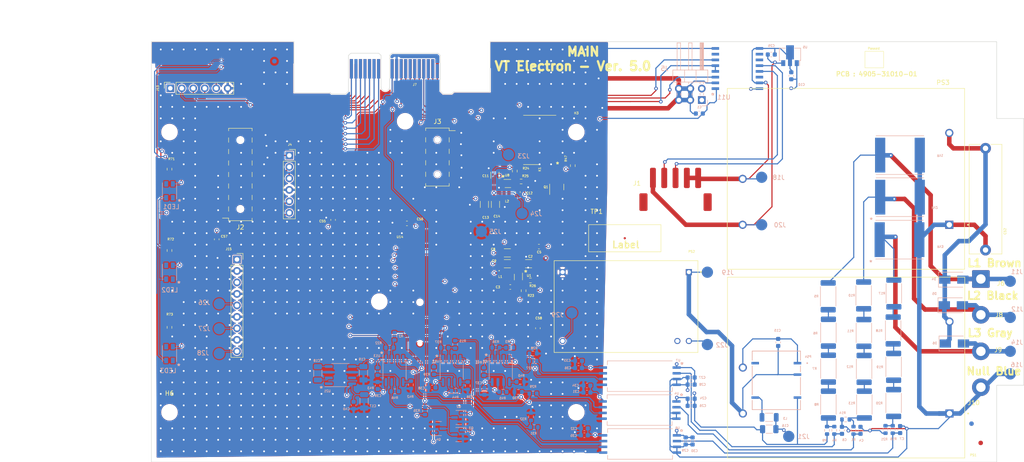
<source format=kicad_pcb>
(kicad_pcb (version 20211014) (generator pcbnew)
  (layers (0 "F.Cu" signal) (1 "In1.Cu" signal) (2 "In2.Cu" signal) (31 "B.Cu" signal) (34 "B.Paste" user) (35 "F.Paste" user) (36 "B.SilkS" user "B.Silkscreen") (37 "F.SilkS" user "F.Silkscreen") (38 "B.Mask" user) (39 "F.Mask" user) (44 "Edge.Cuts" user))
  (net 0 "")
  (net 1 "GND")
  (net 2 "/SDAT7")
  (net 3 "+3V3")
  (net 4 "/uDTR")
  (net 5 "/uDCD")
  (net 6 "/uPWRKEY")
  (net 7 "/Alim")
  (net 8 "/uStatus")
  (net 9 "/RxD")
  (net 10 "/TxD")
  (net 11 "/SYN")
  (net 12 "/SCL")
  (net 13 "/SDAT2")
  (net 14 "/SCS")
  (net 15 "/SDAT3")
  (net 16 "/SDAT4")
  (net 17 "/SDAT5")
  (net 18 "/SDAT6")
  (net 19 "/UCC")
  (net 20 "/UR")
  (net 21 "/US")
  (net 22 "/UT")
  (net 23 "/UR+")
  (net 24 "/US+")
  (net 25 "Net-(R5-Pad2)")
  (net 26 "Net-(R6-Pad2)")
  (net 27 "Net-(R7-Pad2)")
  (net 28 "Net-(R10-Pad2)")
  (net 29 "Net-(R11-Pad2)")
  (net 30 "Net-(R12-Pad2)")
  (net 31 "Net-(R17-Pad2)")
  (net 32 "Net-(R18-Pad2)")
  (net 33 "Net-(R19-Pad2)")
  (net 34 "Net-(C12-Pad1)")
  (net 35 "/RS485_RxD")
  (net 36 "/IRQ2")
  (net 37 "/READY")
  (net 38 "/SCLK")
  (net 39 "/MISO")
  (net 40 "/MOSI")
  (net 41 "/SS")
  (net 42 "/RS485_TxD")
  (net 43 "/RS485_DE")
  (net 44 "/BT_RxD")
  (net 45 "/BT_TxD")
  (net 46 "/LED3")
  (net 47 "/LED2")
  (net 48 "/LED1")
  (net 49 "Net-(C3-Pad1)")
  (net 50 "Net-(C3-Pad2)")
  (net 51 "/UT+")
  (net 52 "/ADE_Reset")
  (net 53 "/Enable")
  (net 54 "/BT_RTS")
  (net 55 "/BT_CTS")
  (net 56 "GNDS")
  (net 57 "/InfoV")
  (net 58 "/+5V")
  (net 59 "/US_Iso")
  (net 60 "/UR_Iso")
  (net 61 "/UT_Iso")
  (net 62 "Net-(R23-Pad1)")
  (net 63 "/VGSM")
  (net 64 "Net-(R1-Pad1)")
  (net 65 "Net-(R4-Pad1)")
  (net 66 "Net-(R16-Pad1)")
  (net 67 "/+3V67")
  (net 68 "Net-(C12-Pad2)")
  (net 69 "Net-(R24-Pad1)")
  (net 72 "/L1")
  (net 73 "/L2")
  (net 74 "/L3")
  (net 75 "Net-(C10-Pad1)")
  (net 76 "/U12V_Iso")
  (net 77 "GND1")
  (net 78 "/U5V_Iso")
  (net 79 "/IRQ1")
  (net 80 "/iUR-")
  (net 81 "/iUR+")
  (net 82 "/iUS+")
  (net 83 "/iUS-")
  (net 84 "/iUT+")
  (net 85 "/iUT-")
  (net 86 "Earth")
  (net 88 "/Vopto")
  (net 89 "/+3V3_UC")
  (net 90 "Net-(LED1-Pad4)")
  (net 91 "Net-(LED2-Pad4)")
  (net 92 "Net-(LED3-Pad4)")
  (net 93 "Net-(R38-Pad1)")
  (net 94 "Net-(R39-Pad1)")
  (net 95 "Net-(R40-Pad1)")
  (net 96 "Net-(R41-Pad1)")
  (net 97 "Net-(R42-Pad1)")
  (net 98 "/-3V3")
  (net 99 "Net-(R27-Pad2)")
  (net 100 "Net-(R29-Pad2)")
  (net 101 "Net-(R31-Pad2)")
  (net 102 "Net-(K1-Pad1)")
  (net 103 "Net-(K1-Pad8)")
  (net 105 "Net-(R43-Pad1)")
  (net 106 "/C+")
  (net 107 "/C-")
  (net 112 "Net-(R2-Pad1)")
  (net 115 "Net-(R3-Pad1)")
  (net 118 "Net-(R15-Pad1)")
  (net 119 "Net-(J2-Pad9)")
  (net 120 "Net-(J2-Pad10)")
  (net 121 "Net-(J2-Pad11)")
  (net 122 "Net-(J2-Pad12)")
  (net 123 "Net-(J2-Pad13)")
  (net 124 "/B-")
  (net 125 "/A+")
  (net 130 "Net-(L3-Pad1)")
  (footprint "Capacitor_SMD:C_0603_1608Metric" (layer "F.Cu") (at 56.525 24.2 180)
    (fp_text reference "C56")
    (fp_text value "100n")
  )
  (footprint "Capacitor_SMD:C_1206_3216Metric" (layer "F.Cu") (at 83.4408 33.1216 180)
    (fp_text reference "C2")
    (fp_text value "10uF/16V" hide)
  )
  (footprint "MountingHole:MountingHole_3.2mm_M3" (layer "F.Cu") (at -33.25 10.66)
    (fp_text reference "H1" hide)
    (fp_text value "MountingHole" hide)
  )
  (footprint "Capacitor_SMD:C_0603_1608Metric" (layer "F.Cu") (at 85.5 47.4 90)
    (fp_text reference "C58")
    (fp_text value "100n")
  )
  (footprint "Connector_PinSocket_2.54mm:PinSocket_2x08_P2.54mm_Vertical_SMD_MOD" (layer "F.Cu") (at 19.675 13.385 180)
    (fp_text reference "J2")
    (fp_text value "Conn_02x08_Counter_Clockwise" hide)
  )
  (footprint "Capacitor_SMD:C_1206_3216Metric" (layer "F.Cu") (at 73.66445 20 -90)
    (fp_text reference "C13")
    (fp_text value "22uF/6,3V" hide)
  )
  (footprint "Resistor_SMD:R_0603_1608Metric" (layer "F.Cu") (at 93.218 11.43 -90)
    (fp_text reference "R47")
    (fp_text value "47")
  )
  (footprint "Capacitor_SMD:C_1206_3216Metric" (layer "F.Cu") (at 78.7408 33.1216)
    (fp_text reference "C9")
    (fp_text value "22uF/6,3V" hide)
  )
  (footprint "Connector_PinSocket_2.54mm:PinSocket_2x05_P2.54mm_Vertical_SMD" (layer "F.Cu") (at 63.275 9.525)
    (fp_text reference "J3")
    (fp_text value "Conn_02x05_Counter_Clockwise")
  )
  (footprint "Inductanta744:744383130033" (layer "F.Cu") (at 78.55 17.725)
    (fp_text reference "L2")
    (fp_text value "744383130033" hide)
  )
  (footprint "Capacitor_SMD:C_0603_1608Metric" (layer "F.Cu") (at 40.2 23.425 90)
    (fp_text reference "C55")
    (fp_text value "100n")
  )
  (footprint "Capacitor_SMD:C_1206_3216Metric" (layer "F.Cu") (at 78.7408 30.7216)
    (fp_text reference "C8")
    (fp_text value "22uF/6,3V" hide)
  )
  (footprint "MountingHole:MountingHole_3.2mm_M3" (layer "F.Cu") (at 56.125 1.61)
    (fp_text reference "H9" hide)
    (fp_text value "MountingHole" hide)
  )
  (footprint "Relay_SMD:Relay_Fujitsu_FTR-B4GA003" (layer "F.Cu") (at 85.9028 5.7404 180)
    (fp_text reference "K1")
    (fp_text value "FTR-B4GA003Z-B05")
  )
  (footprint "Inductanta744:744383130033" (layer "F.Cu") (at 78.7408 35.7216 -90)
    (fp_text reference "L1")
    (fp_text value "744383130033" hide)
  )
  (footprint "MountingHole:MountingHole_3.2mm_M3" (layer "F.Cu") (at -16.8 19)
    (fp_text reference "H4" hide)
    (fp_text value "MountingHole" hide)
  )
  (footprint "MountingHole:MountingHole_3.2mm_M3" (layer "F.Cu") (at 4 66)
    (fp_text reference "H6")
    (fp_text value "MountingHole")
  )
  (footprint "Capacitor_THT:C_Rect_L24.0mm_W7.0mm_P22.50mm_MKT" (layer "F.Cu") (at 184.531 7.5968 -90)
    (fp_text reference "C52")
    (fp_text value "F862DI224K310ZLH0J")
  )
  (footprint "Fiducial:Fiducial_1mm_Mask2mm" (layer "F.Cu") (at 183.4642 72.771)
    (fp_text reference "FID3" hide)
    (fp_text value "Fiducial" hide)
  )
  (footprint "Fiducial:Fiducial_1mm_Mask2mm" (layer "F.Cu") (at 28.1178 -6.7564)
    (fp_text reference "FID4" hide)
    (fp_text value "Fiducial" hide)
  )
  (footprint "Resistor_SMD:R_0603_1608Metric" (layer "F.Cu") (at 80.38945 12.625 90)
    (fp_text reference "R24")
    (fp_text value "4k7")
  )
  (footprint "Package_TO_SOT_SMD:SOT-563" (layer "F.Cu") (at 81.1908 36.0716 -90)
    (fp_text reference "U1")
    (fp_text value "AP62250Z6" hide)
  )
  (footprint "Connector_PCBEdge:BUS_PCIexpress_x1" (layer "F.Cu") (at 63.25 -10 180)
    (fp_text reference "J7")
    (fp_text value "Bus_PCI_Express_x1_MOD")
    (fp_line (start 10.55 -4) (end 10.55 2.95) (layer "Edge.Cuts") (width 0.1))
    (fp_line (start -0.15 3.45) (end 10.05 3.45) (layer "Edge.Cuts") (width 0.1))
    (fp_line (start 12.45 -4) (end 12.45 2.95) (layer "Edge.Cuts") (width 0.1))
    (fp_line (start 12.95 3.45) (end 19.15 3.45) (layer "Edge.Cuts") (width 0.1))
    (fp_line (start 10.55 2.95) (end 10.05 3.45) (layer "Edge.Cuts") (width 0.1))
    (fp_line (start -0.65 2.95) (end -0.15 3.45) (layer "Edge.Cuts") (width 0.1))
    (fp_line (start -0.65 -4.95) (end -0.65 2.95) (layer "Edge.Cuts") (width 0.1))
    (fp_line (start 12.45 2.95) (end 12.95 3.45) (layer "Edge.Cuts") (width 0.1))
    (fp_line (start 19.65 2.95) (end 19.15 3.45) (layer "Edge.Cuts") (width 0.1))
    (fp_line (start 19.65 -4.95) (end 19.65 2.95) (layer "Edge.Cuts") (width 0.1))
    (fp_arc (start 10.55 -4) (mid 11.5 -4.95) (end 12.45 -4) (layer "Edge.Cuts") (width 0.1))
  )
  (footprint "Capacitor_SMD:C_0603_1608Metric" (layer "F.Cu") (at 14.45 27.725 -90)
    (fp_text reference "C57")
    (fp_text value "100n")
  )
  (footprint "Resistor_SMD:R_0603_1608Metric" (layer "F.Cu") (at 4 12.2 90)
    (fp_text reference "R71")
    (fp_text value "220")
  )
  (footprint "Capacitor_SMD:C_1206_3216Metric" (layer "F.Cu") (at 76.11445 20 -90)
    (fp_text reference "C14")
    (fp_text value "22uF/6,3V" hide)
  )
  (footprint "Connector_Wire:DELTA_R_SolderWire-1.5sqmm_1x01_D1.7mm_OD3.9mm" (layer "F.Cu") (at 183.5 44.5)
    (fp_text reference "J8")
    (fp_text value "Conn_01x01_Female" hide)
  )
  (footprint "Resistor_SMD:R_0603_1608Metric" (layer "F.Cu") (at 4 30.2 90)
    (fp_text reference "R72")
    (fp_text value "220")
  )
  (footprint "Resistor_SMD:R_0603_1608Metric" (layer "F.Cu") (at 82.3408 39.0966 -90)
    (fp_text reference "R23")
    (fp_text value "4k7")
  )
  (footprint "Package_TO_SOT_SMD:SOT-563" (layer "F.Cu") (at 78.86445 15.375)
    (fp_text reference "U8")
    (fp_text value "AP62250Z6" hide)
  )
  (footprint "Capacitor_SMD:C_0603_1608Metric" (layer "F.Cu") (at 79.3908 38.2716)
    (fp_text reference "C3")
    (fp_text value "100n" hide)
  )
  (footprint "THM 10-0511:CONV_THM_10-0511" (layer "F.Cu") (at 105 42.6 180)
    (fp_text reference "PS2")
    (fp_text value "THM_10-0511")
  )
  (footprint "Connector_PinSocket_2.54mm:PinSocket_1x06_P2.54mm_Vertical" (layer "F.Cu") (at 4.175 -5.6896 90)
    (fp_text reference "J13")
    (fp_text value "Conn_01x06_Female" hide)
  )
  (footprint "RAC15:CONV_RAC15-12SK_480" (layer "F.Cu") (at 153.6875 56.1 180)
    (fp_text reference "PS1")
    (fp_text value "RAC15-05SK/480")
  )
  (footprint "MountingHole:MountingHole_3.2mm_M3" (layer "F.Cu") (at 94 4)
    (fp_text reference "H3")
    (fp_text value "MountingHole")
  )
  (footprint "Resistor_SMD:R_0603_1608Metric" (layer "F.Cu") (at 81.78945 14.925 180)
    (fp_text reference "R25")
    (fp_text value "1k3")
  )
  (footprint "RAC15:CONV_RAC15-12SK_480" (layer "F.Cu") (at 153.645 14.35 180)
    (fp_text reference "PS3")
    (fp_text value "RAC15-05SK/480" hide)
  )
  (footprint "Capacitor_SMD:C_0603_1608Metric" (layer "F.Cu") (at 81.06445 17.275 90)
    (fp_text reference "C12")
    (fp_text value "100n")
  )
  (footprint "Connector_JST:A2501-SR05-XH5AWB" (layer "F.Cu") (at 115.951 16.9926)
    (fp_text reference "J1")
    (fp_text value "Conn_01x05_Male")
  )
  (footprint "Connector_Wire:DELTA_R_SolderWire-1.5sqmm_1x01_D1.7mm_OD3.9mm" (layer "F.Cu") (at 183.5 52.5)
    (fp_text reference "J9")
    (fp_text value "Conn_01x01_Female" hide)
  )
  (footprint "Package_TO_SOT_SMD:SOT-23" (layer "F.Cu") (at 89.67 16.15 90)
    (fp_text reference "Q1")
    (fp_text value "DTC143T")
  )
  (footprint "Connector_Wire:DELTA_SolderWire-1.5sqmm_1x01_D1.7mm_OD3.9mm" (layer "F.Cu") (at 183.5 36.5)
    (fp_text reference "J6")
    (fp_text value "Conn_01x01_Female" hide)
  )
  (footprint "Capacitor_SMD:C_0603_1608Metric" (layer "F.Cu") (at 85.72625 29.3366 180)
    (fp_text reference "C5")
    (fp_text value "100n")
  )
  (footprint "MountingHole:MountingHole_3.2mm_M3" (layer "F.Cu") (at -22.5937 28.3981)
    (fp_text reference "H5" hide)
    (fp_text value "MountingHole" hide)
  )
  (footprint "MountingHole:MountingHole_3.2mm_M3" (layer "F.Cu") (at 184 4)
    (fp_text reference "H2")
    (fp_text value "MountingHole")
  )
  (footprint "Resistor_SMD:R_0603_1608Metric" (layer "F.Cu") (at 83.8408 36.8216 180)
    (fp_text reference "R26")
    (fp_text value "1k5" hide)
  )
  (footprint "MountingHole:MountingHole_3.2mm_M3" (layer "F.Cu") (at 50.4114 41.5036)
    (fp_text reference "H11" hide)
    (fp_text value "MountingHole" hide)
  )
  (footprint "Resistor_SMD:R_0603_1608Metric" (layer "F.Cu") (at 4 47.2 90)
    (fp_text reference "R73")
    (fp_text value "220")
  )
  (footprint "Connector_Wire:DELTA_R_SolderWire-1.5sqmm_1x01_D1.7mm_OD3.9mm" (layer "F.Cu") (at 183.5 60.5)
    (fp_text reference "J10")
    (fp_text value "Conn_01x01_Female" hide)
  )
  (footprint "Connector_PinSocket_2.54mm:PinSocket_1x06_P2.54mm_Vertical" (layer "F.Cu") (at 30.5054 9.1694)
    (fp_text reference "J4")
    (fp_text value "Conn_01x06_Female")
  )
  (footprint "Symbol:Eticheta" (layer "F.Cu") (at 104.7242 27.4828)
    (fp_text reference "TP1")
    (fp_text value "Eticheta")
  )
  (footprint "Connector_PinSocket_2.54mm:PinSocket_1x09_P2.54mm_Vertical" (layer "F.Cu") (at 18.925 32.18)
    (fp_text reference "J15")
    (fp_text value "DS1002-03-1*36131(9)")
  )
  (footprint "PCI_SMD_MOD:10061913-100CLF" (layer "F.Cu") (at 59.4 41.65 -90)
    (fp_text reference "U14")
    (fp_text value "10061913-100CLF")
  )
  (footprint "Capacitor_SMD:C_1206_3216Metric" (layer "F.Cu") (at 75.98945 13.55 90)
    (fp_text reference "C11")
    (fp_text value "10uF/16V")
  )
  (footprint "Resistor_SMD:R_0603_1608Metric" (layer "B.Cu") (at 151.07 69.9825 -90)
    (fp_text reference "R4")
    (fp_text value "10")
  )
  (footprint "MOVS4032V510:MOVS4032V460" (layer "B.Cu") (at 165.5 27.8)
    (fp_text reference "RV3")
    (fp_text value "MOVS4032V510" hide)
  )
  (footprint "Resistor_SMD:R_0603_1608Metric" (layer "B.Cu") (at 77.7525 61.4625)
    (fp_text reference "R45")
    (fp_text value "15k")
  )
  (footprint "Inductor_SMD:L_1206_3216Metric" (layer "B.Cu") (at 136.652 67.1068)
    (fp_text reference "L3")
    (fp_text value "CBC3225T220MR")
  )
  (footprint "Resistor_SMD:R_2512_6332Metric" (layer "B.Cu") (at 149.72 40.3325 -90)
    (fp_text reference "R5")
    (fp_text value "249k")
  )
  (footprint "Resistor_SMD:R_2512_6332Metric" (layer "B.Cu") (at 164.2 63.9375 -90)
    (fp_text reference "R20")
    (fp_text value "249k")
  )
  (footprint "Capacitor_SMD:C_0603_1608Metric" (layer "B.Cu") (at 121.2088 -0.1016 180)
    (fp_text reference "C1")
    (fp_text value "100n")
  )
  (footprint "Resistor_SMD:R_0603_1608Metric" (layer "B.Cu") (at 83.9775 66.9625 -90)
    (fp_text reference "R32")
    (fp_text value "3k")
  )
  (footprint "Resistor_SMD:R_2512_6332Metric" (layer "B.Cu") (at 157.72 64.2825 -90)
    (fp_text reference "R13")
    (fp_text value "249k")
  )
  (footprint "Resistor_SMD:R_0603_1608Metric" (layer "B.Cu") (at 69.9825 60.1225 -90)
    (fp_text reference "R38")
    (fp_text value "3k")
  )
  (footprint "Capacitor_SMD:C_0603_1608Metric" (layer "B.Cu") (at 119.7102 72.3392 -90)
    (fp_text reference "C30")
    (fp_text value "1uF" hide)
  )
  (footprint "Capacitor_SMD:C_0603_1608Metric" (layer "B.Cu") (at 119.4054 64.5668)
    (fp_text reference "C26")
    (fp_text value "1uF" hide)
  )
  (footprint "Capacitor_SMD:C_1206_3216Metric" (layer "B.Cu") (at 36.8125 57.3725 90)
    (fp_text reference "C18")
    (fp_text value "10u")
  )
  (footprint "Package_SO:SO-8_3.9x4.9mm_P1.27mm" (layer "B.Cu") (at 77.286054 56.7225 -90)
    (fp_text reference "U3")
    (fp_text value "LM358")
  )
  (footprint "Capacitor_SMD:C_1206_3216Metric" (layer "B.Cu") (at 46.9125 57.3625 90)
    (fp_text reference "C19")
    (fp_text value "10u")
  )
  (footprint "TestPoint:TestPoint_Pad_2.5x2.5mm_Delta" (layer "B.Cu") (at 123 51 180)
    (fp_text reference "J22")
    (fp_text value "Conn_01x01_Female" hide)
  )
  (footprint "Connector_PinHeader_2.54mm:PinHeader_2x03_P2.54mm_Horizontal" (layer "B.Cu") (at 121.76 -3.085 90)
    (fp_text reference "J5")
    (fp_text value "DS1022-2*10RF11x3")
  )
  (footprint "Capacitor_SMD:C_0603_1608Metric" (layer "B.Cu") (at 156.87 69.9825 90)
    (fp_text reference "C4")
    (fp_text value "1n")
  )
  (footprint "Resistor_SMD:R_2512_6332Metric" (layer "B.Cu") (at 149.77 56.3325 -90)
    (fp_text reference "R7")
    (fp_text value "249k")
  )
  (footprint "TestPoint:TestPoint_Pad_2.5x2.5mm_Delta" (layer "B.Cu") (at 190 57.5 180)
    (fp_text reference "J16")
    (fp_text value "Conn_01x01_Female" hide)
  )
  (footprint "LedSMD_Cree:CLM2D-GPC-CB0E0793" (layer "B.Cu") (at 4 17 90)
    (fp_text reference "LED1")
    (fp_text value "CLM2D-GPC-CB0E0793" hide)
  )
  (footprint "Resistor_SMD:R_0603_1608Metric" (layer "B.Cu") (at 64.8525 51.7125)
    (fp_text reference "R37")
    (fp_text value "3k")
  )
  (footprint "TestPoint:TestPoint_Pad_2.5x2.5mm_Delta" (layer "B.Cu") (at 73 26 180)
    (fp_text reference "J25")
    (fp_text value "Conn_01x01_Female" hide)
  )
  (footprint "Fiducial:Fiducial_1mm_Mask2mm" (layer "B.Cu") (at 27.2034 -11.684 180)
    (fp_text reference "FID1" hide)
    (fp_text value "Fiducial" hide)
  )
  (footprint "Capacitor_SMD:C_0603_1608Metric" (layer "B.Cu") (at 73.66 61.341 -90)
    (fp_text reference "C37")
    (fp_text value "100n" hide)
  )
  (footprint "MOVS4032V510:MOVS4032V460" (layer "B.Cu") (at 165.6 9.1)
    (fp_text reference "RV1")
    (fp_text value "MOVS4032V510" hide)
  )
  (footprint "TestPoint:TestPoint_Pad_2.5x2.5mm_Delta" (layer "B.Cu") (at 190 37 180)
    (fp_text reference "J11")
    (fp_text value "Conn_01x01_Female" hide)
  )
  (footprint "TestPoint:TestPoint_Pad_2.5x2.5mm_Delta" (layer "B.Cu") (at 123 35 180)
    (fp_text reference "J19")
    (fp_text value "Conn_01x01_Female" hide)
  )
  (footprint "Capacitor_SMD:C_0603_1608Metric" (layer "B.Cu") (at 96.3422 61.6204 180)
    (fp_text reference "C31")
    (fp_text value "100n" hide)
  )
  (footprint "Package_TO_SOT_SMD:SOT-23" (layer "B.Cu") (at 67.9704 70.9168 180)
    (fp_text reference "Q3")
    (fp_text value "DTC143E" hide)
  )
  (footprint "Resistor_SMD:R_0603_1608Metric" (layer "B.Cu") (at 84.4225 54.6325)
    (fp_text reference "R27")
    (fp_text value "3k")
  )
  (footprint "Resistor_SMD:R_2512_6332Metric" (layer "B.Cu") (at 149.77 48.3825 -90)
    (fp_text reference "R6")
    (fp_text value "249k")
  )
  (footprint "Resistor_SMD:R_0603_1608Metric" (layer "B.Cu") (at 57.4025 59.9125 -90)
    (fp_text reference "R42")
    (fp_text value "3k")
  )
  (footprint "TestPoint:TestPoint_Pad_2.5x2.5mm_Delta" (layer "B.Cu") (at 15 42 180)
    (fp_text reference "J26")
    (fp_text value "Conn_01x01_Female" hide)
  )
  (footprint "Resistor_SMD:R_0603_1608Metric" (layer "B.Cu") (at 50.0325 56.9525 90)
    (fp_text reference "R43")
    (fp_text value "3k")
  )
  (footprint "AMC1400:AMC1400QDWLRQ1" (layer "B.Cu") (at 108 65.5 180)
    (fp_text reference "U4")
    (fp_text value "AMC1400QDWLRQ1" hide)
  )
  (footprint "TestPoint:TestPoint_Pad_2.5x2.5mm_Delta" (layer "B.Cu") (at 79 9 180)
    (fp_text reference "J23")
    (fp_text value "Conn_01x01_Female" hide)
  )
  (footprint "TestPoint:TestPoint_Pad_2.5x2.5mm_Delta" (layer "B.Cu") (at 15 47.5 180)
    (fp_text reference "J27")
    (fp_text value "Conn_01x01_Female" hide)
  )
  (footprint "TestPoint:TestPoint_Pad_2.5x2.5mm_Delta" (layer "B.Cu") (at 140.9954 71.3232 180)
    (fp_text reference "J21")
    (fp_text value "Conn_01x01_Female" hide)
  )
  (footprint "Resistor_SMD:R_0603_1608Metric" (layer "B.Cu") (at 81.1275 61.4875)
    (fp_text reference "R30")
    (fp_text value "3k")
  )
  (footprint "TestPoint:TestPoint_Pad_2.5x2.5mm_Delta" (layer "B.Cu") (at 135 24.5 180)
    (fp_text reference "J20")
    (fp_text value "Conn_01x01_Female" hide)
  )
  (footprint "Capacitor_SMD:C_0603_1608Metric" (layer "B.Cu") (at 44.7294 64.4528 -90)
    (fp_text reference "C40")
    (fp_text value "100n" hide)
  )
  (footprint "Capacitor_SMD:C_0603_1608Metric" (layer "B.Cu") (at 119.4054 62.992)
    (fp_text reference "C24")
    (fp_text value "100n" hide)
  )
  (footprint "Package_TO_SOT_SMD:SOT-23" (layer "B.Cu") (at 67.9958 67.1322 180)
    (fp_text reference "Q2")
    (fp_text value "DTC143E" hide)
  )
  (footprint "Resistor_SMD:R_0603_1608Metric" (layer "B.Cu") (at 84.6725 69.2825)
    (fp_text reference "R31")
    (fp_text value "3k")
  )
  (footprint "Capacitor_SMD:C_0603_1608Metric" (layer "B.Cu") (at 95.7834 69.5452 180)
    (fp_text reference "C32")
    (fp_text value "100n" hide)
  )
  (footprint "Package_TO_SOT_SMD:SOT-23" (layer "B.Cu") (at 63.5254 69.596)
    (fp_text reference "Q4")
    (fp_text value "DTC143E" hide)
  )
  (footprint "LedSMD_Cree:CLM2D-GPC-CB0E0793" (layer "B.Cu") (at 4 35 90)
    (fp_text reference "LED2")
    (fp_text value "CLM2D-GPC-CB0E0793" hide)
  )
  (footprint "Capacitor_SMD:C_0603_1608Metric" (layer "B.Cu") (at 94.4756 56.1848 180)
    (fp_text reference "C36")
    (fp_text value "1uF" hide)
  )
  (footprint "AMC1400:AMC1400QDWLRQ1" (layer "B.Cu") (at 108.1 73 180)
    (fp_text reference "U6")
    (fp_text value "AMC1400QDWLRQ1" hide)
  )
  (footprint "TestPoint:TestPoint_Pad_2.5x2.5mm_Delta" (layer "B.Cu") (at 93 44 180)
    (fp_text reference "J29")
    (fp_text value "Conn_01x01_Female" hide)
  )
  (footprint "Capacitor_SMD:C_1206_3216Metric" (layer "B.Cu") (at 47.0525 63.5625 90)
    (fp_text reference "C17")
    (fp_text value "10u")
  )
  (footprint "Resistor_SMD:R_2512_6332Metric" (layer "B.Cu") (at 157.67 56.3825 -90)
    (fp_text reference "R12")
    (fp_text value "249k")
  )
  (footprint "Resistor_SMD:R_0603_1608Metric" (layer "B.Cu") (at 79.2575 51.6925)
    (fp_text reference "R3")
    (fp_text value "3k")
  )
  (footprint "Capacitor_SMD:C_0603_1608Metric" (layer "B.Cu") (at 165.64 69.8075 90)
    (fp_text reference "C7")
    (fp_text value "1n")
  )
  (footprint "MOVS4032V510:MOVS4032V460" (layer "B.Cu") (at 165.6 18.4)
    (fp_text reference "RV2")
    (fp_text value "MOVS4032V510" hide)
  )
  (footprint "Resistor_SMD:R_0603_1608Metric" (layer "B.Cu") (at 153.595 67.5825 180)
    (fp_text reference "R14")
    (fp_text value "150")
  )
  (footprint "Capacitor_SMD:C_0603_1608Metric" (layer "B.Cu") (at 137.1346 -13.1572)
    (fp_text reference "C25")
    (fp_text value "100n")
  )
  (footprint "Diode_SMD:D_SMA" (layer "B.Cu") (at 177.6476 50.7746)
    (fp_text reference "D6")
    (fp_text value "BYG21M-E3/TR")
  )
  (footprint "ISO1410:DW0016B_HV" (layer "B.Cu") (at 129.64 -10.06)
    (fp_text reference "U11")
    (fp_text value "ISO1410BDWR")
  )
  (footprint "Capacitor_SMD:C_0603_1608Metric" (layer "B.Cu") (at 119.4054 58.293 180)
    (fp_text reference "C27")
    (fp_text value "100n" hide)
  )
  (footprint "Resistor_SMD:R_2512_6332Metric" (layer "B.Cu") (at 157.62 48.4325 -90)
    (fp_text reference "R11")
    (fp_text value "249k")
  )
  (footprint "AMC1400:AMC1400QDWLRQ1" (layer "B.Cu") (at 108.05 58 180)
    (fp_text reference "U7")
    (fp_text value "AMC1400QDWLRQ1" hide)
  )
  (footprint "Fiducial:Fiducial_1mm_Mask2mm" (layer "B.Cu") (at 181.4322 68.5038 180)
    (fp_text reference "FID2" hide)
    (fp_text value "Fiducial" hide)
  )
  (footprint "Diode_SMD:D_SMA" (layer "B.Cu") (at 177.419 42.3164)
    (fp_text reference "D5")
    (fp_text value "BYG21M-E3/TR")
  )
  (footprint "Resistor_SMD:R_2512_6332Metric" (layer "B.Cu") (at 164.2 55.9375 -90)
    (fp_text reference "R19")
    (fp_text value "249k")
  )
  (footprint "Capacitor_SMD:C_0603_1608Metric" (layer "B.Cu") (at 62.0776 60.5282 180)
    (fp_text reference "C38")
    (fp_text value "100n" hide)
  )
  (footprint "TestPoint:TestPoint_Pad_2.5x2.5mm_Delta" (layer "B.Cu") (at 190 45 180)
    (fp_text reference "J12")
    (fp_text value "Conn_01x01_Female" hide)
  )
  (footprint "Capacitor_SMD:C_0603_1608Metric" (layer "B.Cu") (at 96.3422 60.071 180)
    (fp_text reference "C34")
    (fp_text value "1uF" hide)
  )
  (footprint "Resistor_SMD:R_0603_1608Metric" (layer "B.Cu") (at 53.8525 61.3525)
    (fp_text reference "R46")
    (fp_text value " 15k")
  )
  (footprint "Resistor_SMD:R_0603_1608Metric" (layer "B.Cu") (at 60.5275 65.6875 -90)
    (fp_text reference "R35")
    (fp_text value "1k")
  )
  (footprint "Diode_SMD:D_SMA" (layer "B.Cu") (at 177.5206 36.6522)
    (fp_text reference "D4")
    (fp_text value "BYG21M-E3/TR")
  )
  (footprint "Resistor_SMD:R_2512_6332Metric" (layer "B.Cu") (at 149.77 64.2825 -90)
    (fp_text reference "R8")
    (fp_text value "249k")
  )
  (footprint "Resistor_SMD:R_0603_1608Metric" (layer "B.Cu") (at 73.5425 56.9825 90)
    (fp_text reference "R41")
    (fp_text value "3k")
  )
  (footprint "Resistor_SMD:R_0603_1608Metric" (layer "B.Cu") (at 62.4925 56.7675 90)
    (fp_text reference "R39")
    (fp_text value "3k")
  )
  (footprint "Resistor_SMD:R_0603_1608Metric" (layer "B.Cu") (at 76.1925 51.6725)
    (fp_text reference "R36")
    (fp_text value "3k")
  )
  (footprint "Resistor_SMD:R_0603_1608Metric" (layer "B.Cu") (at 84.4275 52.9875 180)
    (fp_text reference "R28")
    (fp_text value "3k")
  )
  (footprint "Resistor_SMD:R_2512_6332Metric" (layer "B.Cu") (at 157.57 40.1325 -90)
    (fp_text reference "R10")
    (fp_text value "249k")
  )
  (footprint "Capacitor_SMD:C_0603_1608Metric" (layer "B.Cu") (at 138.6586 50.5336 90)
    (fp_text reference "C15")
    (fp_text value "100n")
  )
  (footprint "Capacitor_SMD:C_0603_1608Metric" (layer "B.Cu") (at 94.488 54.61 180)
    (fp_text reference "C33")
    (fp_text value "100n" hide)
  )
  (footprint "Package_SO:SO-8_3.9x4.9mm_P1.27mm" (layer "B.Cu") (at 41.8125 57.7625)
    (fp_text reference "U21")
    (fp_text value "LM2662MX")
  )
  (footprint "Resistor_SMD:R_0603_1608Metric" (layer "B.Cu") (at 149.47 69.9825 -90)
    (fp_text reference "R9")
    (fp_text value "150")
  )
  (footprint "Capacitor_SMD:C_0603_1608Metric" (layer "B.Cu") (at 141.5542 -8.4582 90)
    (fp_text reference "C10")
    (fp_text value "100n")
  )
  (footprint "Capacitor_SMD:C_0603_1608Metric" (layer "B.Cu") (at 118.1862 72.3392 -90)
    (fp_text reference "C29")
    (fp_text value "100n" hide)
  )
  (footprint "Resistor_SMD:R_0603_1608Metric" (layer "B.Cu") (at 162.4 69.7875 -90)
    (fp_text reference "R21")
    (fp_text value "150")
  )
  (footprint "TestPoint:TestPoint_Pad_2.5x2.5mm_Delta" (layer "B.Cu") (at 190 52.5 180)
    (fp_text reference "J14")
    (fp_text value "Conn_01x01_Female" hide)
  )
  (footprint "Capacitor_SMD:C_0603_1608Metric" (layer "B.Cu") (at 119.4054 59.8678 180)
    (fp_text reference "C28")
    (fp_text value "1uF" hide)
  )
  (footprint "Package_SO:SO-8_3.9x4.9mm_P1.27mm" (layer "B.Cu") (at 66.426054 56.7225 -90)
    (fp_text reference "U12")
    (fp_text value "LM358")
  )
  (footprint "Resistor_SMD:R_0603_1608Metric" (layer "B.Cu") (at 52.6825 51.6925)
    (fp_text reference "R22")
    (fp_text value "3k")
  )
  (footprint "Resistor_SMD:R_0603_1608Metric" (layer "B.Cu") (at 155.32 69.9825 -90)
    (fp_text reference "R1")
    (fp_text value "10")
  )
  (footprint "Resistor_SMD:R_0603_1608Metric" (layer "B.Cu") (at 81.6225 59.2425)
    (fp_text reference "R40")
    (fp_text value "3k")
  )
  (footprint "Capacitor_SMD:C_1206_3216Metric" (layer "B.Cu") (at 136.6774 69.723 180)
    (fp_text reference "C16")
    (fp_text value "10uF/16V")
  )
  (footprint "Package_SO:SO-8_3.9x4.9mm_P1.27mm" (layer "B.Cu") (at 53.786054 56.7225 -90)
    (fp_text reference "U13")
    (fp_text value "LM358")
  )
  (footprint "Resistor_SMD:R_2512_6332Metric" (layer "B.Cu") (at 164.25 39.6875 -90)
    (fp_text reference "R17")
    (fp_text value "249k")
  )
  (footprint "LedSMD_Cree:CLM2D-GPC-CB0E0793" (layer "B.Cu") (at 4 53 90)
    (fp_text reference "LED3")
    (fp_text value "CLM2D-GPC-CB0E0793" hide)
  )
  (footprint "NXE2S0505MC-R7:NXE2_SINGLE_SURFACE_MUR" (layer "B.Cu") (at 138.2522 58.928 180)
    (fp_text reference "PS4")
    (fp_text value "NXE2S0505MC-R7")
  )
  (footprint "TestPoint:TestPoint_Pad_2.5x2.5mm_Delta" (layer "B.Cu") (at 135 14 180)
    (fp_text reference "J18")
    (fp_text value "Conn_01x01_Female" hide)
  )
  (footprint "Capacitor_SMD:C_0603_1608Metric" (layer "B.Cu") (at 50.038 60.058 90)
    (fp_text reference "C39")
    (fp_text value "100n" hide)
  )
  (footprint "Resistor_SMD:R_2512_6332Metric" (layer "B.Cu") (at 164.1 47.8875 -90)
    (fp_text reference "R18")
    (fp_text value "249k")
  )
  (footprint "Resistor_SMD:R_0603_1608Metric" (layer "B.Cu") (at 164 69.7875 -90)
    (fp_text reference "R16")
    (fp_text value "10")
  )
  (footprint "Resistor_SMD:R_0603_1608Metric" (layer "B.Cu") (at 67.2625 61.2425)
    (fp_text reference "R44")
    (fp_text value "15k")
  )
  (footprint "TestPoint:TestPoint_Pad_2.5x2.5mm_Delta" (layer "B.Cu") (at 15 53 180)
    (fp_text reference "J28")
    (fp_text value "Conn_01x01_Female" hide)
  )
  (footprint "Resistor_SMD:R_0603_1608Metric" (layer "B.Cu") (at 67.1925 50.9775 90)
    (fp_text reference "R15")
    (fp_text value "3k")
  )
  (footprint "Resistor_SMD:R_0603_1608Metric" (layer "B.Cu") (at 84.4225 61.8325)
    (fp_text reference "R29")
    (fp_text value "3k")
  )
  (footprint "Capacitor_SMD:C_0603_1608Metric" (layer "B.Cu") (at 95.7834 71.0692 180)
    (fp_text reference "C35")
    (fp_text value "1uF" hide)
  )
  (footprint "Capacitor_SMD:C_0603_1608Metric" (layer "B.Cu") (at 152.77 69.9825 90)
    (fp_text reference "C6")
    (fp_text value "1n")
  )
  (footprint "Resistor_SMD:R_0603_1608Metric" (layer "B.Cu") (at 53.7625 49.1775 90)
    (fp_text reference "R2")
    (fp_text value "3k")
  )
  (footprint "Package_TO_SOT_SMD:SOT-89-3" (layer "B.Cu") (at 141.2748 -12.9032 90)
    (fp_text reference "U5")
    (fp_text value "L78L05ACUTR" hide)
  )
  (footprint "TestPoint:TestPoint_Pad_2.5x2.5mm_Delta" (layer "B.Cu") (at 82 22 180)
    (fp_text reference "J24")
    (fp_text value "Conn_01x01_Female" hide)
  )
  (gr_rect (start 157.861 -10.2108) (end 161.9758 -13.8684) (layer "F.SilkS") (width 0.1) (fill none))
  (gr_line (start 63.9 -5.05) (end 64.52 -4.43) (layer "Edge.Cuts") (width 0.1))
  (gr_line (start 39.83 -4.43) (end 39.55 -4.71) (layer "Edge.Cuts") (width 0.1))
  (gr_line (start 31.55 -4.71) (end 31.55 -16) (layer "Edge.Cuts") (width 0.1))
  (gr_line (start 64.52 -4.43) (end 66.45 -4.43) (layer "Edge.Cuts") (width 0.1))
  (gr_line (start 187 77) (end 0 77) (layer "Edge.Cuts") (width 0.1))
  (gr_line (start 0 -16) (end 31.55 -16) (layer "Edge.Cuts") (width 0.1))
  (gr_line (start 74.92 -4.9) (end 74.92 -16) (layer "Edge.Cuts") (width 0.1))
  (gr_line (start 42.98 -4.43) (end 39.83 -4.43) (layer "Edge.Cuts") (width 0.1))
  (gr_line (start 74.92 -16) (end 187 -16) (layer "Edge.Cuts") (width 0.1))
  (gr_line (start 193 1) (end 193 60) (layer "Edge.Cuts") (width 0.1))
  (gr_line (start 0 -16) (end 0 0) (layer "Edge.Cuts") (width 0.1))
  (gr_line (start 0 77) (end 0 0) (layer "Edge.Cuts") (width 0.1))
  (gr_line (start 187 1) (end 187 -16) (layer "Edge.Cuts") (width 0.1))
  (gr_line (start 187 1) (end 193 1) (layer "Edge.Cuts") (width 0.1))
  (gr_line (start 66.45 -4.43) (end 66.92 -4.9) (layer "Edge.Cuts") (width 0.1))
  (gr_line (start 31.55 -4.71) (end 39.55 -4.71) (layer "Edge.Cuts") (width 0.1))
  (gr_line (start 43.6 -5.05) (end 42.98 -4.43) (layer "Edge.Cuts") (width 0.1))
  (gr_line (start 187 60) (end 193 60) (layer "Edge.Cuts") (width 0.1))
  (gr_line (start 66.92 -4.9) (end 74.92 -4.9) (layer "Edge.Cuts") (width 0.1))
  (gr_line (start 187 60) (end 187 77) (layer "Edge.Cuts") (width 0.1))
  (gr_text "*" (at 74.0664 53.594) (layer "B.SilkS") (effects (font (size 1 1) (thickness 0.2))))
  (gr_text "*" (at 63.1444 53.848) (layer "B.SilkS") (effects (font (size 1 1) (thickness 0.2))))
  (gr_text "*" (at 124.1806 -4.064) (layer "B.SilkS") (effects (font (size 1 1) (thickness 0.2))))
  (gr_text "*" (at 117.2718 70.358) (layer "B.SilkS") (effects (font (size 1 1) (thickness 0.2))))
  (gr_text "*" (at 6.1976 19.431) (layer "B.SilkS") (effects (font (size 1 1) (thickness 0.2))))
  (gr_text "*" (at 50.9524 53.1368) (layer "B.SilkS") (effects (font (size 1 1) (thickness 0.2))))
  (gr_text "*" (at 37.5666 60.7822) (layer "B.SilkS") (effects (font (size 1 1) (thickness 0.2))))
  (gr_text "*" (at 117.3734 55.499) (layer "B.SilkS") (effects (font (size 1 1) (thickness 0.2))))
  (gr_text "*" (at 6.0452 55.8038) (layer "B.SilkS") (effects (font (size 1 1) (thickness 0.2))))
  (gr_text "*" (at 117.2718 62.4332) (layer "B.SilkS") (effects (font (size 1 1) (thickness 0.2))))
  (gr_text "*" (at 6.0706 37.5412) (layer "B.SilkS") (effects (font (size 1 1) (thickness 0.2))))
  (gr_text "L2 Black\n\n" (at 186.1058 41.5544) (layer "F.SilkS") (effects (font (size 1.7 1.7) (thickness 0.4))))
  (gr_text "*" (at 77.8002 14.097) (layer "F.SilkS") (effects (font (size 1 1) (thickness 0.2))))
  (gr_text "Label" (at 104.9528 28.9306) (layer "F.SilkS") (effects (font (size 1.5 1.5) (thickness 0.3))))
  (gr_text "L3 Gray\n\n" (at 185.547 49.8094) (layer "F.SilkS") (effects (font (size 1.7 1.7) (thickness 0.4))))
  (gr_text "L1 Brown\n" (at 186.5122 32.9692) (layer "F.SilkS") (effects (font (size 1.7 1.7) (thickness 0.4))))
  (gr_text "Passed" (at 159.8168 -14.5034) (layer "F.SilkS") (effects (font (size 0.5 0.5) (thickness 0.1))))
  (gr_text "Null Blue\n" (at 186.3852 56.896) (layer "F.SilkS") (effects (font (size 1.7 1.7) (thickness 0.4))))
  (gr_text "PCB : 4905-31010-01" (at 160.4518 -8.8392) (layer "F.SilkS") (effects (font (size 1 1) (thickness 0.2))))
  (gr_text "*" (at 82.804 35.1028) (layer "F.SilkS") (effects (font (size 1 1) (thickness 0.2))))
  (gr_text "*" (at 89.8398 11.176) (layer "F.SilkS") (effects (font (size 1 1) (thickness 0.2))))
  (gr_text "   MAIN\nVT Electron - Ver. 5.0\n" (at 93.2434 -12.192) (layer "F.SilkS") (effects (font (size 2 2) (thickness 0.5))))
  (segment (start 25.425 4.475) (end 25.25 4.65) (width 0.25) (layer "F.Cu") (net 1))
  (segment (start 76.11445 21.475) (end 77.275 21.475) (width 0.4) (layer "F.Cu") (net 1))
  (segment (start 99.822 -1.27) (end 99.7458 -1.3462) (width 1) (layer "F.Cu") (net 1))
  (segment (start 65.795 12.06) (end 68.64 12.06) (width 0.25) (layer "F.Cu") (net 1))
  (segment (start 65.795 14.605) (end 68.02 14.605) (width 0.25) (layer "F.Cu") (net 1))
  (segment (start 80.6908 33.5966) (end 80.2158 33.1216) (width 0.25) (layer "F.Cu") (net 1))
  (segment (start 78.11445 15.875) (end 77.31445 15.875) (width 0.4) (layer "F.Cu") (net 1))
  (segment (start 65.795 6.98) (end 68.37 6.98) (width 0.25) (layer "F.Cu") (net 1))
  (segment (start 25.435 7.035) (end 25.45 7.05) (width 0.25) (layer "F.Cu") (net 1))
  (segment (start 77.275 21.475) (end 78.175 20.575) (width 0.4) (layer "F.Cu") (net 1))
  (segment (start 71.85 21.475) (end 70.45 20.075) (width 0.4) (layer "F.Cu") (net 1))
  (segment (start 82.61445 14.925) (end 84.7954 14.925) (width 0.25) (layer "F.Cu") (net 1))
  (segment (start 80.2158 30.7216) (end 80.2158 33.1216) (width 0.25) (layer "F.Cu") (net 1))
  (segment (start 65.795 9.52) (end 68.18 9.52) (width 0.25) (layer "F.Cu") (net 1))
  (segment (start 80.6908 35.3216) (end 80.6908 33.5966) (width 0.25) (layer "F.Cu") (net 1))
  (segment (start 25.6 9.575) (end 25.675 9.65) (width 0.25) (layer "F.Cu") (net 1))
  (segment (start 81.9658 33.1216) (end 80.9908 33.1216) (width 0.25) (layer "F.Cu") (net 1))
  (segment (start 53.475 24.2) (end 53.325 24.05) (width 0.25) (layer "F.Cu") (net 1))
  (segment (start 68.02 14.605) (end 68.525 14.1) (width 0.25) (layer "F.Cu") (net 1))
  (segment (start 65.795 4.44) (end 68.285 4.44) (width 0.25) (layer "F.Cu") (net 1))
  (segment (start 68.85 11.85) (end 68.65 11.85) (width 0.25) (layer "F.Cu") (net 1))
  (segment (start 84.7954 14.925) (end 84.9122 14.8082) (width 0.25) (layer "F.Cu") (net 1))
  (segment (start 80.6908 35.3216) (end 80.6908 33.4216) (width 0.25) (layer "F.Cu") (net 1))
  (segment (start 116.332 -7.874) (end 98.933 -7.874) (width 1) (layer "F.Cu") (net 1))
  (segment (start 14.45 31.675) (end 14.45 28.5) (width 0.25) (layer "F.Cu") (net 1))
  (segment (start 22.195 7.035) (end 25.435 7.035) (width 0.25) (layer "F.Cu") (net 1))
  (segment (start 40.2 22.65) (end 38.95 22.65) (width 0.25) (layer "F.Cu") (net 1))
  (segment (start 68.6 6.75) (end 68.525 6.675) (width 0.25) (layer "F.Cu") (net 1))
  (segment (start 22.195 4.495) (end 25.405 4.495) (width 0.25) (layer "F.Cu") (net 1))
  (segment (start 84.6658 36.8216) (end 84.6658 36.56965) (width 0.25) (layer "F.Cu") (net 1))
  (segment (start 81.5908 30.7216) (end 81.9658 31.0966) (width 0.25) (layer "F.Cu") (net 1))
  (segment (start 80.2158 30.7216) (end 80.2158 29.26965) (width 0.25) (layer "F.Cu") (net 1))
  (segment (start 74.68945 12.075) (end 74.61445 12) (width 0.4) (layer "F.Cu") (net 1))
  (segment (start 25.405 4.495) (end 25.425 4.475) (width 0.25) (layer "F.Cu") (net 1))
  (segment (start 68.64 12.06) (end 68.85 11.85) (width 0.25) (layer "F.Cu") (net 1))
  (segment (start 80.6908 33.4216) (end 80.9908 33.1216) (width 0.25) (layer "F.Cu") (net 1))
  (segment (start 80.9908 33.1216) (end 80.2158 33.1216) (width 0.25) (layer "F.Cu") (net 1))
  (segment (start 75.98945 12.075) (end 74.68945 12.075) (width 0.4) (layer "F.Cu") (net 1))
  (segment (start 68.65 11.85) (end 68.625 11.875) (width 0.25) (layer "F.Cu") (net 1))
  (segment (start 80.2158 29.26965) (end 80.58885 28.8966) (width 0.25) (layer "F.Cu") (net 1))
  (segment (start 84.6658 36.56965) (end 85.43885 35.7966) (width 0.25) (layer "F.Cu") (net 1))
  (segment (start 55.75 24.2) (end 53.475 24.2) (width 0.25) (layer "F.Cu") (net 1))
  (segment (start 73.66445 21.475) (end 71.85 21.475) (width 0.4) (layer "F.Cu") (net 1))
  (segment (start 80.2158 30.7216) (end 81.5908 30.7216) (width 0.25) (layer "F.Cu") (net 1))
  (segment (start 116.68 -7.526) (end 116.332 -7.874) (width 1) (layer "F.Cu") (net 1))
  (segment (start 38.95 22.65) (end 38.675 22.925) (width 0.25) (layer "F.Cu") (net 1))
  (segment (start 81.9658 32.49465) (end 82.88885 31.5716) (width 0.25) (layer "F.Cu") (net 1))
  (segment (start 22.195 9.575) (end 25.6 9.575) (width 0.25) (layer "F.Cu") (net 1))
  (segment (start 77.31445 15.875) (end 76.88945 16.3) (width 0.4) (layer "F.Cu") (net 1))
  (segment (start 81.9658 31.0966) (end 81.9658 33.1216) (width 0.25) (layer "F.Cu") (net 1))
  (segment (start 68.525 6.675) (end 68.475 6.675) (width 0.25) (layer "F.Cu") (net 1))
  (segment (start 114.3 -1.27) (end 99.822 -1.27) (width 1) (layer "F.Cu") (net 1))
  (segment (start 116.68 -3.085) (end 116.68 -7.526) (width 1) (layer "F.Cu") (net 1))
  (segment (start 73.66445 21.475) (end 76.11445 21.475) (width 0.4) (layer "F.Cu") (net 1))
  (segment (start 116.115 -3.085) (end 114.3 -1.27) (width 1) (layer "F.Cu") (net 1))
  (segment (start 116.68 -3.085) (end 116.115 -3.085) (width 1) (layer "F.Cu") (net 1))
  (segment (start 68.37 6.98) (end 68.6 6.75) (width 0.25) (layer "F.Cu") (net 1))
  (segment (start 81.9658 33.1216) (end 81.9658 32.49465) (width 0.25) (layer "F.Cu") (net 1))
  (segment (start 68.18 9.52) (end 68.575 9.125) (width 0.25) (layer "F.Cu") (net 1))
  (segment (start 68.285 4.44) (end 68.55 4.175) (width 0.25) (layer "F.Cu") (net 1))
  (via (at 93.5 -11.7348) (size 0.8) (drill 0.4) (layers "F.Cu" "B.Cu") (net 1))
  (via (at 37.62 67.0052) (size 0.8) (drill 0.4) (layers "F.Cu" "B.Cu") (net 1))
  (via (at 2.06 -1.5748) (size 0.8) (drill 0.4) (layers "F.Cu" "B.Cu") (net 1))
  (via (at 24.92 -9.1948) (size 0.8) (drill 0.4) (layers "F.Cu" "B.Cu") (net 1))
  (via (at 35.08 72.0852) (size 0.8) (drill 0.4) (layers "F.Cu" "B.Cu") (net 1))
  (via (at 96.04 0.9652) (size 0.8) (drill 0.4) (layers "F.Cu" "B.Cu") (net 1))
  (via (at 60.48 16.2052) (size 0.8) (drill 0.4) (layers "F.Cu" "B.Cu") (net 1))
  (via (at 90.96 -9.1948) (size 0.8) (drill 0.4) (layers "F.Cu" "B.Cu") (net 1))
  (via (at 50.32 16.2052) (size 0.8) (drill 0.4) (layers "F.Cu" "B.Cu") (net 1))
  (via (at 32.54 67.0052) (size 0.8) (drill 0.4) (layers "F.Cu" "B.Cu") (net 1))
  (via (at 22.38 41.6052) (size 0.8) (drill 0.4) (layers "F.Cu" "B.Cu") (net 1))
  (via (at 47.78 13.6652) (size 0.8) (drill 0.4) (layers "F.Cu" "B.Cu") (net 1))
  (via (at 12.22 46.6852) (size 0.8) (drill 0.4) (layers "F.Cu" "B.Cu") (net 1))
  (via (at 35.08 54.3052) (size 0.8) (drill 0.4) (layers "F.Cu" "B.Cu") (net 1))
  (via (at 96.04 74.6252) (size 0.8) (drill 0.4) (layers "F.Cu" "B.Cu") (net 1))
  (via (at 40.16 11.1252) (size 0.8) (drill 0.4) (layers "F.Cu" "B.Cu") (net 1))
  (via (at 27.46 54.3052) (size 0.8) (drill 0.4) (layers "F.Cu" "B.Cu") (net 1))
  (via (at 96.04 -11.7348) (size 0.8) (drill 0.4) (layers "F.Cu" "B.Cu") (net 1))
  (via (at 90.96 61.9252) (size 0.8) (drill 0.4) (layers "F.Cu" "B.Cu") (net 1))
  (via (at 24.92 26.3652) (size 0.8) (drill 0.4) (layers "F.Cu" "B.Cu") (net 1))
  (via (at 35.08 13.6652) (size 0.8) (drill 0.4) (layers "F.Cu" "B.Cu") (net 1))
  (via (at 96.04 16.2052) (size 0.8) (drill 0.4) (layers "F.Cu" "B.Cu") (net 1))
  (via (at 14.76 13.6652) (size 0.8) (drill 0.4) (layers "F.Cu" "B.Cu") (net 1))
  (via (at 37.62 11.1252) (size 0.8) (drill 0.4) (layers "F.Cu" "B.Cu") (net 1))
  (via (at 7.14 46.6852) (size 0.8) (drill 0.4) (layers "F.Cu" "B.Cu") (net 1))
  (via (at 96.04 26.3652) (size 0.8) (drill 0.4) (layers "F.Cu" "B.Cu") (net 1))
  (via (at 37.62 54.3052) (size 0.8) (drill 0.4) (layers "F.Cu" "B.Cu") (net 1))
  (via (at 24.92 41.6052) (size 0.8) (drill 0.4) (layers "F.Cu" "B.Cu") (net 1))
  (via (at 12.22 49.2252) (size 0.8) (drill 0.4) (layers "F.Cu" "B.Cu") (net 1))
  (via (at 42.7 23.8252) (size 0.8) (drill 0.4) (layers "F.Cu" "B.Cu") (net 1))
  (via (at 14.76 39.0652) (size 0.8) (drill 0.4) (layers "F.Cu" "B.Cu") (net 1))
  (via (at 52.86 44.1452) (size 0.8) (drill 0.4) (layers "F.Cu" "B.Cu") (net 1))
  (via (at 98.58 21.2852) (size 0.8) (drill 0.4) (layers "F.Cu" "B.Cu") (net 1))
  (via (at 2.06 6.0452) (size 0.8) (drill 0.4) (layers "F.Cu" "B.Cu") (net 1))
  (via (at 17.3 51.7652) (size 0.8) (drill 0.4) (layers "F.Cu" "B.Cu") (net 1))
  (via (at 45.24 18.7452) (size 0.8) (drill 0.4) (layers "F.Cu" "B.Cu") (net 1))
  (via (at 19.84 64.4652) (size 0.8) (drill 0.4) (layers "F.Cu" "B.Cu") (net 1))
  (via (at 35.08 8.5852) (size 0.8) (drill 0.4) (layers "F.Cu" "B.Cu") (net 1))
  (via (at 98.58 69.5452) (size 0.8) (drill 0.4) (layers "F.Cu" "B.Cu") (net 1))
  (via (at 85.88 6.0452) (size 0.8) (drill 0.4) (layers "F.Cu" "B.Cu") (net 1))
  (via (at 78.26 23.8252) (size 0.8) (drill 0.4) (layers "F.Cu" "B.Cu") (net 1))
  (via (at 32.54 16.2052) (size 0.8) (drill 0.4) (layers "F.Cu" "B.Cu") (net 1))
  (via (at 17.3 67.0052) (size 0.8) (drill 0.4) (layers "F.Cu" "B.Cu") (net 1))
  (via (at 83.34 44.1452) (size 0.8) (drill 0.4) (layers "F.Cu" "B.Cu") (net 1))
  (via (at 12.22 28.9052) (size 0.8) (drill 0.4) (layers "F.Cu" "B.Cu") (net 1))
  (via (at 32.54 23.8252) (size 0.8) (drill 0.4) (layers "F.Cu" "B.Cu") (net 1))
  (via (at 14.76 23.8252) (size 0.8) (drill 0.4) (layers "F.Cu" "B.Cu") (net 1))
  (via (at 85.43885 35.7966) (size 0.8) (drill 0.4) (layers "F.Cu" "B.Cu") (net 1))
  (via (at 70.64 46.6852) (size 0.8) (drill 0.4) (layers "F.Cu" "B.Cu") (net 1))
  (via (at 52.86 8.5852) (size 0.8) (drill 0.4) (layers "F.Cu" "B.Cu") (net 1))
  (via (at 50.32 8.5852) (size 0.8) (drill 0.4) (layers "F.Cu" "B.Cu") (net 1))
  (via (at 60.48 21.2852) (size 0.8) (drill 0.4) (layers "F.Cu" "B.Cu") (net 1))
  (via (at 90.96 28.9052) (size 0.8) (drill 0.4) (layers "F.Cu" "B.Cu") (net 1))
  (via (at 83.34 -14.2748) (size 0.8) (drill 0.4) (layers "F.Cu" "B.Cu") (net 1))
  (via (at 12.22 23.8252) (size 0.8) (drill 0.4) (layers "F.Cu" "B.Cu") (net 1))
  (via (at 37.62 39.0652) (size 0.8) (drill 0.4) (layers "F.Cu" "B.Cu") (net 1))
  (via (at 42.7 39.0652) (size 0.8) (drill 0.4) (layers "F.Cu" "B.Cu") (net 1))
  (via (at 47.78 21.2852) (size 0.8) (drill 0.4) (layers "F.Cu" "B.Cu") (net 1))
  (via (at 22.38 61.9252) (size 0.8) (drill 0.4) (layers "F.Cu" "B.Cu") (net 1))
  (via (at 32.54 54.3052) (size 0.8) (drill 0.4) (layers "F.Cu" "B.Cu") (net 1))
  (via (at 9.68 18.7452) (size 0.8) (drill 0.4) (layers "F.Cu" "B.Cu") (net 1))
  (via (at 42.7 51.7652) (size 0.8) (drill 0.4) (layers "F.Cu" "B.Cu") (net 1))
  (via (at 12.22 -1.5748) (size 0.8) (drill 0.4) (layers "F.Cu" "B.Cu") (net 1))
  (via (at 27.46 72.0852) (size 0.8) (drill 0.4) (layers "F.Cu" "B.Cu") (net 1))
  (via (at 14.76 67.0052) (size 0.8) (drill 0.4) (layers "F.Cu" "B.Cu") (net 1))
  (via (at 47.78 8.5852) (size 0.8) (drill 0.4) (layers "F.Cu" "B.Cu") (net 1))
  (via (at 50.32 13.6652) (size 0.8) (drill 0.4) (layers "F.Cu" "B.Cu") (net 1))
  (via (at 24.92 69.5452) (size 0.8) (drill 0.4) (layers "F.Cu" "B.Cu") (net 1))
  (via (at 22.38 23.8252) (size 0.8) (drill 0.4) (layers "F.Cu" "B.Cu") (net 1))
  (via (at 83.34 74.6252) (size 0.8) (drill 0.4) (layers "F.Cu" "B.Cu") (net 1))
  (via (at 40.16 41.6052) (size 0.8) (drill 0.4) (layers "F.Cu" "B.Cu") (net 1))
  (via (at 7.14 59.3852) (size 0.8) (drill 0.4) (layers "F.Cu" "B.Cu") (net 1))
  (via (at 47.78 36.5252) (size 0.8) (drill 0.4) (layers "F.Cu" "B.Cu") (net 1))
  (via (at 70.64 36.5252) (size 0.8) (drill 0.4) (layers "F.Cu" "B.Cu") (net 1))
  (via (at 32.54 61.9252) (size 0.8) (drill 0.4) (layers "F.Cu" "B.Cu") (net 1))
  (via (at 24.92 11.1252) (size 0.8) (drill 0.4) (layers "F.Cu" "B.Cu") (net 1))
  (via (at 45.24 39.0652) (size 0.8) (drill 0.4) (layers "F.Cu" "B.Cu") (net 1))
  (via (at 83.34 -6.6548) (size 0.8) (drill 0.4) (layers "F.Cu" "B.Cu") (net 1))
  (via (at 32.54 26.3652) (size 0.8) (drill 0.4) (layers "F.Cu" "B.Cu") (net 1))
  (via (at 50.32 36.5252) (size 0.8) (drill 0.4) (layers "F.Cu" "B.Cu") (net 1))
  (via (at 27.46 28.9052) (size 0.8) (drill 0.4) (layers "F.Cu" "B.Cu") (net 1))
  (via (at 78.26 46.6852) (size 0.8) (drill 0.4) (layers "F.Cu" "B.Cu") (net 1))
  (via (at 88.42 49.2252) (size 0.8) (drill 0.4) (layers "F.Cu" "B.Cu") (net 1))
  (via (at 42.7 36.5252) (size 0.8) (drill 0.4) (layers "F.Cu" "B.Cu") (net 1))
  (via (at 9.68 49.2252) (size 0.8) (drill 0.4) (layers "F.Cu" "B.Cu") (net 1))
  (via (at 19.84 67.0052) (size 0.8) (drill 0.4) (layers "F.Cu" "B.Cu") (net 1))
  (via (at 65.56 56.8452) (size 0.8) (drill 0.4) (layers "F.Cu" "B.Cu") (net 1))
  (via (at 9.68 72.0852) (size 0.8) (drill 0.4) (layers "F.Cu" "B.Cu") (net 1))
  (via (at 45.24 74.6252) (size 0.8) (drill 0.4) (layers "F.Cu" "B.Cu") (net 1))
  (via (at 22.38 59.3852) (size 0.8) (drill 0.4) (layers "F.Cu" "B.Cu") (net 1))
  (via (at 63.02 41.6052) (size 0.8) (drill 0.4) (layers "F.Cu" "B.Cu") (net 1))
  (via (at 88.42 67.0052) (size 0.8) (drill 0.4) (layers "F.Cu" "B.Cu") (net 1))
  (via (at 35.08 51.7652) (size 0.8) (drill 0.4) (layers "F.Cu" "B.Cu") (net 1))
  (via (at 7.14 6.0452) (size 0.8) (drill 0.4) (layers "F.Cu" "B.Cu") (net 1))
  (via (at 85.88 8.5852) (size 0.8) (drill 0.4) (layers "F.Cu" "B.Cu") (net 1))
  (via (at 32.54 21.2852) (size 0.8) (drill 0.4) (layers "F.Cu" "B.Cu") (net 1))
  (via (at 78.175 20.575) (size 0.8) (drill 0.4) (layers "F.Cu" "B.Cu") (net 1))
  (via (at 82.88885 31.5716) (size 0.8) (drill 0.4) (layers "F.Cu" "B.Cu") (net 1))
  (via (at 73.18 31.4452) (size 0.8) (drill 0.4) (layers "F.Cu" "B.Cu") (net 1))
  (via (at 9.68 59.3852) (size 0.8) (drill 0.4) (layers "F.Cu" "B.Cu") (net 1))
  (via (at 27.46 41.6052) (size 0.8) (drill 0.4) (layers "F.Cu" "B.Cu") (net 1))
  (via (at 4.6 59.3852) (size 0.8) (drill 0.4) (layers "F.Cu" "B.Cu") (net 1))
  (via (at 50.32 18.7452) (size 0.8) (drill 0.4) (layers "F.Cu" "B.Cu") (net 1))
  (via (at 27.46 -14.2748) (size 0.8) (drill 0.4) (layers "F.Cu" "B.Cu") (net 1))
  (via (at 50.32 39.0652) (size 0.8) (drill 0.4) (layers "F.Cu" "B.Cu") (net 1))
  (via (at 55.4 11.1252) (size 0.8) (drill 0.4) (layers "F.Cu" "B.Cu") (net 1))
  (via (at 90.96 64.4652) (size 0.8) (drill 0.4) (layers "F.Cu" "B.Cu") (net 1))
  (via (at 19.84 18.7452) (size 0.8) (drill 0.4) (layers "F.Cu" "B.Cu") (net 1))
  (via (at 32.54 64.4652) (size 0.8) (drill 0.4) (layers "F.Cu" "B.Cu") (net 1))
  (via (at 9.68 8.5852) (size 0.8) (drill 0.4) (layers "F.Cu" "B.Cu") (net 1))
  (via (at 50.32 69.5452) (size 0.8) (drill 0.4) (layers "F.Cu" "B.Cu") (net 1))
  (via (at 80.8 72.0852) (size 0.8) (drill 0.4) (layers "F.Cu" "B.Cu") (net 1))
  (via (at 7.14 54.3052) (size 0.8) (drill 0.4) (layers "F.Cu" "B.Cu") (net 1))
  (via (at 14.76 18.7452) (size 0.8) (drill 0.4) (layers "F.Cu" "B.Cu") (net 1))
  (via (at 37.62 13.6652) (size 0.8) (drill 0.4) (layers "F.Cu" "B.Cu") (net 1))
  (via (at 17.3 23.8252) (size 0.8) (drill 0.4) (layers "F.Cu" "B.Cu") (net 1))
  (via (at 75.72 6.0452) (size 0.8) (drill 0.4) (layers "F.Cu" "B.Cu") (net 1))
  (via (at 25.675 9.65) (size 0.8) (drill 0.4) (layers "F.Cu" "B.Cu") (net 1))
  (via (at 35.08 56.8452) (size 0.8) (drill 0.4) (layers "F.Cu" "B.Cu") (net 1))
  (via (at 35.08 23.8252) (size 0.8) (drill 0.4) (layers "F.Cu" "B.Cu") (net 1))
  (via (at 85.88 64.4652) (size 0.8) (drill 0.4) (layers "F.Cu" "B.Cu") (net 1))
  (via (at 4.6 72.0852) (size 0.8) (drill 0.4) (layers "F.Cu" "B.Cu") (net 1))
  (via (at 88.42 44.1452) (size 0.8) (drill 0.4) (layers "F.Cu" "B.Cu") (net 1))
  (via (at 52.86 67.0052) (size 0.8) (drill 0.4) (layers "F.Cu" "B.Cu") (net 1))
  (via (at 88.42 -14.2748) (size 0.8) (drill 0.4) (layers "F.Cu" "B.Cu") (net 1))
  (via (at 96.04 51.7652) (size 0.8) (drill 0.4) (layers "F.Cu" "B.Cu") (net 1))
  (via (at 80.8 -11.7348) (size 0.8) (drill 0.4) (layers "F.Cu" "B.Cu") (net 1))
  (via (at 17.3 61.9252) (size 0.8) (drill 0.4) (layers "F.Cu" "B.Cu") (net 1))
  (via (at 80.8 -9.1948) (size 0.8) (drill 0.4) (layers "F.Cu" "B.Cu") (net 1))
  (via (at 14.76 44.1452) (size 0.8) (drill 0.4) (layers "F.Cu" "B.Cu") (net 1))
  (via (at 30 74.6252) (size 0.8) (drill 0.4) (layers "F.Cu" "B.Cu") (net 1))
  (via (at 78.26 -9.1948) (size 0.8) (drill 0.4) (layers "F.Cu" "B.Cu") (net 1))
  (via (at 68.525 14.1) (size 0.8) (drill 0.4) (layers "F.Cu" "B.Cu") (net 1))
  (via (at 17.3 54.3052) (size 0.8) (drill 0.4) (layers "F.Cu" "B.Cu") (net 1))
  (via (at 37.62 72.0852) (size 0.8) (drill 0.4) (layers "F.Cu" "B.Cu") (net 1))
  (via (at 24.92 56.8452) (size 0.8) (drill 0.4) (layers "F.Cu" "B.Cu") (net 1))
  (via (at 2.06 72.0852) (size 0.8) (drill 0.4) (layers "F.Cu" "B.Cu") (net 1))
  (via (at 25.45 7.05) (size 0.8) (drill 0.4) (layers "F.Cu" "B.Cu") (net 1))
  (via (at 12.22 36.5252) (size 0.8) (drill 0.4) (layers "F.Cu" "B.Cu") (net 1))
  (via (at 90.96 6.0452) (size 0.8) (drill 0.4) (layers "F.Cu" "B.Cu") (net 1))
  (via (at 35.08 41.6052) (size 0.8) (drill 0.4) (layers "F.Cu" "B.Cu") (net 1))
  (via (at 57.94 69.5452) (size 0.8) (drill 0.4) (layers "F.Cu" "B.Cu") (net 1))
  (via (at 47.78 18.7452) (size 0.8) (drill 0.4) (layers "F.Cu" "B.Cu") (net 1))
  (via (at 83.34 -11.7348) (size 0.8) (drill 0.4) (layers "F.Cu" "B.Cu") (net 1))
  (via (at 90.96 -11.7348) (size 0.8) (drill 0.4) (layers "F.Cu" "B.Cu") (net 1))
  (via (at 38.675 22.925) (size 0.8) (drill 0.4) (layers "F.Cu" "B.Cu") (net 1))
  (via (at 83.34 33.9852) (size 0.8) (drill 0.4) (layers "F.Cu" "B.Cu") (net 1))
  (via (at 24.92 36.5252) (size 0.8) (drill 0.4) (layers "F.Cu" "B.Cu") (net 1))
  (via (at 42.7 11.1252) (size 0.8) (drill 0.4) (layers "F.Cu" "B.Cu") (net 1))
  (via (at 17.3 39.0652) (size 0.8) (drill 0.4) (layers "F.Cu" "B.Cu") (net 1))
  (via (at 40.16 28.9052) (size 0.8) (drill 0.4) (layers "F.Cu" "B.Cu") (net 1))
  (via (at 7.14 61.9252) (size 0.8) (drill 0.4) (layers "F.Cu" "B.Cu") (net 1))
  (via (at 42.7 74.6252) (size 0.8) (drill 0.4) (layers "F.Cu" "B.Cu") (net 1))
  (via (at 2.06 74.6252) (size 0.8) (drill 0.4) (layers "F.Cu" "B.Cu") (net 1))
  (via (at 24.92 51.7652) (size 0.8) (drill 0.4) (layers "F.Cu" "B.Cu") (net 1))
  (via (at 52.86 26.3652) (size 0.8) (drill 0.4) (layers "F.Cu" "B.Cu") (net 1))
  (via (at 19.84 8.5852) (size 0.8) (drill 0.4) (layers "F.Cu" "B.Cu") (net 1))
  (via (at 40.16 74.6252) (size 0.8) (drill 0.4) (layers "F.Cu" "B.Cu") (net 1))
  (via (at 30 -9.1948) (size 0.8) (drill 0.4) (layers "F.Cu" "B.Cu") (net 1))
  (via (at 37.62 8.5852) (size 0.8) (drill 0.4) (layers "F.Cu" "B.Cu") (net 1))
  (via (at 9.68 39.0652) (size 0.8) (drill 0.4) (layers "F.Cu" "B.Cu") (net 1))
  (via (at 90.96 54.3052) (size 0.8) (drill 0.4) (layers "F.Cu" "B.Cu") (net 1))
  (via (at 30 39.0652) (size 0.8) (drill 0.4) (layers "F.Cu" "B.Cu") (net 1))
  (via (at 42.7 64.4652) (size 0.8) (drill 0.4) (layers "F.Cu" "B.Cu") (net 1))
  (via (at 35.08 21.2852) (size 0.8) (drill 0.4) (layers "F.Cu" "B.Cu") (net 1))
  (via (at 45.24 21.2852) (size 0.8) (drill 0.4) (layers "F.Cu" "B.Cu") (net 1))
  (via (at 98.58 16.2052) (size 0.8) (drill 0.4) (layers "F.Cu" "B.Cu") (net 1))
  (via (at 90.96 46.6852) (size 0.8) (drill 0.4) (layers "F.Cu" "B.Cu") (net 1))
  (via (at 68.625 11.875) (size 0.8) (drill 0.4) (layers "F.Cu" "B.Cu") (net 1))
  (via (at 45.24 33.9852) (size 0.8) (drill 0.4) (layers "F.Cu" "B.Cu") (net 1))
  (via (at 37.62 6.0452) (size 0.8) (drill 0.4) (layers "F.Cu" "B.Cu") (net 1))
  (via (at 70.64 39.0652) (size 0.8) (drill 0.4) (layers "F.Cu" "B.Cu") (net 1))
  (via (at 40.16 31.4452) (size 0.8) (drill 0.4) (layers "F.Cu" "B.Cu") (net 1))
  (via (at 30 6.0452) (size 0.8) (drill 0.4) (layers "F.Cu" "B.Cu") (net 1))
  (via (at 12.22 59.3852) (size 0.8) (drill 0.4) (layers "F.Cu" "B.Cu") (net 1))
  (via (at 19.84 54.3052) (size 0.8) (drill 0.4) (layers "F.Cu" "B.Cu") (net 1))
  (via (at 35.08 18.7452) (size 0.8) (drill 0.4) (layers "F.Cu" "B.Cu") (net 1))
  (via (at 85.88 26.3652) (size 0.8) (drill 0.4) (layers "F.Cu" "B.Cu") (net 1))
  (via (at 85.88 -14.2748) (size 0.8) (drill 0.4) (layers "F.Cu" "B.Cu") (net 1))
  (via (at 88.42 -9.1948) (size 0.8) (drill 0.4) (layers "F.Cu" "B.Cu") (net 1))
  (via (at 9.68 41.6052) (size 0.8) (drill 0.4) (layers "F.Cu" "B.Cu") (net 1))
  (via (at 35.08 31.4452) (size 0.8) (drill 0.4) (layers "F.Cu" "B.Cu") (net 1))
  (via (at 75.72 26.3652) (size 0.8) (drill 0.4) (layers "F.Cu" "B.Cu") (net 1))
  (via (at 88.42 11.1252) (size 0.8) (drill 0.4) (layers "F.Cu" "B.Cu") (net 1))
  (via (at 40.16 13.6652) (size 0.8) (drill 0.4) (layers "F.Cu" "B.Cu") (net 1))
  (via (at 98.58 36.5252) (size 0.8) (drill 0.4) (layers "F.Cu" "B.Cu") (net 1))
  (via (at 27.46 -9.1948) (size 0.8) (drill 0.4) (layers "F.Cu" "B.Cu") (net 1))
  (via (at 27.46 67.0052) (size 0.8) (drill 0.4) (layers "F.Cu" "B.Cu") (net 1))
  (via (at 14.76 21.2852) (size 0.8) (drill 0.4) (layers "F.Cu" "B.Cu") (net 1))
  (via (at 47.78 28.9052) (size 0.8) (drill 0.4) (layers "F.Cu" "B.Cu") (net 1))
  (via (at 42.7 56.8452) (size 0.8) (drill 0.4) (layers "F.Cu" "B.Cu") (net 1))
  (via (at 70.64 49.2252) (size 0.8) (drill 0.4) (layers "F.Cu" "B.Cu") (net 1))
  (via (at 57.94 44.1452) (size 0.8) (drill 0.4) (layers "F.Cu" "B.Cu") (net 1))
  (via (at 24.92 39.0652) (size 0.8) (drill 0.4) (layers "F.Cu" "B.Cu") (net 1))
  (via (at 90.96 18.7452) (size 0.8) (drill 0.4) (layers "F.Cu" "B.Cu") (net 1))
  (via (at 7.14 18.7452) (size 0.8) (drill 0.4) (layers "F.Cu" "B.Cu") (net 1))
  (via (at 27.46 74.6252) (size 0.8) (drill 0.4) (layers "F.Cu" "B.Cu") (net 1))
  (via (at 40.16 54.3052) (size 0.8) (drill 0.4) (layers "F.Cu" "B.Cu") (net 1))
  (via (at 40.16 72.0852) (size 0.8) (drill 0.4) (layers "F.Cu" "B.Cu") (net 1))
  (via (at 30 61.9252) (size 0.8) (drill 0.4) (layers "F.Cu" "B.Cu") (net 1))
  (via (at 96.04 6.0452) (size 0.8) (drill 0.4) (layers "F.Cu" "B.Cu") (net 1))
  (via (at 52.86 56.8452) (size 0.8) (drill 0.4) (layers "F.Cu" "B.Cu") (net 1))
  (via (at 45.24 11.1252) (size 0.8) (drill 0.4) (layers "F.Cu" "B.Cu") (net 1))
  (via (at 68.575 9.125) (size 0.8) (drill 0.4) (layers "F.Cu" "B.Cu") (net 1))
  (via (at 85.88 -9.1948) (size 0.8) (drill 0.4) (layers "F.Cu" "B.Cu") (net 1))
  (via (at 32.54 36.5252) (size 0.8) (drill 0.4) (layers "F.Cu" "B.Cu") (net 1))
  (via (at 47.78 74.6252) (size 0.8) (drill 0.4) (layers "F.Cu" "B.Cu") (net 1))
  (via (at 60.48 74.6252) (size 0.8) (drill 0.4) (layers "F.Cu" "B.Cu") (net 1))
  (via (at 30 56.8452) (size 0.8) (drill 0.4) (layers "F.Cu" "B.Cu") (net 1))
  (via (at 90.96 23.8252) (size 0.8) (drill 0.4) (layers "F.Cu" "B.Cu") (net 1))
  (via (at 30 59.3852) (size 0.8) (drill 0.4) (layers "F.Cu" "B.Cu") (net 1))
  (via (at 78.26 -11.7348) (size 0.8) (drill 0.4) (layers "F.Cu" "B.Cu") (net 1))
  (via (at 9.68 28.9052) (size 0.8) (drill 0.4) (layers "F.Cu" "B.Cu") (net 1))
  (via (at 17.3 36.5252) (size 0.8) (drill 0.4) (layers "F.Cu" "B.Cu") (net 1))
  (via (at 68.1 56.8452) (size 0.8) (drill 0.4) (layers "F.Cu" "B.Cu") (net 1))
  (via (at 96.04 13.6652) (size 0.8) (drill 0.4) (layers "F.Cu" "B.Cu") (net 1))
  (via (at 9.68 46.6852) (size 0.8) (drill 0.4) (layers "F.Cu" "B.Cu") (net 1))
  (via (at 19.84 11.1252) (size 0.8) (drill 0.4) (layers "F.Cu" "B.Cu") (net 1))
  (via (at 40.16 21.2852) (size 0.8) (drill 0.4) (layers "F.Cu" "B.Cu") (net 1))
  (via (at 68.1 41.6052) (size 0.8) (drill 0.4) (layers "F.Cu" "B.Cu") (net 1))
  (via (at 24.92 72.0852) (size 0.8) (drill 0.4) (layers "F.Cu" "B.Cu") (net 1))
  (via (at 12.22 64.4652) (size 0.8) (drill 0.4) (layers "F.Cu" "B.Cu") (net 1))
  (via (at 68.1 16.2052) (size 0.8) (drill 0.4) (layers "F.Cu" "B.Cu") (net 1))
  (via (at 32.54 56.8452) (size 0.8) (drill 0.4) (layers "F.Cu" "B.Cu") (net 1))
  (via (at 17.3 28.9052) (size 0.8) (drill 0.4) (layers "F.Cu" "B.Cu") (net 1))
  (via (at 30 41.6052) (size 0.8) (drill 0.4) (layers "F.Cu" "B.Cu") (net 1))
  (via (at 45.24 36.5252) (size 0.8) (drill 0.4) (layers "F.Cu" "B.Cu") (net 1))
  (via (at 27.46 31.4452) (size 0.8) (drill 0.4) (layers "F.Cu" "B.Cu") (net 1))
  (via (at 7.14 64.4652) (size 0.8) (drill 0.4) (layers "F.Cu" "B.Cu") (net 1))
  (via (at 47.78 41.6052) (size 0.8) (drill 0.4) (layers "F.Cu" "B.Cu") (net 1))
  (via (at 47.78 44.1452) (size 0.8) (drill 0.4) (layers "F.Cu" "B.Cu") (net 1))
  (via (at 78.26 -14.2748) (size 0.8) (drill 0.4) (layers "F.Cu" "B.Cu") (net 1))
  (via (at 35.08 26.3652) (size 0.8) (drill 0.4) (layers "F.Cu" "B.Cu") (net 1))
  (via (at 9.68 21.2852) (size 0.8) (drill 0.4) (layers "F.Cu" "B.Cu") (net 1))
  (via (at 17.3 -14.2748) (size 0.8) (drill 0.4) (layers "F.Cu" "B.Cu") (net 1))
  (via (at 73.18 69.5452) (size 0.8) (drill 0.4) (layers "F.Cu" "B.Cu") (net 1))
  (via (at 9.68 -1.5748) (size 0.8) (drill 0.4) (layers "F.Cu" "B.Cu") (net 1))
  (via (at 7.14 69.5452) (size 0.8) (drill 0.4) (layers "F.Cu" "B.Cu") (net 1))
  (via (at 96.04 64.4652) (size 0.8) (drill 0.4) (layers "F.Cu" "B.Cu") (net 1))
  (via (at 73.18 41.6052) (size 0.8) (drill 0.4) (layers "F.Cu" "B.Cu") (net 1))
  (via (at 96.04 -1.5748) (size 0.8) (drill 0.4) (layers "F.Cu" "B.Cu") (net 1))
  (via (at 60.48 72.0852) (size 0.8) (drill 0.4) (layers "F.Cu" "B.Cu") (net 1))
  (via (at 9.68 13.6652) (size 0.8) (drill 0.4) (layers "F.Cu" "B.Cu") (net 1))
  (via (at 75.72 28.9052) (size 0.8) (drill 0.4) (layers "F.Cu" "B.Cu") (net 1))
  (via (at 75.72 69.5452) (size 0.8) (drill 0.4) (layers "F.Cu" "B.Cu") (net 1))
  (via (at 9.68 54.3052) (size 0.8) (drill 0.4) (layers "F.Cu" "B.Cu") (net 1))
  (via (at 9.68 -14.2748) (size 0.8) (drill 0.4) (layers "F.Cu" "B.Cu") (net 1))
  (via (at 30 23.8252) (size 0.8) (drill 0.4) (layers "F.Cu" "B.Cu") (net 1))
  (via (at 40.16 64.4652) (size 0.8) (drill 0.4) (layers "F.Cu" "B.Cu") (net 1))
  (via (at 4.6 23.8252) (size 0.8) (drill 0.4) (layers "F.Cu" "B.Cu") (net 1))
  (via (at 35.08 64.4652) (size 0.8) (drill 0.4) (layers "F.Cu" "B.Cu") (net 1))
  (via (at 22.38 64.4652) (size 0.8) (drill 0.4) (layers "F.Cu" "B.Cu") (net 1))
  (via (at 98.58 33.9852) (size 0.8) (drill 0.4) (layers "F.Cu" "B.Cu") (net 1))
  (via (at 85.88 67.0052) (size 0.8) (drill 0.4) (layers "F.Cu" "B.Cu") (net 1))
  (via (at 50.32 44.1452) (size 0.8) (drill 0.4) (layers "F.Cu" "B.Cu") (net 1))
  (via (at 73.18 44.1452) (size 0.8) (drill 0.4) (layers "F.Cu" "B.Cu") (net 1))
  (via (at 4.6 -14.2748) (size 0.8) (drill 0.4) (layers "F.Cu" "B.Cu") (net 1))
  (via (at 80.8 67.0052) (size 0.8) (drill 0.4) (layers "F.Cu" "B.Cu") (net 1))
  (via (at 73.18 49.2252) (size 0.8) (drill 0.4) (layers "F.Cu" "B.Cu") (net 1))
  (via (at 65.56 49.2252) (size 0.8) (drill 0.4) (layers "F.Cu" "B.Cu") (net 1))
  (via (at 96.04 -6.6548) (size 0.8) (drill 0.4) (layers "F.Cu" "B.Cu") (net 1))
  (via (at 93.5 74.6252) (size 0.8) (drill 0.4) (layers "F.Cu" "B.Cu") (net 1))
  (via (at 24.92 67.0052) (size 0.8) (drill 0.4) (layers "F.Cu" "B.Cu") (net 1))
  (via (at 47.78 23.8252) (size 0.8) (drill 0.4) (layers "F.Cu" "B.Cu") (net 1))
  (via (at 52.86 18.7452) (size 0.8) (drill 0.4) (layers "F.Cu" "B.Cu") (net 1))
  (via (at 98.58 39.0652) (size 0.8) (drill 0.4) (layers "F.Cu" "B.Cu") (net 1))
  (via (at 17.3 -1.5748) (size 0.8) (drill 0.4) (layers "F.Cu" "B.Cu") (net 1))
  (via (at 9.68 74.6252) (size 0.8) (drill 0.4) (layers "F.Cu" "B.Cu") (net 1))
  (via (at 93.5 51.7652) (size 0.8) (drill 0.4) (layers "F.Cu" "B.Cu") (net 1))
  (via (at 27.46 6.0452) (size 0.8) (drill 0.4) (layers "F.Cu" "B.Cu") (net 1))
  (via (at 9.68 33.9852) (size 0.8) (drill 0.4) (layers "F.Cu" "B.Cu") (net 1))
  (via (at 9.68 6.0452) (size 0.8) (drill 0.4) (layers "F.Cu" "B.Cu") (net 1))
  (via (at 78.26 0.9652) (size 0.8) (drill 0.4) (layers "F.Cu" "B.Cu") (net 1))
  (via (at 22.38 67.0052) (size 0.8) (drill 0.4) (layers "F.Cu" "B.Cu") (net 1))
  (via (at 30 44.1452) (size 0.8) (drill 0.4) (layers "F.Cu" "B.Cu") (net 1))
  (via (at 2.06 -14.2748) (size 0.8) (drill 0.4) (layers "F.Cu" "B.Cu") (net 1))
  (via (at 50.32 51.7652) (size 0.8) (drill 0.4) (layers "F.Cu" "B.Cu") (net 1))
  (via (at 4.6 8.5852) (size 0.8) (drill 0.4) (layers "F.Cu" "B.Cu") (net 1))
  (via (at 45.24 51.7652) (size 0.8) (drill 0.4) (layers "F.Cu" "B.Cu") (net 1))
  (via (at 63.02 51.7652) (size 0.8) (drill 0.4) (layers "F.Cu" "B.Cu") (net 1))
  (via (at 88.42 59.3852) (size 0.8) (drill 0.4) (layers "F.Cu" "B.Cu") (net 1))
  (via (at 98.933 -7.874) (size 0.8) (drill 0.4) (layers "F.Cu" "B.Cu") (net 1))
  (via (at 93.6752 70.3834) (size 0.8) (drill 0.4) (layers "F.Cu" "B.Cu") (net 1))
  (via (at 93.5 8.5852) (size 0.8) (drill 0.4) (layers "F.Cu" "B.Cu") (net 1))
  (via (at 96.04 23.8252) (size 0.8) (drill 0.4) (layers "F.Cu" "B.Cu") (net 1))
  (via (at 75.72 44.1452) (size 0.8) (drill 0.4) (layers "F.Cu" "B.Cu") (net 1))
  (via (at 19.84 61.9252) (size 0.8) (drill 0.4) (layers "F.Cu" "B.Cu") (net 1))
  (via (at 45.24 16.2052) (size 0.8) (drill 0.4) (layers "F.Cu" "B.Cu") (net 1))
  (via (at 7.14 11.1252) (size 0.8) (drill 0.4) (layers "F.Cu" "B.Cu") (net 1))
  (via (at 32.54 59.3852) (size 0.8) (drill 0.4) (layers "F.Cu" "B.Cu") (net 1))
  (via (at 42.7 13.6652) (size 0.8) (drill 0.4) (layers "F.Cu" "B.Cu") (net 1))
  (via (at 83.34 41.6052) (size 0.8) (drill 0.4) (layers "F.Cu" "B.Cu") (net 1))
  (via (at 4.6 39.0652) (size 0.8) (drill 0.4) (layers "F.Cu" "B.Cu") (net 1))
  (via (at 70.64 23.8252) (size 0.8) (drill 0.4) (layers "F.Cu" "B.Cu") (net 1))
  (via (at 45.24 69.5452) (size 0.8) (drill 0.4) (layers "F.Cu" "B.Cu") (net 1))
  (via (at 73.18 51.7652) (size 0.8) (drill 0.4) (layers "F.Cu" "B.Cu") (net 1))
  (via (at 75.72 39.0652) (size 0.8) (drill 0.4) (layers "F.Cu" "B.Cu") (net 1))
  (via (at 45.24 13.6652) (size 0.8) (drill 0.4) (layers "F.Cu" "B.Cu") (net 1))
  (via (at 12.22 44.1452) (size 0.8) (drill 0.4) (layers "F.Cu" "B.Cu") (net 1))
  (via (at 47.78 69.5452) (size 0.8) (drill 0.4) (layers "F.Cu" "B.Cu") (net 1))
  (via (at 7.14 41.6052) (size 0.8) (drill 0.4) (layers "F.Cu" "B.Cu") (net 1))
  (via (at 78.26 -6.6548) (size 0.8) (drill 0.4) (layers "F.Cu" "B.Cu") (net 1))
  (via (at 90.96 -1.5748) (size 0.8) (drill 0.4) (layers "F.Cu" "B.Cu") (net 1))
  (via (at 96.04 36.5252) (size 0.8) (drill 0.4) (layers "F.Cu" "B.Cu") (net 1))
  (via (at 63.02 23.8252) (size 0.8) (drill 0.4) (layers "F.Cu" "B.Cu") (net 1))
  (via (at 68.1 74.6252) (size 0.8) (drill 0.4) (layers "F.Cu" "B.Cu") (net 1))
  (via (at 90.96 -14.2748) (size 0.8) (drill 0.4) (layers "F.Cu" "B.Cu") (net 1))
  (via (at 7.14 3.5052) (size 0.8) (drill 0.4) (layers "F.Cu" "B.Cu") (net 1))
  (via (at 37.62 18.7452) (size 0.8) (drill 0.4) (layers "F.Cu" "B.Cu") (net 1))
  (via (at 45.24 26.3652) (size 0.8) (drill 0.4) (layers "F.Cu" "B.Cu") (net 1))
  (via (at 78.26 49.2252) (size 0.8) (drill 0.4) (layers "F.Cu" "B.Cu") (net 1))
  (via (at 96.04 49.2252) (size 0.8) (drill 0.4) (layers "F.Cu" "B.Cu") (net 1))
  (via (at 65.56 74.6252) (size 0.8) (drill 0.4) (layers "F.Cu" "B.Cu") (net 1))
  (via (at 7.14 8.5852) (size 0.8) (drill 0.4) (layers "F.Cu" "B.Cu") (net 1))
  (via (at 30 64.4652) (size 0.8) (drill 0.4) (layers "F.Cu" "B.Cu") (net 1))
  (via (at 14.76 64.4652) (size 0.8) (drill 0.4) (layers "F.Cu" "B.Cu") (net 1))
  (via (at 40.16 36.5252) (size 0.8) (drill 0.4) (layers "F.Cu" "B.Cu") (net 1))
  (via (at 19.84 16.2052) (size 0.8) (drill 0.4) (layers "F.Cu" "B.Cu") (net 1))
  (via (at 42.7 16.2052) (size 0.8) (drill 0.4) (layers "F.Cu" "B.Cu") (net 1))
  (via (at 74.61445 12) (size 0.8) (drill 0.4) (layers "F.Cu" "B.Cu") (net 1))
  (via (at 7.14 26.3652) (size 0.8) (drill 0.4) (layers "F.Cu" "B.Cu") (net 1))
  (via (at 24.92 23.8252) (size 0.8) (drill 0.4) (layers "F.Cu" "B.Cu") (net 1))
  (via (at 24.92 59.3852) (size 0.8) (drill 0.4) (layers "F.Cu" "B.Cu") (net 1))
  (via (at 19.84 69.5452) (size 0.8) (drill 0.4) (layers "F.Cu" "B.Cu") (net 1))
  (via (at 96.04 44.1452) (size 0.8) (drill 0.4) (layers "F.Cu" "B.Cu") (net 1))
  (via (at 45.24 28.9052) (size 0.8) (drill 0.4) (layers "F.Cu" "B.Cu") (net 1))
  (via (at 30 31.4452) (size 0.8) (drill 0.4) (layers "F.Cu" "B.Cu") (net 1))
  (via (at 9.68 16.2052) (size 0.8) (drill 0.4) (layers "F.Cu" "B.Cu") (net 1))
  (via (at 96.04 46.6852) (size 0.8) (drill 0.4) (layers "F.Cu" "B.Cu") (net 1))
  (via (at 78.26 74.6252) (size 0.8) (drill 0.4) (layers "F.Cu" "B.Cu") (net 1))
  (via (at 30 26.3652) (size 0.8) (drill 0.4) (layers "F.Cu" "B.Cu") (net 1))
  (via (at 7.14 -14.2748) (size 0.8) (drill 0.4) (layers "F.Cu" "B.Cu") (net 1))
  (via (at 98.58 46.6852) (size 0.8) (drill 0.4) (layers "F.Cu" "B.Cu") (net 1))
  (via (at 14.76 61.9252) (size 0.8) (drill 0.4) (layers "F.Cu" "B.Cu") (net 1))
  (via (at 96.04 41.6052) (size 0.8) (drill 0.4) (layers "F.Cu" "B.Cu") (net 1))
  (via (at 90.96 41.6052) (size 0.8) (drill 0.4) (layers "F.Cu" "B.Cu") (net 1))
  (via (at 57.94 74.6252) (size 0.8) (drill 0.4) (layers "F.Cu" "B.Cu") (net 1))
  (via (at 50.32 74.6252) (size 0.8) (drill 0.4) (layers "F.Cu" "B.Cu") (net 1))
  (via (at 55.4 8.5852) (size 0.8) (drill 0.4) (layers "F.Cu" "B.Cu") (net 1))
  (via (at 40.16 39.0652) (size 0.8) (drill 0.4) (layers "F.Cu" "B.Cu") (net 1))
  (via (at 30 36.5252) (size 0.8) (drill 0.4) (layers "F.Cu" "B.Cu") (net 1))
  (via (at 32.54 69.5452) (size 0.8) (drill 0.4) (layers "F.Cu" "B.Cu") (net 1))
  (via (at 32.54 41.6052) (size 0.8) (drill 0.4) (layers "F.Cu" "B.Cu") (net 1))
  (via (at 12.22 39.0652) (size 0.8) (drill 0.4) (layers "F.Cu" "B.Cu") (net 1))
  (via (at 12.22 56.8452) (size 0.8) (drill 0.4) (layers "F.Cu" "B.Cu") (net 1))
  (via (at 42.7 18.7452) (size 0.8) (drill 0.4) (layers "F.Cu" "B.Cu") (net 1))
  (via (at 24.92 28.9052) (size 0.8) (drill 0.4) (layers "F.Cu" "B.Cu") (net 1))
  (via (at 47.78 26.3652) (size 0.8) (drill 0.4) (layers "F.Cu" "B.Cu") (net 1))
  (via (at 7.14 -1.5748) (size 0.8) (drill 0.4) (layers "F.Cu" "B.Cu") (net 1))
  (via (at 27.46 64.4652) (size 0.8) (drill 0.4) (layers "F.Cu" "B.Cu") (net 1))
  (via (at 14.76 56.8452) (size 0.8) (drill 0.4) (layers "F.Cu" "B.Cu") (net 1))
  (via (at 14.76 59.3852) (size 0.8) (drill 0.4) (layers "F.Cu" "B.Cu") (net 1))
  (via (at 90.96 59.3852) (size 0.8) (drill 0.4) (layers "F.Cu" "B.Cu") (net 1))
  (via (at 2.06 -6.6548) (size 0.8) (drill 0.4) (layers "F.Cu" "B.Cu") (net 1))
  (via (at 85.88 41.6052) (size 0.8) (drill 0.4) (layers "F.Cu" "B.Cu") (net 1))
  (via (at 22.38 74.6252) (size 0.8) (drill 0.4) (layers "F.Cu" "B.Cu") (net 1))
  (via (at 14.76 69.5452) (size 0.8) (drill 0.4) (layers "F.Cu" "B.Cu") (net 1))
  (via (at 22.38 69.5452) (size 0.8) (drill 0.4) (layers "F.Cu" "B.Cu") (net 1))
  (via (at 37.62 44.1452) (size 0.8) (drill 0.4) (layers "F.Cu" "B.Cu") (net 1))
  (via (at 27.46 23.8252) (size 0.8) (drill 0.4) (layers "F.Cu" "B.Cu") (net 1))
  (via (at 45.24 72.0852) (size 0.8) (drill 0.4) (layers "F.Cu" "B.Cu") (net 1))
  (via (at 30 28.9052) (size 0.8) (drill 0.4) (layers "F.Cu" "B.Cu") (net 1))
  (via (at 55.4 74.6252) (size 0.8) (drill 0.4) (layers "F.Cu" "B.Cu") (net 1))
  (via (at 90.96 36.5252) (size 0.8) (drill 0.4) (layers "F.Cu" "B.Cu") (net 1))
  (via (at 35.08 16.2052) (size 0.8) (drill 0.4) (layers "F.Cu" "B.Cu") (net 1))
  (via (at 9.68 26.3652) (size 0.8) (drill 0.4) (layers "F.Cu" "B.Cu") (net 1))
  (via (at 55.4 67.0052) (size 0.8) (drill 0.4) (layers "F.Cu" "B.Cu") (net 1))
  (via (at 27.46 51.7652) (size 0.8) (drill 0.4) (layers "F.Cu" "B.Cu") (net 1))
  (via (at 12.22 72.0852) (size 0.8) (drill 0.4) (layers "F.Cu" "B.Cu") (net 1))
  (via (at 35.08 61.9252) (size 0.8) (drill 0.4) (layers "F.Cu" "B.Cu") (net 1))
  (via (at 22.38 54.3052) (size 0.8) (drill 0.4) (layers "F.Cu" "B.Cu") (net 1))
  (via (at 22.38 33.9852) (size 0.8) (drill 0.4) (layers "F.Cu" "B.Cu") (net 1))
  (via (at 24.92 -6.6548) (size 0.8) (drill 0.4) (layers "F.Cu" "B.Cu") (net 1))
  (via (at 98.58 3.5052) (size 0.8) (drill 0.4) (layers "F.Cu" "B.Cu") (net 1))
  (via (at 2.06 64.4652) (size 0.8) (drill 0.4) (layers "F.Cu" "B.Cu") (net 1))
  (via (at 80.8 26.3652) (size 0.8) (drill 0.4) (layers "F.Cu" "B.Cu") (net 1))
  (via (at 75.72 74.6252) (size 0.8) (drill 0.4) (layers "F.Cu" "B.Cu") (net 1))
  (via (at 75.72 56.8452) (size 0.8) (drill 0.4) (layers "F.Cu" "B.Cu") (net 1))
  (via (at 40.16 69.5452) (size 0.8) (drill 0.4) (layers "F.Cu" "B.Cu") (net 1))
  (via (at 17.3 74.6252) (size 0.8) (drill 0.4) (layers "F.Cu" "B.Cu") (net 1))
  (via (at 32.54 11.1252) (size 0.8) (drill 0.4) (layers "F.Cu" "B.Cu") (net 1))
  (via (at 32.54 33.9852) (size 0.8) (drill 0.4) (layers "F.Cu" "B.Cu") (net 1))
  (via (at 88.42 69.5452) (size 0.8) (drill 0.4) (layers "F.Cu" "B.Cu") (net 1))
  (via (at 99.7458 -1.3462) (size 0.8) (drill 0.4) (layers "F.Cu" "B.Cu") (net 1))
  (via (at 4.6 -4.1148) (size 0.8) (drill 0.4) (layers "F.Cu" "B.Cu") (net 1))
  (via (at 7.14 21.2852) (size 0.8) (drill 0.4) (layers "F.Cu" "B.Cu") (net 1))
  (via (at 93.5 -1.5748) (size 0.8) (drill 0.4) (layers "F.Cu" "B.Cu") (net 1))
  (via (at 12.22 74.6252) (size 0.8) (drill 0.4) (layers "F.Cu" "B.Cu") (net 1))
  (via (at 17.3 31.4452) (size 0.8) (drill 0.4) (layers "F.Cu" "B.Cu") (net 1))
  (via (at 55.4 6.0452) (size 0.8) (drill 0.4) (layers "F.Cu" "B.Cu") (net 1))
  (via (at 50.32 72.0852) (size 0.8) (drill 0.4) (layers "F.Cu" "B.Cu") (net 1))
  (via (at 98.58 51.7652) (size 0.8) (drill 0.4) (layers "F.Cu" "B.Cu") (net 1))
  (via (at 47.78 33.9852) (size 0.8) (drill 0.4) (layers "F.Cu" "B.Cu") (net 1))
  (via (at 52.86 6.0452) (size 0.8) (drill 0.4) (layers "F.Cu" "B.Cu") (net 1))
  (via (at 42.7 72.0852) (size 0.8) (drill 0.4) (layers "F.Cu" "B.Cu") (net 1))
  (via (at 98.58 28.9052) (size 0.8) (drill 0.4) (layers "F.Cu" "B.Cu") (net 1))
  (via (at 73.18 72.0852) (size 0.8) (drill 0.4) (layers "F.Cu" "B.Cu") (net 1))
  (via (at 27.46 39.0652) (size 0.8) (drill 0.4) (layers "F.Cu" "B.Cu") (net 1))
  (via (at 32.54 39.0652) (size 0.8) (drill 0.4) (layers "F.Cu" "B.Cu") (net 1))
  (via (at 30 54.3052) (size 0.8) (drill 0.4) (layers "F.Cu" "B.Cu") (net 1))
  (via (at 9.68 61.9252) (size 0.8) (drill 0.4) (layers "F.Cu" "B.Cu") (net 1))
  (via (at 12.22 51.7652) (size 0.8) (drill 0.4) (layers "F.Cu" "B.Cu") (net 1))
  (via (at 32.54 6.0452) (size 0.8) (drill 0.4) (layers "F.Cu" "B.Cu") (net 1))
  (via (at 75.72 72.0852) (size 0.8) (drill 0.4) (layers "F.Cu" "B.Cu") (net 1))
  (via (at 37.62 36.5252) (size 0.8) (drill 0.4) (layers "F.Cu" "B.Cu") (net 1))
  (via (at 50.32 11.1252) (size 0.8) (drill 0.4) (layers "F.Cu" "B.Cu") (net 1))
  (via (at 90.96 39.0652) (size 0.8) (drill 0.4) (layers "F.Cu" "B.Cu") (net 1))
  (via (at 50.32 28.9052) (size 0.8) (drill 0.4) (layers "F.Cu" "B.Cu") (net 1))
  (via (at 2.06 61.9252) (size 0.8) (drill 0.4) (layers "F.Cu" "B.Cu") (net 1))
  (via (at 78.26 56.8452) (size 0.8) (drill 0.4) (layers "F.Cu" "B.Cu") (net 1))
  (via (at 19.84 72.0852) (size 0.8) (drill 0.4) (layers "F.Cu" "B.Cu") (net 1))
  (via (at 37.62 33.9852) (size 0.8) (drill 0.4) (layers "F.Cu" "B.Cu") (net 1))
  (via (at 37.62 51.7652) (size 0.8) (drill 0.4) (layers "F.Cu" "B.Cu") (net 1))
  (via (at 55.4 26.3652) (size 0.8) (drill 0.4) (layers "F.Cu" "B.Cu") (net 1))
  (via (at 37.62 31.4452) (size 0.8) (drill 0.4) (layers "F.Cu" "B.Cu") (net 1))
  (via (at 19.84 -6.6548) (size 0.8) (drill 0.4) (layers "F.Cu" "B.Cu") (net 1))
  (via (at 27.46 33.9852) (size 0.8) (drill 0.4) (layers "F.Cu" "B.Cu") (net 1))
  (via (at 12.22 61.9252) (size 0.8) (drill 0.4) (layers "F.Cu" "B.Cu") (net 1))
  (via (at 80.8 44.1452) (size 0.8) (drill 0.4) (layers "F.Cu" "B.Cu") (net 1))
  (via (at 93.5 0.9652) (size 0.8) (drill 0.4) (layers "F.Cu" "B.Cu") (net 1))
  (via (at 17.3 59.3852) (size 0.8) (drill 0.4) (layers "F.Cu" "B.Cu") (net 1))
  (via (at 55.4 21.2852) (size 0.8) (drill 0.4) (layers "F.Cu" "B.Cu") (net 1))
  (via (at 98.58 18.7452) (size 0.8) (drill 0.4) (layers "F.Cu" "B.Cu") (net 1))
  (via (at 90.96 67.0052) (size 0.8) (drill 0.4) (layers "F.Cu" "B.Cu") (net 1))
  (via (at 22.38 44.1452) (size 0.8) (drill 0.4) (layers "F.Cu" "B.Cu") (net 1))
  (via (at 88.42 -1.5748) (size 0.8) (drill 0.4) (layers "F.Cu" "B.Cu") (net 1))
  (via (at 98.58 41.6052) (size 0.8) (drill 0.4) (layers "F.Cu" "B.Cu") (net 1))
  (via (at 9.68 67.0052) (size 0.8) (drill 0.4) (layers "F.Cu" "B.Cu") (net 1))
  (via (at 30 51.7652) (size 0.8) (drill 0.4) (layers "F.Cu" "B.Cu") (net 1))
  (via (at 17.3 44.1452) (size 0.8) (drill 0.4) (layers "F.Cu" "B.Cu") (net 1))
  (via (at 98.58 11.1252) (size 0.8) (drill 0.4) (layers "F.Cu" "B.Cu") (net 1))
  (via (at 98.58 44.1452) (size 0.8) (drill 0.4) (layers "F.Cu" "B.Cu") (net 1))
  (via (at 52.86 41.6052) (size 0.8) (drill 0.4) (layers "F.Cu" "B.Cu") (net 1))
  (via (at 68.1 44.1452) (size 0.8) (drill 0.4) (layers "F.Cu" "B.Cu") (net 1))
  (via (at 22.38 39.0652) (size 0.8) (drill 0.4) (layers "F.Cu" "B.Cu") (net 1))
  (via (at 32.54 74.6252) (size 0.8) (drill 0.4) (layers "F.Cu" "B.Cu") (net 1))
  (via (at 85.88 -6.6548) (size 0.8) (drill 0.4) (layers "F.Cu" "B.Cu") (net 1))
  (via (at 35.08 69.5452) (size 0.8) (drill 0.4) (layers "F.Cu" "B.Cu") (net 1))
  (via (at 70.64 33.9852) (size 0.8) (drill 0.4) (layers "F.Cu" "B.Cu") (net 1))
  (via (at 30 72.0852) (size 0.8) (drill 0.4) (layers "F.Cu" "B.Cu") (net 1))
  (via (at 4.6 74.6252) (size 0.8) (drill 0.4) (layers "F.Cu" "B.Cu") (net 1))
  (via (at 24.92 31.4452) (size 0.8) (drill 0.4) (layers "F.Cu" "B.Cu") (net 1))
  (via (at 17.3 69.5452) (size 0.8) (drill 0.4) (layers "F.Cu" "B.Cu") (net 1))
  (via (at 19.84 13.6652) (size 0.8) (drill 0.4) (layers "F.Cu" "B.Cu") (net 1))
  (via (at 50.32 33.9852) (size 0.8) (drill 0.4) (layers "F.Cu" "B.Cu") (net 1))
  (via (at 27.46 56.8452) (size 0.8) (drill 0.4) (layers "F.Cu" "B.Cu") (net 1))
  (via (at 35.08 33.9852) (size 0.8) (drill 0.4) (layers "F.Cu" "B.Cu") (net 1))
  (via (at 24.92 61.9252) (size 0.8) (drill 0.4) (layers "F.Cu" "B.Cu") (net 1))
  (via (at 12.22 31.4452) (size 0.8) (drill 0.4) (layers "F.Cu" "B.Cu") (net 1))
  (via (at 63.02 11.1252) (size 0.8) (drill 0.4) (layers "F.Cu" "B.Cu") (net 1))
  (via (at 53.325 24.05) (size 0.8) (drill 0.4) (layers "F.Cu" "B.Cu") (net 1))
  (via (at 96.04 31.4452) (size 0.8) (drill 0.4) (layers "F.Cu" "B.Cu") (net 1))
  (via (at 42.7 26.3652) (size 0.8) (drill 0.4) (layers "F.Cu" "B.Cu") (net 1))
  (via (at 57.94 72.0852) (size 0.8) (drill 0.4) (layers "F.Cu" "B.Cu") (net 1))
  (via (at 2.06 69.5452) (size 0.8) (drill 0.4) (layers "F.Cu" "B.Cu") (net 1))
  (via (at 88.42 46.6852) (size 0.8) (drill 0.4) (layers "F.Cu" "B.Cu") (net 1))
  (via (at 52.86 74.6252) (size 0.8) (drill 0.4) (layers "F.Cu" "B.Cu") (net 1))
  (via (at 65.56 41.6052) (size 0.8) (drill 0.4) (layers "F.Cu" "B.Cu") (net 1))
  (via (at 85.88 44.1452) (size 0.8) (drill 0.4) (layers "F.Cu" "B.Cu") (net 1))
  (via (at 37.62 28.9052) (size 0.8) (drill 0.4) (layers "F.Cu" "B.Cu") (net 1))
  (via (at 55.4 41.6052) (size 0.8) (drill 0.4) (layers "F.Cu" "B.Cu") (net 1))
  (via (at 19.84 28.9052) (size 0.8) (drill 0.4) (layers "F.Cu" "B.Cu") (net 1))
  (via (at 83.34 -1.5748) (size 0.8) (drill 0.4) (layers "F.Cu" "B.Cu") (net 1))
  (via (at 19.84 74.6252) (size 0.8) (drill 0.4) (layers "F.Cu" "B.Cu") (net 1))
  (via (at 17.3 72.0852) (size 0.8) (drill 0.4) (layers "F.Cu" "B.Cu") (net 1))
  (via (at 32.54 31.4452) (size 0.8) (drill 0.4) (layers "F.Cu" "B.Cu") (net 1))
  (via (at 35.08 44.1452) (size 0.8) (drill 0.4) (layers "F.Cu" "B.Cu") (net 1))
  (via (at 85.88 59.3852) (size 0.8) (drill 0.4) (layers "F.Cu" "B.Cu") (net 1))
  (via (at 75.72 0.9652) (size 0.8) (drill 0.4) (layers "F.Cu" "B.Cu") (net 1))
  (via (at 12.22 41.6052) (size 0.8) (drill 0.4) (layers "F.Cu" "B.Cu") (net 1))
  (via (at 85.88 -1.5748) (size 0.8) (drill 0.4) (layers "F.Cu" "B.Cu") (net 1))
  (via (at 37.62 64.4652) (size 0.8) (drill 0.4) (layers "F.Cu" "B.Cu") (net 1))
  (via (at 63.02 74.6252) (size 0.8) (drill 0.4) (layers "F.Cu" "B.Cu") (net 1))
  (via (at 88.42 41.6052) (size 0.8) (drill 0.4) (layers "F.Cu" "B.Cu") (net 1))
  (via (at 42.7 59.3852) (size 0.8) (drill 0.4) (layers "F.Cu" "B.Cu") (net 1))
  (via (at 45.24 67.0052) (size 0.8) (drill 0.4) (layers "F.Cu" "B.Cu") (net 1))
  (via (at 22.38 36.5252) (size 0.8) (drill 0.4) (layers "F.Cu" "B.Cu") (net 1))
  (via (at 78.26 26.3652) (size 0.8) (drill 0.4) (layers "F.Cu" "B.Cu") (net 1))
  (via (at 93.5 -9.1948) (size 0.8) (drill 0.4) (layers "F.Cu" "B.Cu") (net 1))
  (via (at 90.96 3.5052) (size 0.8) (drill 0.4) (layers "F.Cu" "B.Cu") (net 1))
  (via (at 7.14 44.1452) (size 0.8) (drill 0.4) (layers "F.Cu" "B.Cu") (net 1))
  (via (at 47.78 67.0052) (size 0.8) (drill 0.4) (layers "F.Cu" "B.Cu") (net 1))
  (via (at 22.38 72.0852) (size 0.8) (drill 0.4) (layers "F.Cu" "B.Cu") (net 1))
  (via (at 83.34 49.2252) (size 0.8) (drill 0.4) (layers "F.Cu" "B.Cu") (net 1))
  (via (at 32.54 44.1452) (size 0.8) (drill 0.4) (layers "F.Cu" "B.Cu") (net 1))
  (via (at 37.62 26.3652) (size 0.8) (drill 0.4) (layers "F.Cu" "B.Cu") (net 1))
  (via (at 90.96 -6.6548) (size 0.8) (drill 0.4) (layers "F.Cu" "B.Cu") (net 1))
  (via (at 98.58 23.8252) (size 0.8) (drill 0.4) (layers "F.Cu" "B.Cu") (net 1))
  (via (at 83.34 46.6852) (size 0.8) (drill 0.4) (layers "F.Cu" "B.Cu") (net 1))
  (via (at 55.4 72.0852) (size 0.8) (drill 0.4) (layers "F.Cu" "B.Cu") (net 1))
  (via (at 17.3 26.3652) (size 0.8) (drill 0.4) (layers "F.Cu" "B.Cu") (net 1))
  (via (at 19.84 56.8452) (size 0.8) (drill 0.4) (layers "F.Cu" "B.Cu") (net 1))
  (via (at 73.18 28.9052) (size 0.8) (drill 0.4) (layers "F.Cu" "B.Cu") (net 1))
  (via (at 85.88 74.6252) (size 0.8) (drill 0.4) (layers "F.Cu" "B.Cu") (net 1))
  (via (at 83.34 26.3652) (size 0.8) (drill 0.4) (layers "F.Cu" "B.Cu") (net 1))
  (via (at 63.02 8.5852) (size 0.8) (drill 0.4) (layers "F.Cu" "B.Cu") (net 1))
  (via (at 30 -11.7348) (size 0.8) (drill 0.4) (layers "F.Cu" "B.Cu") (net 1))
  (via (at 73.18 74.6252) (size 0.8) (drill 0.4) (layers "F.Cu" "B.Cu") (net 1))
  (via (at 83.34 51.7652) (size 0.8) (drill 0.4) (layers "F.Cu" "B.Cu") (net 1))
  (via (at 98.58 26.3652) (size 0.8) (drill 0.4) (layers "F.Cu" "B.Cu") (net 1))
  (via (at 22.38 31.4452) (size 0.8) (drill 0.4) (layers "F.Cu" "B.Cu") (net 1))
  (via (at 24.92 18.7452) (size 0.8) (drill 0.4) (layers "F.Cu" "B.Cu") (net 1))
  (via (at 96.04 21.2852) (size 0.8) (drill 0.4) (layers "F.Cu" "B.Cu") (net 1))
  (via (at 68.55 4.175) (size 0.8) (drill 0.4) (layers "F.Cu" "B.Cu") (net 1))
  (via (at 85.88 0.9652) (size 0.8) (drill 0.4) (layers "F.Cu" "B.Cu") (net 1))
  (via (at 70.64 26.3652) (size 0.8) (drill 0.4) (layers "F.Cu" "B.Cu") (net 1))
  (via (at 27.46 59.3852) (size 0.8) (drill 0.4) (layers "F.Cu" "B.Cu") (net 1))
  (via (at 27.46 69.5452) (size 0.8) (drill 0.4) (layers "F.Cu" "B.Cu") (net 1))
  (via (at 80.8 23.8252) (size 0.8) (drill 0.4) (layers "F.Cu" "B.Cu") (net 1))
  (via (at 98.58 54.3052) (size 0.8) (drill 0.4) (layers "F.Cu" "B.Cu") (net 1))
  (via (at 70.64 51.7652) (size 0.8) (drill 0.4) (layers "F.Cu" "B.Cu") (net 1))
  (via (at 9.68 3.5052) (size 0.8) (drill 0.4) (layers "F.Cu" "B.Cu") (net 1))
  (via (at 50.32 23.8252) (size 0.8) (drill 0.4) (layers "F.Cu" "B.Cu") (net 1))
  (via (at 32.54 72.0852) (size 0.8) (drill 0.4) (layers "F.Cu" "B.Cu") (net 1))
  (via (at 17.3 56.8452) (size 0.8) (drill 0.4) (layers "F.Cu" "B.Cu") (net 1))
  (via (at 98.58 31.4452) (size 0.8) (drill 0.4) (layers "F.Cu" "B.Cu") (net 1))
  (via (at 50.32 31.4452) (size 0.8) (drill 0.4) (layers "F.Cu" "B.Cu") (net 1))
  (via (at 45.24 23.8252) (size 0.8) (drill 0.4) (layers "F.Cu" "B.Cu") (net 1))
  (via (at 7.14 0.9652) (size 0.8) (drill 0.4) (layers "F.Cu" "B.Cu") (net 1))
  (via (at 73.18 23.8252) (size 0.8) (drill 0.4) (layers "F.Cu" "B.Cu") (net 1))
  (via (at 32.54 13.6652) (size 0.8) (drill 0.4) (layers "F.Cu" "B.Cu") (net 1))
  (via (at 42.7 67.0052) (size 0.8) (drill 0.4) (layers "F.Cu" "B.Cu") (net 1))
  (via (at 93.6752 53.5686) (size 0.8) (drill 0.4) (layers "F.Cu" "B.Cu") (net 1))
  (via (at 84.3 64.8) (size 0.8) (drill 0.4) (layers "F.Cu" "B.Cu") (net 1))
  (via (at 60.48 69.5452) (size 0.8) (drill 0.4) (layers "F.Cu" "B.Cu") (net 1))
  (via (at 78.26 72.0852) (size 0.8) (drill 0.4) (layers "F.Cu" "B.Cu") (net 1))
  (via (at 93.5 -6.6548) (size 0.8) (drill 0.4) (layers "F.Cu" "B.Cu") (net 1))
  (via (at 19.84 26.3652) (size 0.8) (drill 0.4) (layers "F.Cu" "B.Cu") (net 1))
  (via (at 40.16 67.0052) (size 0.8) (drill 0.4) (layers "F.Cu" "B.Cu") (net 1))
  (via (at 96.04 -9.1948) (size 0.8) (drill 0.4) (layers "F.Cu" "B.Cu") (net 1))
  (via (at 14.76 74.6252) (size 0.8) (drill 0.4) (layers "F.Cu" "B.Cu") (net 1))
  (via (at 27.46 21.2852) (size 0.8) (drill 0.4) (layers "F.Cu" "B.Cu") (net 1))
  (via (at 85.88 -11.7348) (size 0.8) (drill 0.4) (layers "F.Cu" "B.Cu") (net 1))
  (via (at 88.42 -11.7348) (size 0.8) (drill 0.4) (layers "F.Cu" "B.Cu") (net 1))
  (via (at 85.88 11.1252) (size 0.8) (drill 0.4) (layers "F.Cu" "B.Cu") (net 1))
  (via (at 50.32 21.2852) (size 0.8) (drill 0.4) (layers "F.Cu" "B.Cu") (net 1))
  (via (at 90.96 69.5452) (size 0.8) (drill 0.4) (layers "F.Cu" "B.Cu") (net 1))
  (via (at 17.3 64.4652) (size 0.8) (drill 0.4) (layers "F.Cu" "B.Cu") (net 1))
  (via (at 14.76 -1.5748) (size 0.8) (drill 0.4) (layers "F.Cu" "B.Cu") (net 1))
  (via (at 4.6 49.2252) (size 0.8) (drill 0.4) (layers "F.Cu" "B.Cu") (net 1))
  (via (at 75.72 41.6052) (size 0.8) (drill 0.4) (layers "F.Cu" "B.Cu") (net 1))
  (via (at 68.1 46.6852) (size 0.8) (drill 0.4) (layers "F.Cu" "B.Cu") (net 1))
  (via (at 47.78 31.4452) (size 0.8) (drill 0.4) (layers "F.Cu" "B.Cu") (net 1))
  (via (at 63.02 26.3652) (size 0.8) (drill 0.4) (layers "F.Cu" "B.Cu") (net 1))
  (via (at 52.86 39.0652) (size 0.8) (drill 0.4) (layers "F.Cu" "B.Cu") (net 1))
  (via (at 70.64 31.4452) (size 0.8) (drill 0.4) (layers "F.Cu" "B.Cu") (net 1))
  (via (at 9.68 0.9652) (size 0.8) (drill 0.4) (layers "F.Cu" "B.Cu") (net 1))
  (via (at 42.7 31.4452) (size 0.8) (drill 0.4) (layers "F.Cu" "B.Cu") (net 1))
  (via (at 24.92 21.2852) (size 0.8) (drill 0.4) (layers "F.Cu" "B.Cu") (net 1))
  (via (at 35.08 74.6252) (size 0.8) (drill 0.4) (layers "F.Cu" "B.Cu") (net 1))
  (via (at 30 69.5452) (size 0.8) (drill 0.4) (layers "F.Cu" "B.Cu") (net 1))
  (via (at 2.06 56.8452) (size 0.8) (drill 0.4) (layers "F.Cu" "B.Cu") (net 1))
  (via (at 47.78 51.7652) (size 0.8) (drill 0.4) (layers "F.Cu" "B.Cu") (net 1))
  (via (at 9.68 23.8252) (size 0.8) (drill 0.4) (layers "F.Cu" "B.Cu") (net 1))
  (via (at 14.625 31.85) (size 0.8) (drill 0.4) (layers "F.Cu" "B.Cu") (net 1))
  (via (at 42.7 69.5452) (size 0.8) (drill 0.4) (layers "F.Cu" "B.Cu") (net 1))
  (via (at 7.14 74.6252) (size 0.8) (drill 0.4) (layers "F.Cu" "B.Cu") (net 1))
  (via (at 37.62 61.9252) (size 0.8) (drill 0.4) (layers "F.Cu" "B.Cu") (net 1))
  (via (at 45.24 31.4452) (size 0.8) (drill 0.4) (layers "F.Cu" "B.Cu") (net 1))
  (via (at 12.22 26.3652) (size 0.8) (drill 0.4) (layers "F.Cu" "B.Cu") (net 1))
  (via (at 35.08 11.1252) (size 0.8) (drill 0.4) (layers "F.Cu" "B.Cu") (net 1))
  (via (at 75.72 23.8252) (size 0.8) (drill 0.4) (layers "F.Cu" "B.Cu") (net 1))
  (via (at 80.8 46.6852) (size 0.8) (drill 0.4) (layers "F.Cu" "B.Cu") (net 1))
  (via (at 90.96 8.5852) (size 0.8) (drill 0.4) (layers "F.Cu" "B.Cu") (net 1))
  (via (at 85.88 23.8252) (size 0.8) (drill 0.4) (layers "F.Cu" "B.Cu") (net 1))
  (via (at 9.68 69.5452) (size 0.8) (drill 0.4) (layers "F.Cu" "B.Cu") (net 1))
  (via (at 37.62 16.2052) (size 0.8) (drill 0.4) (layers "F.Cu" "B.Cu") (net 1))
  (via (at 78.26 67.0052) (size 0.8) (drill 0.4) (layers "F.Cu" "B.Cu") (net 1))
  (via (at 70.64 41.6052) (size 0.8) (drill 0.4) (layers "F.Cu" "B.Cu") (net 1))
  (via (at 90.96 74.6252) (size 0.8) (drill 0.4) (layers "F.Cu" "B.Cu") (net 1))
  (via (at 70.64 44.1452) (size 0.8) (drill 0.4) (layers "F.Cu" "B.Cu") (net 1))
  (via (at 42.7 54.3052) (size 0.8) (drill 0.4) (layers "F.Cu" "B.Cu") (net 1))
  (via (at 70.45 20.075) (size 0.8) (drill 0.4) (layers "F.Cu" "B.Cu") (net 1))
  (via (at 7.14 23.8252) (size 0.8) (drill 0.4) (layers "F.Cu" "B.Cu") (net 1))
  (via (at 2.06 59.3852) (size 0.8) (drill 0.4) (layers "F.Cu" "B.Cu") (net 1))
  (via (at 63.02 16.2052) (size 0.8) (drill 0.4) (layers "F.Cu" "B.Cu") (net 1))
  (via (at 96.04 28.9052) (size 0.8) (drill 0.4) (layers "F.Cu" "B.Cu") (net 1))
  (via (at 42.7 28.9052) (size 0.8) (drill 0.4) (layers "F.Cu" "B.Cu") (net 1))
  (via (at 80.8 74.6252) (size 0.8) (drill 0.4) (layers "F.Cu" "B.Cu") (net 1))
  (via (at 55.4 69.5452) (size 0.8) (drill 0.4) (layers "F.Cu" "B.Cu") (net 1))
  (via (at 87.3 53) (size 0.8) (drill 0.4) (layers "F.Cu" "B.Cu") (net 1))
  (via (at 7.14 56.8452) (size 0.8) (drill 0.4) (layers "F.Cu" "B.Cu") (net 1))
  (via (at 63.02 21.2852) (size 0.8) (drill 0.4) (layers "F.Cu" "B.Cu") (net 1))
  (via (at 4.6 0.9652) (size 0.8) (drill 0.4) (layers "F.Cu" "B.Cu") (net 1))
  (via (at 40.16 51.7652) (size 0.8) (drill 0.4) (layers "F.Cu" "B.Cu") (net 1))
  (via (at 35.08 28.9052) (size 0.8) (drill 0.4) (layers "F.Cu" "B.Cu") (net 1))
  (via (at 52.86 72.0852) (size 0.8) (drill 0.4) (layers "F.Cu" "B.Cu") (net 1))
  (via (at 22.38 -14.2748) (size 0.8) (drill 0.4) (layers "F.Cu" "B.Cu") (net 1))
  (via (at 80.8 -6.6548) (size 0.8) (drill 0.4) (layers "F.Cu" "B.Cu") (net 1))
  (via (at 57.94 39.0652) (size 0.8) (drill 0.4) (layers "F.Cu" "B.Cu") (net 1))
  (via (at 88.42 74.6252) (size 0.8) (drill 0.4) (layers "F.Cu" "B.Cu") (net 1))
  (via (at 25.25 4.65) (size 0.8) (drill 0.4) (layers "F.Cu" "B.Cu") (net 1))
  (via (at 24.92 33.9852) (size 0.8) (drill 0.4) (layers "F.Cu" "B.Cu") (net 1))
  (via (at 85.88 21.2852) (size 0.8) (drill 0.4) (layers "F.Cu" "B.Cu") (net 1))
  (via (at 35.08 36.5252) (size 0.8) (drill 0.4) (layers "F.Cu" "B.Cu") (net 1))
  (via (at 96.04 33.9852) (size 0.8) (drill 0.4) (layers "F.Cu" "B.Cu") (net 1))
  (via (at 12.22 54.3052) (size 0.8) (drill 0.4) (layers "F.Cu" "B.Cu") (net 1))
  (via (at 7.14 67.0052) (size 0.8) (drill 0.4) (layers "F.Cu" "B.Cu") (net 1))
  (via (at 32.54 28.9052) (size 0.8) (drill 0.4) (layers "F.Cu" "B.Cu") (net 1))
  (via (at 96.04 -14.2748) (size 0.8) (drill 0.4) (layers "F.Cu" "B.Cu") (net 1))
  (via (at 27.46 26.3652) (size 0.8) (drill 0.4) (layers "F.Cu" "B.Cu") (net 1))
  (via (at 9.68 56.8452) (size 0.8) (drill 0.4) (layers "F.Cu" "B.Cu") (net 1))
  (via (at 27.46 44.1452) (size 0.8) (drill 0.4) (layers "F.Cu" "B.Cu") (net 1))
  (via (at 27.46 36.5252) (size 0.8) (drill 0.4) (layers "F.Cu" "B.Cu") (net 1))
  (via (at 40.16 44.1452) (size 0.8) (drill 0.4) (layers "F.Cu" "B.Cu") (net 1))
  (via (at 40.16 61.9252) (size 0.8) (drill 0.4) (layers "F.Cu" "B.Cu") (net 1))
  (via (at 2.06 -4.1148) (size 0.8) (drill 0.4) (layers "F.Cu" "B.Cu") (net 1))
  (via (at 12.22 33.9852) (size 0.8) (drill 0.4) (layers "F.Cu" "B.Cu") (net 1))
  (via (at 68.1 64.4652) (size 0.8) (drill 0.4) (layers "F.Cu" "B.Cu") (net 1))
  (via (at 63.02 28.9052) (size 0.8) (drill 0.4) (layers "F.Cu" "B.Cu") (net 1))
  (via (at 80.8 -14.2748) (size 0.8) (drill 0.4) (layers "F.Cu" "B.Cu") (net 1))
  (via (at 12.22 69.5452) (size 0.8) (drill 0.4) (layers "F.Cu" "B.Cu") (net 1))
  (via (at 35.08 59.3852) (size 0.8) (drill 0.4) (layers "F.Cu" "B.Cu") (net 1))
  (via (at 96.04 39.0652) (size 0.8) (drill 0.4) (layers "F.Cu" "B.Cu") (net 1))
  (via (at 90.96 44.1452) (size 0.8) (drill 0.4) (layers "F.Cu" "B.Cu") (net 1))
  (via (at 88.42 61.9252) (size 0.8) (drill 0.4) (layers "F.Cu" "B.Cu") (net 1))
  (via (at 30 33.9852) (size 0.8) (drill 0.4) (layers "F.Cu" "B.Cu") (net 1))
  (via (at 84.9122 14.8082) (size 0.8) (drill 0.4) (layers "F.Cu" "B.Cu") (net 1))
  (via (at 98.58 13.6652) (size 0.8) (drill 0.4) (layers "F.Cu" "B.Cu") (net 1))
  (via (at 17.3 49.2252) (size 0.8) (drill 0.4) (layers "F.Cu" "B.Cu") (net 1))
  (via (at 14.76 33.9852) (size 0.8) (drill 0.4) (layers "F.Cu" "B.Cu") (net 1))
  (via (at 94.4626 60.6298) (size 0.8) (drill 0.4) (layers "F.Cu" "B.Cu") (net 1))
  (via (at 83.34 23.8252) (size 0.8) (drill 0.4) (layers "F.Cu" "B.Cu") (net 1))
  (via (at 88.42 64.4652) (size 0.8) (drill 0.4) (layers "F.Cu" "B.Cu") (net 1))
  (via (at 93.5 -14.2748) (size 0.8) (drill 0.4) (layers "F.Cu" "B.Cu") (net 1))
  (via (at 70.64 72.0852) (size 0.8) (drill 0.4) (layers "F.Cu" "B.Cu") (net 1))
  (via (at 19.84 23.8252) (size 0.8) (drill 0.4) (layers "F.Cu" "B.Cu") (net 1))
  (via (at 70.64 28.9052) (size 0.8) (drill 0.4) (layers "F.Cu" "B.Cu") (net 1))
  (via (at 90.96 26.3652) (size 0.8) (drill 0.4) (layers "F.Cu" "B.Cu") (net 1))
  (via (at 52.86 3.5052) (size 0.8) (drill 0.4) (layers "F.Cu" "B.Cu") (net 1))
  (via (at 37.62 21.2852) (size 0.8) (drill 0.4) (layers "F.Cu" "B.Cu") (net 1))
  (via (at 22.38 28.9052) (size 0.8) (drill 0.4) (layers "F.Cu" "B.Cu") (net 1))
  (via (at 22.38 56.8452) (size 0.8) (drill 0.4) (layers "F.Cu" "B.Cu") (net 1))
  (via (at 27.46 18.7452) (size 0.8) (drill 0.4) (layers "F.Cu" "B.Cu") (net 1))
  (via (at 9.68 11.1252) (size 0.8) (drill 0.4) (layers "F.Cu" "B.Cu") (net 1))
  (via (at 78.26 44.1452) (size 0.8) (drill 0.4) (layers "F.Cu" "B.Cu") (net 1))
  (via (at 45.24 54.3052) (size 0.8) (drill 0.4) (layers "F.Cu" "B.Cu") (net 1))
  (via (at 80.58885 28.8966) (size 0.8) (drill 0.4) (layers "F.Cu" "B.Cu") (net 1))
  (via (at 27.46 8.5852) (size 0.8) (drill 0.4) (layers "F.Cu" "B.Cu") (net 1))
  (via (at 9.68 31.4452) (size 0.8) (drill 0.4) (layers "F.Cu" "B.Cu") (net 1))
  (via (at 4.6 -1.5748) (size 0.8) (drill 0.4) (layers "F.Cu" "B.Cu") (net 1))
  (via (at 24.92 74.6252) (size 0.8) (drill 0.4) (layers "F.Cu" "B.Cu") (net 1))
  (via (at 40.16 18.7452) (size 0.8) (drill 0.4) (layers "F.Cu" "B.Cu") (net 1))
  (via (at 14.76 16.2052) (size 0.8) (drill 0.4) (layers "F.Cu" "B.Cu") (net 1))
  (via (at 27.46 61.9252) (size 0.8) (drill 0.4) (layers "F.Cu" "B.Cu") (net 1))
  (via (at 42.7 33.9852) (size 0.8) (drill 0.4) (layers "F.Cu" "B.Cu") (net 1))
  (via (at 12.22 -14.2748) (size 0.8) (drill 0.4) (layers "F.Cu" "B.Cu") (net 1))
  (via (at 73.18 33.9852) (size 0.8) (drill 0.4) (layers "F.Cu" "B.Cu") (net 1))
  (via (at 65.56 72.0852) (size 0.8) (drill 0.4) (layers "F.Cu" "B.Cu") (net 1))
  (via (at 9.68 44.1452) (size 0.8) (drill 0.4) (layers "F.Cu" "B.Cu") (net 1))
  (via (at 24.92 -11.7348) (size 0.8) (drill 0.4) (layers "F.Cu" "B.Cu") (net 1))
  (via (at 47.78 39.0652) (size 0.8) (drill 0.4) (layers "F.Cu" "B.Cu") (net 1))
  (via (at 55.4 51.7652) (size 0.8) (drill 0.4) (layers "F.Cu" "B.Cu") (net 1))
  (via (at 57.94 18.7452) (size 0.8) (drill 0.4) (layers "F.Cu" "B.Cu") (net 1))
  (via (at 45.24 41.6052) (size 0.8) (drill 0.4) (layers "F.Cu" "B.Cu") (net 1))
  (via (at 32.54 18.7452) (size 0.8) (drill 0.4) (layers "F.Cu" "B.Cu") (net 1))
  (via (at 32.54 8.5852) (size 0.8) (drill 0.4) (layers "F.Cu" "B.Cu") (net 1))
  (via (at 98.58 49.2252) (size 0.8) (drill 0.4) (layers "F.Cu" "B.Cu") (net 1))
  (via (at 47.78 16.2052) (size 0.8) (drill 0.4) (layers "F.Cu" "B.Cu") (net 1))
  (via (at 12.22 67.0052) (size 0.8) (drill 0.4) (layers "F.Cu" "B.Cu") (net 1))
  (via (at 50.32 26.3652) (size 0.8) (drill 0.4) (layers "F.Cu" "B.Cu") (net 1))
  (via (at 9.68 36.5252) (size 0.8) (drill 0.4) (layers "F.Cu" "B.Cu") (net 1))
  (via (at 24.92 54.3052) (size 0.8) (drill 0.4) (layers "F.Cu" "B.Cu") (net 1))
  (via (at 24.92 -14.2748) (size 0.8) (drill 0.4) (layers "F.Cu" "B.Cu") (net 1))
  (via (at 42.7 41.6052) (size 0.8) (drill 0.4) (layers "F.Cu" "B.Cu") (net 1))
  (via (at 40.16 26.3652) (size 0.8) (drill 0.4) (layers "F.Cu" "B.Cu") (net 1))
  (via (at 84 58.8) (size 0.8) (drill 0.4) (layers "F.Cu" "B.Cu") (net 1))
  (via (at 76.88945 16.3) (size 0.8) (drill 0.4) (layers "F.Cu" "B.Cu") (net 1))
  (via (at 17.3 46.6852) (size 0.8) (drill 0.4) (layers "F.Cu" "B.Cu") (net 1))
  (via (at 40.16 33.9852) (size 0.8) (drill 0.4) (layers "F.Cu" "B.Cu") (net 1))
  (via (at 73.18 46.6852) (size 0.8) (drill 0.4) (layers "F.Cu" "B.Cu") (net 1))
  (via (at 52.86 21.2852) (size 0.8) (drill 0.4) (layers "F.Cu" "B.Cu") (net 1))
  (via (at 4.6 61.9252) (size 0.8) (drill 0.4) (layers "F.Cu" "B.Cu") (net 1))
  (via (at 9.68 64.4652) (size 0.8) (drill 0.4) (layers "F.Cu" "B.Cu") (net 1))
  (via (at 52.86 69.5452) (size 0.8) (drill 0.4) (layers "F.Cu" "B.Cu") (net 1))
  (via (at 50.32 67.0052) (size 0.8) (drill 0.4) (layers "F.Cu" "B.Cu") (net 1))
  (via (at 75.72 8.5852) (size 0.8) (drill 0.4) (layers "F.Cu" "B.Cu") (net 1))
  (via (at 14.76 -14.2748) (size 0.8) (drill 0.4) (layers "F.Cu" "B.Cu") (net 1))
  (via (at 40.16 16.2052) (size 0.8) (drill 0.4) (layers "F.Cu" "B.Cu") (net 1))
  (via (at 42.7 21.2852) (size 0.8) (drill 0.4) (layers "F.Cu" "B.Cu") (net 1))
  (via (at 37.62 41.6052) (size 0.8) (drill 0.4) (layers "F.Cu" "B.Cu") (net 1))
  (via (at 4.6 69.5452) (size 0.8) (drill 0.4) (layers "F.Cu" "B.Cu") (net 1))
  (via (at 83.34 -9.1948) (size 0.8) (drill 0.4) (layers "F.Cu" "B.Cu") (net 1))
  (via (at 88.42 -6.6548) (size 0.8) (drill 0.4) (layers "F.Cu" "B.Cu") (net 1))
  (via (at 78.26 41.6052) (size 0.8) (drill 0.4) (layers "F.Cu" "B.Cu") (net 1))
  (via (at 24.92 64.4652) (size 0.8) (drill 0.4) (layers "F.Cu" "B.Cu") (net 1))
  (via (at 37.62 69.5452) (size 0.8) (drill 0.4) (layers "F.Cu" "B.Cu") (net 1))
  (via (at 2.06 0.9652) (size 0.8) (drill 0.4) (layers "F.Cu" "B.Cu") (net 1))
  (via (at 22.38 26.3652) (size 0.8) (drill 0.4) (layers "F.Cu" "B.Cu") (net 1))
  (via (at 96.04 18.7452) (size 0.8) (drill 0.4) (layers "F.Cu" "B.Cu") (net 1))
  (via (at 47.78 11.1252) (size 0.8) (drill 0.4) (layers "F.Cu" "B.Cu") (net 1))
  (via (at 24.92 13.6652) (size 0.8) (drill 0.4) (layers "F.Cu" "B.Cu") (net 1))
  (via (at 68.475 6.675) (size 0.8) (drill 0.4) (layers "F.Cu" "B.Cu") (net 1))
  (via (at 78.26 69.5452) (size 0.8) (drill 0.4) (layers "F.Cu" "B.Cu") (net 1))
  (via (at 9.68 51.7652) (size 0.8) (drill 0.4) (layers "F.Cu" "B.Cu") (net 1))
  (via (at 14.76 72.0852) (size 0.8) (drill 0.4) (layers "F.Cu" "B.Cu") (net 1))
  (via (at 47.78 72.0852) (size 0.8) (drill 0.4) (layers "F.Cu" "B.Cu") (net 1))
  (via (at 55.4 13.6652) (size 0.8) (drill 0.4) (layers "F.Cu" "B.Cu") (net 1))
  (via (at 32.54 51.7652) (size 0.8) (drill 0.4) (layers "F.Cu" "B.Cu") (net 1))
  (via (at 30 67.0052) (size 0.8) (drill 0.4) (layers "F.Cu" "B.Cu") (net 1))
  (via (at 50.32 64.4652) (size 0.8) (drill 0.4) (layers "F.Cu" "B.Cu") (net 1))
  (via (at 73.18 36.5252) (size 0.8) (drill 0.4) (layers "F.Cu" "B.Cu") (net 1))
  (via (at 4.6 56.8452) (size 0.8) (drill 0.4) (layers "F.Cu" "B.Cu") (net 1))
  (via (at 90.96 51.7652) (size 0.8) (drill 0.4) (layers "F.Cu" "B.Cu") (net 1))
  (via (at 35.08 6.0452) (size 0.8) (drill 0.4) (layers "F.Cu" "B.Cu") (net 1))
  (via (at 70.64 74.6252) (size 0.8) (drill 0.4) (layers "F.Cu" "B.Cu") (net 1))
  (via (at 19.84 -14.2748) (size 0.8) (drill 0.4) (layers "F.Cu" "B.Cu") (net 1))
  (via (at 83.34 16.2052) (size 0.8) (drill 0.4) (layers "F.Cu" "B.Cu") (net 1))
  (via (at 30 -14.2748) (size 0.8) (drill 0.4) (layers "F.Cu" "B.Cu") (net 1))
  (via (at 17.3 33.9852) (size 0.8) (drill 0.4) (layers "F.Cu" "B.Cu") (net 1))
  (via (at 30 -6.6548) (size 0.8) (drill 0.4) (layers "F.Cu" "B.Cu") (net 1))
  (via (at 19.84 -1.5748) (size 0.8) (drill 0.4) (layers "F.Cu" "B.Cu") (net 1))
  (via (at 37.62 74.6252) (size 0.8) (drill 0.4) (layers "F.Cu" "B.Cu") (net 1))
  (via (at 35.08 39.0652) (size 0.8) (drill 0.4) (layers "F.Cu" "B.Cu") (net 1))
  (via (at 55.4 16.2052) (size 0.8) (drill 0.4) (layers "F.Cu" "B.Cu") (net 1))
  (via (at 35.08 67.0052) (size 0.8) (drill 0.4) (layers "F.Cu" "B.Cu") (net 1))
  (via (at 57.94 41.6052) (size 0.8) (drill 0.4) (layers "F.Cu" "B.Cu") (net 1))
  (via (at 19.84 59.3852) (size 0.8) (drill 0.4) (layers "F.Cu" "B.Cu") (net 1))
  (via (at 14.76 36.5252) (size 0.8) (drill 0.4) (layers "F.Cu" "B.Cu") (net 1))
  (via (at 7.14 72.0852) (size 0.8) (drill 0.4) (layers "F.Cu" "B.Cu") (net 1))
  (via (at 73.18 39.0652) (size 0.8) (drill 0.4) (layers "F.Cu" "B.Cu") (net 1))
  (via (at 88.42 39.0652) (size 0.8) (drill 0.4) (layers "F.Cu" "B.Cu") (net 1))
  (via (at 90.96 21.2852) (size 0.8) (drill 0.4) (layers "F.Cu" "B.Cu") (net 1))
  (via (at 90.96 0.9652) (size 0.8) (drill 0.4) (layers "F.Cu" "B.Cu") (net 1))
  (segment (start 96.3198 74.905) (end 96.04 74.6252) (width 0.25) (layer "B.Cu") (net 1))
  (segment (start 83.9775 65.1225) (end 84.3 64.8) (width 0.25) (layer "B.Cu") (net 1))
  (segment (start 93.7898 70.2688) (end 93.6752 70.3834) (width 0.25) (layer "B.Cu") (net 1))
  (segment (start 120.051 -7.275) (end 122.265 -7.275) (width 0.25) (layer "B.Cu") (net 1))
  (segment (start 119.22 -6.444) (end 120.051 -7.275) (width 0.25) (layer "B.Cu") (net 1))
  (segment (start 95.0084 70.2688) (end 95.0084 69.5452) (width 0.25) (layer "B.Cu") (net 1))
  (segment (start 95.5672 60.071) (end 95.0214 60.071) (width 0.25) (layer "B.Cu") (net 1))
  (segment (start 119.22 -0.668) (end 119.22 -3.085) (width 0.25) (layer "B.Cu") (net 1))
  (segment (start 99.2394 -14.505) (end 98.933 -14.1986) (width 0.25) (layer "B.Cu") (net 1))
  (segment (start 93.713 56.1724) (end 93.713 54.61) (width 0.25) (layer "B.Cu") (net 1))
  (segment (start 119.7864 -0.1016) (end 119.22 -0.668) (width 0.25) (layer "B.Cu") (net 1))
  (segment (start 83.9775 66.1375) (end 83.9775 65.1225) (width 0.25) (layer "B.Cu") (net 1))
  (segment (start 119.22 -5.625) (end 116.68 -5.625) (width 1) (layer "B.Cu") (net 1))
  (segment (start 98.933 -7.874) (end 98.933 -2.159) (width 1) (layer "B.Cu") (net 1))
  (segment (start 120.4338 -0.1016) (end 119.7864 -0.1016) (width 0.25) (layer "B.Cu") (net 1))
  (segment (start 80.3025 61.4875) (end 80.3025 61.0975) (width 0.25) (layer "B.Cu") (net 1))
  (segment (start 95.0084 70.2688) (end 93.7898 70.2688) (width 0.25) (layer "B.Cu") (net 1))
  (segment (start 93.713 53.6064) (end 93.6752 53.5686) (width 0.25) (layer "B.Cu") (net 1))
  (segment (start 82 60.5) (end 82.4475 60.0525) (width 0.25) (layer "B.Cu") (net 1))
  (segment (start 119.22 -5.625) (end 119.22 -6.444) (width 0.25) (layer "B.Cu") (net 1))
  (segment (start 122.682 -6.858) (end 124.738001 -6.858) (width 0.25) (layer "B.Cu") (net 1))
  (segment (start 82.4475 60.0525) (end 82.4475 59.2425) (width 0.25) (layer "B.Cu") (net 1))
  (segment (start 95.5672 61.6204) (end 95.5672 60.071) (width 0.25) (layer "B.Cu") (net 1))
  (segment (start 98.933 -14.1986) (end 98.933 -7.874) (width 0.25) (layer "B.Cu") (net 1))
  (segment (start 116.68 -3.085) (end 116.68 -5.625) (width 1) (layer "B.Cu") (net 1))
  (segment (start 124.738001 -6.858) (end 124.765001 -6.885) (width 0.25) (layer "B.Cu") (net 1))
  (segment (start 93.713 54.61) (end 93.713 53.6064) (width 0.25) (layer "B.Cu") (net 1))
  (segment (start 80.9 60.5) (end 82 60.5) (width 0.25) (layer "B.Cu") (net 1))
  (segment (start 95.0084 71.0692) (end 95.0084 70.2688) (width 0.25) (layer "B.Cu") (net 1))
  (segment (start 98.933 -2.159) (end 99.7458 -1.3462) (width 1) (layer "B.Cu") (net 1))
  (segment (start 95.0214 60.071) (end 94.4626 60.6298) (width 0.25) (layer "B.Cu") (net 1))
  (segment (start 93.7006 56.1848) (end 93.713 56.1724) (width 0.25) (layer "B.Cu") (net 1))
  (segment (start 87.2875 52.9875) (end 87.3 53) (width 0.25) (layer "B.Cu") (net 1))
  (segment (start 80.3025 61.0975) (end 80.9 60.5) (width 0.25) (layer "B.Cu") (net 1))
  (segment (start 124.99 -14.505) (end 99.2394 -14.505) (width 0.25) (layer "B.Cu") (net 1))
  (segment (start 82.4475 59.2425) (end 83.5575 59.2425) (width 0.25) (layer "B.Cu") (net 1))
  (segment (start 122.265 -7.275) (end 122.682 -6.858) (width 0.25) (layer "B.Cu") (net 1))
  (segment (start 83.5575 59.2425) (end 84 58.8) (width 0.25) (layer "B.Cu") (net 1))
  (segment (start 116.68 -3.085) (end 119.22 -3.085) (width 1) (layer "B.Cu") (net 1))
  (segment (start 85.2525 52.9875) (end 87.2875 52.9875) (width 0.25) (layer "B.Cu") (net 1))
  (segment (start 119.22 -3.085) (end 119.22 -5.625) (width 1) (layer "B.Cu") (net 1))
  (segment (start 99.9466 74.905) (end 96.3198 74.905) (width 0.25) (layer "B.Cu") (net 1))
  (segment (start 58.1 3.4) (end 58.1 17.4) (width 0.25) (layer "F.Cu") (net 2))
  (segment (start 59.4 18.7) (end 71.7 18.7) (width 0.25) (layer "F.Cu") (net 2))
  (segment (start 88.0824 18.8976) (end 88.72 18.26) (width 0.25) (layer "F.Cu") (net 2))
  (segment (start 58.1 17.4) (end 59.4 18.7) (width 0.25) (layer "F.Cu") (net 2))
  (segment (start 88.0824 18.8976) (end 83.2866 18.8976) (width 0.25) (layer "F.Cu") (net 2))
  (segment (start 59.6 1.9) (end 58.1 3.4) (width 0.25) (layer "F.Cu") (net 2))
  (segment (start 88.72 18.26) (end 88.72 17.0875) (width 0.25) (layer "F.Cu") (net 2))
  (via (at 83.2866 18.8976) (size 0.8) (drill 0.4) (layers "F.Cu" "B.Cu") (net 2))
  (via (at 59.6 1.9) (size 0.8) (drill 0.4) (layers "F.Cu" "B.Cu") (net 2))
  (via (at 71.7 18.7) (size 0.8) (drill 0.4) (layers "F.Cu" "B.Cu") (net 2))
  (segment (start 60.25 1.25) (end 59.6 1.9) (width 0.25) (layer "B.Cu") (net 2))
  (segment (start 60.25 -10) (end 60.25 1.25) (width 0.25) (layer "B.Cu") (net 2))
  (segment (start 78.7408 35.1755) (end 77.49275 35.1755) (width 0.4) (layer "F.Cu") (net 3))
  (segment (start 39.8334 24.2) (end 39.116 24.9174) (width 0.25) (layer "F.Cu") (net 3))
  (segment (start 75.70665 30.7216) (end 75.69325 30.7082) (width 0.25) (layer "F.Cu") (net 3))
  (segment (start 77.2658 35.35415) (end 77.2658 34.54465) (width 0.25) (layer "F.Cu") (net 3))
  (segment (start 55.8 31) (end 63 31) (width 0.25) (layer "F.Cu") (net 3))
  (segment (start 40.2 24.2) (end 39.8334 24.2) (width 0.25) (layer "F.Cu") (net 3))
  (segment (start 77.2658 34.54465) (end 77.2658 33.1216) (width 0.4) (layer "F.Cu") (net 3))
  (segment (start 77.2658 30.7216) (end 77.2658 29.16105) (width 0.25) (layer "F.Cu") (net 3))
  (segment (start 55.8 30) (end 55.8 31) (width 0.25) (layer "F.Cu") (net 3))
  (segment (start 75.71905 33.1216) (end 75.69325 33.0958) (width 0.25) (layer "F.Cu") (net 3))
  (segment (start 82.3408 39.9216) (end 82.3408 40.18965) (width 0.25) (layer "F.Cu") (net 3))
  (segment (start 63 31) (end 63 30) (width 0.25) (layer "F.Cu") (net 3))
  (segment (start 77.2658 33.1216) (end 77.2658 30.7216) (width 0.25) (layer "F.Cu") (net 3))
  (segment (start 54.3332 30) (end 54.0004 29.6672) (width 0.25) (layer "F.Cu") (net 3))
  (segment (start 78.7408 35.1755) (end 75.84875 35.1755) (width 0.4) (layer "F.Cu") (net 3))
  (segment (start 77.2658 29.16105) (end 78.10625 28.3206) (width 0.25) (layer "F.Cu") (net 3))
  (segment (start 75.84875 35.1755) (end 75.84565 35.1786) (width 0.4) (layer "F.Cu") (net 3))
  (segment (start 75.69325 33.0958) (end 75.51545 33.0958) (width 0.25) (layer "F.Cu") (net 3))
  (segment (start 86.50125 29.3366) (end 87.7574 29.3366) (width 0.25) (layer "F.Cu") (net 3))
  (segment (start 77.9908 39.9216) (end 77.2658 39.1966) (width 0.25) (layer "F.Cu") (net 3))
  (segment (start 14.45 26.95) (end 14.45 25.7836) (width 0.25) (layer "F.Cu") (net 3))
  (segment (start 77.2658 33.1216) (end 75.71905 33.1216) (width 0.25) (layer "F.Cu") (net 3))
  (segment (start 77.2658 34.94855) (end 77.2658 34.54465) (width 0.4) (layer "F.Cu") (net 3))
  (segment (start 53.963 31) (end 53.7464 31.2166) (width 0.25) (layer "F.Cu") (net 3))
  (segment (start 85.5 48.175) (end 85.5 50.702) (width 0.25) (layer "F.Cu") (net 3))
  (segment (start 55.8 30) (end 63 30) (width 0.25) (layer "F.Cu") (net 3))
  (segment (start 77.49275 35.1755) (end 77.2658 34.94855) (width 0.4) (layer "F.Cu") (net 3))
  (segment (start 82.3408 40.18965) (end 81.48445 41.046) (width 0.25) (layer "F.Cu") (net 3))
  (segment (start 55.8 31) (end 53.963 31) (width 0.25) (layer "F.Cu") (net 3))
  (segment (start 55.8 30) (end 54.3332 30) (width 0.25) (layer "F.Cu") (net 3))
  (segment (start 57.855 24.2) (end 58.4708 24.8158) (width 0.25) (layer "F.Cu") (net 3))
  (segment (start 87.7574 29.3366) (end 87.8078 29.2862) (width 0.25) (layer "F.Cu") (net 3))
  (segment (start 85.5 50.702) (end 85.598 50.8) (width 0.25) (layer "F.Cu") (net 3))
  (segment (start 77.2658 30.7216) (end 75.70665 30.7216) (width 0.25) (layer "F.Cu") (net 3))
  (segment (start 82.3408 39.9216) (end 77.9908 39.9216) (width 0.25) (layer "F.Cu") (net 3))
  (segment (start 57.3 24.2) (end 57.855 24.2) (width 0.25) (layer "F.Cu") (net 3))
  (segment (start 77.2658 39.1966) (end 77.2658 35.35415) (width 0.25) (layer "F.Cu") (net 3))
  (via (at 58.4708 24.8158) (size 0.8) (drill 0.4) (layers "F.Cu" "B.Cu") (net 3))
  (via (at 99.1616 62.5348) (size 0.8) (drill 0.4) (layers "F.Cu" "B.Cu") (net 3))
  (via (at 75.69325 30.7082) (size 0.8) (drill 0.4) (layers "F.Cu" "B.Cu") (net 3))
  (via (at 39.116 24.9174) (size 0.8) (drill 0.4) (layers "F.Cu" "B.Cu") (net 3))
  (via (at 78.10625 28.3206) (size 0.8) (drill 0.4) (layers "F.Cu" "B.Cu") (net 3))
  (via (at 99.2124 1.0668) (size 0.8) (drill 0.4) (layers "F.Cu" "B.Cu") (net 3))
  (via (at 87.8078 29.2862) (size 0.8) (drill 0.4) (layers "F.Cu" "B.Cu") (net 3))
  (via (at 53.7464 31.2166) (size 0.8) (drill 0.4) (layers "F.Cu" "B.Cu") (net 3))
  (via (at 58.7502 66.7258) (size 0.8) (drill 0.4) (layers "F.Cu" "B.Cu") (net 3))
  (via (at 98.171 70.993) (size 0.8) (drill 0.4) (layers "F.Cu" "B.Cu") (net 3))
  (via (at 62.8825 59.2225) (size 0.8) (drill 0.4) (layers "F.Cu" "B.Cu") (net 3))
  (via (at 14.45 25.7836) (size 0.8) (drill 0.4) (layers "F.Cu" "B.Cu") (net 3))
  (via (at 43.2 62.2) (size 0.8) (drill 0.4) (layers "F.Cu" "B.Cu") (net 3))
  (via (at 48.8442 61.9506) (size 0.8) (drill 0.4) (layers "F.Cu" "B.Cu") (net 3))
  (via (at 54.0004 29.6672) (size 0.8) (drill 0.4) (layers "F.Cu" "B.Cu") (net 3))
  (via (at 77.0636 7.3406) (size 0.8) (drill 0.4) (layers "F.Cu" "B.Cu") (net 3))
  (via (at 51.308 61.468) (size 0.8) (drill 0.4) (layers "F.Cu" "B.Cu") (net 3))
  (via (at 81.48445 41.046) (size 0.8) (drill 0.4) (layers "F.Cu" "B.Cu") (net 3))
  (via (at 75.84565 35.1786) (size 0.8) (drill 0.4) (layers "F.Cu" "B.Cu") (net 3))
  (via (at 3.3274 21.8186) (size 0.8) (drill 0.4) (layers "F.Cu" "B.Cu") (net 3))
  (via (at 75.51545 33.0958) (size 0.8) (drill 0.4) (layers "F.Cu" "B.Cu") (net 3))
  (via (at 85.598 50.8) (size 0.8) (drill 0.4) (layers "F.Cu" "B.Cu") (net 3))
  (via (at 73.8525 59.3225) (size 0.8) (drill 0.4) (layers "F.Cu" "B.Cu") (net 3))
  (via (at 97.1804 56.1086) (size 0.8) (drill 0.4) (layers "F.Cu" "B.Cu") (net 3))
  (segment (start 50.038 60.833) (end 50.673 60.833) (width 0.25) (layer "B.Cu") (net 3))
  (segment (start 3.2456 21.9004) (end 3.3274 21.8186) (width 0.25) (layer "B.Cu") (net 3))
  (segment (start 78.723 9) (end 77.0636 7.3406) (width 0.25) (layer "B.Cu") (net 3))
  (segment (start 73.8775 59.2975) (end 73.8525 59.3225) (width 0.25) (layer "B.Cu") (net 3))
  (segment (start 75.381054 59.2975) (end 73.8775 59.2975) (width 0.25) (layer "B.Cu") (net 3))
  (segment (start 99.1616 62.5348) (end 99.1616 62.3316) (width 0.25) (layer "B.Cu") (net 3))
  (segment (start 44.3825 61.3125) (end 45.1575 62.0875) (width 0.25) (layer "B.Cu") (net 3))
  (segment (start 51.881054 59.2975) (end 51.881054 60.894946) (width 0.25) (layer "B.Cu") (net 3))
  (segment (start 99.1616 62.3316) (end 98.4504 61.6204) (width 0.25) (layer "B.Cu") (net 3))
  (segment (start 2.15 18.5) (end 3.193299 18.5) (width 0.25) (layer "B.Cu") (net 3))
  (segment (start 1.62 20.87) (end 1.62 19.03) (width 0.25) (layer "B.Cu") (net 3))
  (segment (start 1.62 21.9004) (end 3.2456 21.9004) (width 0.25) (layer "B.Cu") (net 3))
  (segment (start 1.62 21.9004) (end 1.62 20.87) (width 0.25) (layer "B.Cu") (net 3))
  (segment (start 122.9106 -0.9398) (end 122.0724 -0.1016) (width 0.25) (layer "B.Cu") (net 3))
  (segment (start 60.5275 66.5125) (end 58.9635 66.5125) (width 0.25) (layer "B.Cu") (net 3))
  (segment (start 50.673 60.833) (end 51.308 61.468) (width 0.25) (layer "B.Cu") (net 3))
  (segment (start 1.62 36.51) (end 1.62 21.9004) (width 0.25) (layer "B.Cu") (net 3))
  (segment (start 3.249999 36.5367) (end 1.6467 36.5367) (width 0.25) (layer "B.Cu") (net 3))
  (segment (start 62.8825 59.2225) (end 64.446054 59.2225) (width 0.25) (layer "B.Cu") (net 3))
  (segment (start 44.7294 63.6778) (end 44.7294 62.5156) (width 0.25) (layer "B.Cu") (net 3))
  (segment (start 43.2 62.2) (end 43.2 60.855) (width 0.5) (layer "B.Cu") (net 3))
  (segment (start 73.66 60.566) (end 73.66 59.515) (width 0.25) (layer "B.Cu") (net 3))
  (segment (start 122.0724 -0.1016) (end 121.9838 -0.1016) (width 0.25) (layer "B.Cu") (net 3))
  (segment (start 121.9838 -0.1016) (end 120.917 0.9652) (width 0.25) (layer "B.Cu") (net 3))
  (segment (start 96.5584 71.0692) (end 98.0948 71.0692) (width 0.25) (layer "B.Cu") (net 3))
  (segment (start 95.2506 56.1848) (end 97.1042 56.1848) (width 0.25) (layer "B.Cu") (net 3))
  (segment (start 96.5584 69.5452) (end 96.5584 71.0692) (width 0.25) (layer "B.Cu") (net 3))
  (segment (start 73.66 59.515) (end 73.8525 59.3225) (width 0.25) (layer "B.Cu") (net 3))
  (segment (start 3.193299 18.5) (end 3.229999 18.5367) (width 0.25) (layer "B.Cu") (net 3))
  (segment (start 58.9635 66.5125) (end 58.7502 66.7258) (width 0.25) (layer "B.Cu") (net 3))
  (segment (start 123.531 -2.5) (end 122.9106 -1.8796) (width 0.25) (layer "B.Cu") (net 3))
  (segment (start 64.446054 59.2225) (end 64.521054 59.2975) (width 0.25) (layer "B.Cu") (net 3))
  (segment (start 99.8466 63.2198) (end 99.1616 62.5348) (width 0.25) (layer "B.Cu") (net 3))
  (segment (start 48.7073 62.0875) (end 48.8442 61.9506) (width 0.25) (layer "B.Cu") (net 3))
  (segment (start 1.62 53.35) (end 1.62 36.51) (width 0.25) (layer "B.Cu") (net 3))
  (segment (start 99.8966 56.095) (end 97.4988 56.095) (width 0.25) (layer "B.Cu") (net 3))
  (segment (start 51.881054 60.894946) (end 51.308 61.468) (width 0.25) (layer "B.Cu") (net 3))
  (segment (start 98.273 71.095) (end 98.171 70.993) (width 0.25) (layer "B.Cu") (net 3))
  (segment (start 98.0948 71.0692) (end 98.171 70.993) (width 0.25) (layer "B.Cu") (net 3))
  (segment (start 62.8526 59.2524) (end 62.8825 59.2225) (width 0.25) (layer "B.Cu") (net 3))
  (segment (start 97.4988 56.095) (end 97.3328 56.261) (width 0.25) (layer "B.Cu") (net 3))
  (segment (start 99.9466 71.095) (end 98.273 71.095) (width 0.25) (layer "B.Cu") (net 3))
  (segment (start 45.1575 62.0875) (end 47.0525 62.0875) (width 0.25) (layer "B.Cu") (net 3))
  (segment (start 62.8526 60.5282) (end 62.8526 59.2524) (width 0.25) (layer "B.Cu") (net 3))
  (segment (start 1.6467 36.5367) (end 1.62 36.51) (width 0.25) (layer "B.Cu") (net 3))
  (segment (start 97.1172 61.6204) (end 97.1172 60.071) (width 0.25) (layer "B.Cu") (net 3))
  (segment (start 2.8067 54.5367) (end 1.62 53.35) (width 0.25) (layer "B.Cu") (net 3))
  (segment (start 122.9106 -1.8796) (end 122.9106 -0.9398) (width 0.25) (layer "B.Cu") (net 3))
  (segment (start 95.263 54.61) (end 95.263 56.1724) (width 0.25) (layer "B.Cu") (net 3))
  (segment (start 43.2 60.855) (end 44.3875 59.6675) (width 0.5) (layer "B.Cu") (net 3))
  (segment (start 97.1042 56.1848) (end 97.1804 56.1086) (width 0.25) (layer "B.Cu") (net 3))
  (segment (start 3.249999 54.5367) (end 2.8067 54.5367) (width 0.25) (layer "B.Cu") (net 3))
  (segment (start 124.99 -5.615) (end 124.99 -2.94) (width 0.25) (layer "B.Cu") (net 3))
  (segment (start 124.99 -2.94) (end 124.55 -2.5) (width 0.25) (layer "B.Cu") (net 3))
  (segment (start 120.917 0.9652) (end 99.314 0.9652) (width 0.25) (layer "B.Cu") (net 3))
  (segment (start 44.3825 59.6725) (end 44.3825 61.3125) (width 0.25) (layer "B.Cu") (net 3))
  (segment (start 95.263 56.1724) (end 95.2506 56.1848) (width 0.25) (layer "B.Cu") (net 3))
  (segment (start 44.7294 62.5156) (end 45.1575 62.0875) (width 0.25) (layer "B.Cu") (net 3))
  (segment (start 47.0525 62.0875) (end 48.7073 62.0875) (width 0.25) (layer "B.Cu") (net 3))
  (segment (start 79 9) (end 78.723 9) (width 0.25) (layer "B.Cu") (net 3))
  (segment (start 99.8466 63.595) (end 99.8466 63.2198) (width 0.25) (layer "B.Cu") (net 3))
  (segment (start 99.314 0.9652) (end 99.2124 1.0668) (width 0.25) (layer "B.Cu") (net 3))
  (segment (start 124.55 -2.5) (end 123.531 -2.5) (width 0.25) (layer "B.Cu") (net 3))
  (segment (start 1.62 19.03) (end 2.15 18.5) (width 0.25) (layer "B.Cu") (net 3))
  (segment (start 98.4504 61.6204) (end 97.1172 61.6204) (width 0.25) (layer "B.Cu") (net 3))
  (segment (start 13.225 22.275) (end 12 21.05) (width 0.25) (layer "F.Cu") (net 4))
  (segment (start 42.5875 -0.1875) (end 42.95 0.175) (width 0.25) (layer "F.Cu") (net 4))
  (segment (start 15.15 -0.7) (end 22.825 -0.7) (width 0.25) (layer "F.Cu") (net 4))
  (segment (start 12 2.45) (end 15.15 -0.7) (width 0.25) (layer "F.Cu") (net 4))
  (segment (start 42.95 0.175) (end 42.95 0.85) (width 0.25) (layer "F.Cu") (net 4))
  (segment (start 17.155 22.275) (end 13.225 22.275) (width 0.25) (layer "F.Cu") (net 4))
  (segment (start 12 21.05) (end 12 2.45) (width 0.25) (layer "F.Cu") (net 4))
  (segment (start 22.825 -0.7) (end 23.3375 -0.1875) (width 0.25) (layer "F.Cu") (net 4))
  (segment (start 23.3375 -0.1875) (end 42.5875 -0.1875) (width 0.25) (layer "F.Cu") (net 4))
  (via (at 42.95 0.85) (size 0.8) (drill 0.4) (layers "F.Cu" "B.Cu") (net 4))
  (segment (start 44.25 -10) (end 44.25 0.25) (width 0.25) (layer "B.Cu") (net 4))
  (segment (start 42.95 0.85) (end 43.65 0.85) (width 0.25) (layer "B.Cu") (net 4))
  (segment (start 43.65 0.85) (end 44.25 0.25) (width 0.25) (layer "B.Cu") (net 4))
  (segment (start 22.425 -0.225) (end 23.05 0.4) (width 0.25) (layer "F.Cu") (net 5))
  (segment (start 17.155 19.735) (end 13.685 19.735) (width 0.25) (layer "F.Cu") (net 5))
  (segment (start 23.05 0.4) (end 41.15 0.4) (width 0.25) (layer "F.Cu") (net 5))
  (segment (start 12.475 18.525) (end 12.475 2.525) (width 0.25) (layer "F.Cu") (net 5))
  (segment (start 12.475 2.525) (end 15.225 -0.225) (width 0.25) (layer "F.Cu") (net 5))
  (segment (start 42.7 1.95) (end 42.9 1.95) (width 0.25) (layer "F.Cu") (net 5))
  (segment (start 41.15 0.4) (end 42.7 1.95) (width 0.25) (layer "F.Cu") (net 5))
  (segment (start 15.225 -0.225) (end 22.425 -0.225) (width 0.25) (layer "F.Cu") (net 5))
  (segment (start 13.685 19.735) (end 12.475 18.525) (width 0.25) (layer "F.Cu") (net 5))
  (via (at 42.9 1.95) (size 0.8) (drill 0.4) (layers "F.Cu" "B.Cu") (net 5))
  (segment (start 44.425 1.95) (end 45.25 1.125) (width 0.25) (layer "B.Cu") (net 5))
  (segment (start 45.25 1.125) (end 45.25 0.35) (width 0.25) (layer "B.Cu") (net 5))
  (segment (start 45.25 0.35) (end 45.25 -10) (width 0.25) (layer "B.Cu") (net 5))
  (segment (start 42.9 1.95) (end 44.425 1.95) (width 0.25) (layer "B.Cu") (net 5))
  (segment (start 15.5 0.875) (end 22.075 0.875) (width 0.25) (layer "F.Cu") (net 6))
  (segment (start 39.9 1.35) (end 41.85 3.3) (width 0.25) (layer "F.Cu") (net 6))
  (segment (start 13.425 3) (end 15.5 0.925) (width 0.25) (layer "F.Cu") (net 6))
  (segment (start 17.155 14.655) (end 13.855 14.655) (width 0.25) (layer "F.Cu") (net 6))
  (segment (start 42.2 4.35) (end 42.875 4.35) (width 0.25) (layer "F.Cu") (net 6))
  (segment (start 41.85 3.3) (end 41.85 4) (width 0.25) (layer "F.Cu") (net 6))
  (segment (start 22.075 0.875) (end 22.55 1.35) (width 0.25) (layer "F.Cu") (net 6))
  (segment (start 22.55 1.35) (end 39.9 1.35) (width 0.25) (layer "F.Cu") (net 6))
  (segment (start 13.425 14.225) (end 13.425 3) (width 0.25) (layer "F.Cu") (net 6))
  (segment (start 15.5 0.925) (end 15.5 0.875) (width 0.25) (layer "F.Cu") (net 6))
  (segment (start 13.855 14.655) (end 13.425 14.225) (width 0.25) (layer "F.Cu") (net 6))
  (segment (start 41.85 4) (end 42.2 4.35) (width 0.25) (layer "F.Cu") (net 6))
  (via (at 42.875 4.35) (size 0.8) (drill 0.4) (layers "F.Cu" "B.Cu") (net 6))
  (segment (start 47.25 3.625) (end 47.25 -10) (width 0.25) (layer "B.Cu") (net 6))
  (segment (start 42.875 4.35) (end 46.525 4.35) (width 0.25) (layer "B.Cu") (net 6))
  (segment (start 46.525 4.35) (end 47.25 3.625) (width 0.25) (layer "B.Cu") (net 6))
  (segment (start 38.7 2.825) (end 16.025 2.825) (width 0.25) (layer "F.Cu") (net 7))
  (segment (start 40.825 7.725) (end 40.1 7) (width 0.25) (layer "F.Cu") (net 7))
  (segment (start 16.025 2.825) (end 15.025 3.825) (width 0.25) (layer "F.Cu") (net 7))
  (segment (start 40.1 4.225) (end 38.7 2.825) (width 0.25) (layer "F.Cu") (net 7))
  (segment (start 15.635 7.035) (end 17.155 7.035) (width 0.25) (layer "F.Cu") (net 7))
  (segment (start 15.025 6.425) (end 15.635 7.035) (width 0.25) (layer "F.Cu") (net 7))
  (segment (start 40.1 7) (end 40.1 4.225) (width 0.25) (layer "F.Cu") (net 7))
  (segment (start 42.9 7.725) (end 40.825 7.725) (width 0.25) (layer "F.Cu") (net 7))
  (segment (start 15.025 3.825) (end 15.025 6.425) (width 0.25) (layer "F.Cu") (net 7))
  (via (at 42.9 7.725) (size 0.8) (drill 0.4) (layers "F.Cu" "B.Cu") (net 7))
  (segment (start 42.9 7.725) (end 49.125 7.725) (width 0.25) (layer "B.Cu") (net 7))
  (segment (start 50.25 6.6) (end 50.25 -10) (width 0.25) (layer "B.Cu") (net 7))
  (segment (start 49.125 7.725) (end 50.25 6.6) (width 0.25) (layer "B.Cu") (net 7))
  (segment (start 40.525 0.85) (end 42.825 3.15) (width 0.25) (layer "F.Cu") (net 8))
  (segment (start 17.155 17.195) (end 13.52 17.195) (width 0.25) (layer "F.Cu") (net 8))
  (segment (start 22.75 0.85) (end 40.525 0.85) (width 0.25) (layer "F.Cu") (net 8))
  (segment (start 22.3 0.4) (end 22.75 0.85) (width 0.25) (layer "F.Cu") (net 8))
  (segment (start 15.275 0.4) (end 22.3 0.4) (width 0.25) (layer "F.Cu") (net 8))
  (segment (start 12.9 16.575) (end 12.9 2.775) (width 0.25) (layer "F.Cu") (net 8))
  (segment (start 12.9 2.775) (end 15.275 0.4) (width 0.25) (layer "F.Cu") (net 8))
  (segment (start 13.52 17.195) (end 12.9 16.575) (width 0.25) (layer "F.Cu") (net 8))
  (segment (start 42.825 3.15) (end 42.9 3.15) (width 0.25) (layer "F.Cu") (net 8))
  (via (at 42.9 3.15) (size 0.8) (drill 0.4) (layers "F.Cu" "B.Cu") (net 8))
  (segment (start 46.225 1.975) (end 46.25 1.975) (width 0.25) (layer "B.Cu") (net 8))
  (segment (start 46.25 1.975) (end 46.25 -10) (width 0.25) (layer "B.Cu") (net 8))
  (segment (start 42.9 3.15) (end 45.05 3.15) (width 0.25) (layer "B.Cu") (net 8))
  (segment (start 45.05 3.15) (end 46.225 1.975) (width 0.25) (layer "B.Cu") (net 8))
  (segment (start 14.425 9.125) (end 14.425 3.5) (width 0.25) (layer "F.Cu") (net 9))
  (segment (start 22.15 2.375) (end 39.225 2.375) (width 0.25) (layer "F.Cu") (net 9))
  (segment (start 40.575 3.725) (end 40.575 6.475) (width 0.25) (layer "F.Cu") (net 9))
  (segment (start 14.425 3.5) (end 15.875 2.05) (width 0.25) (layer "F.Cu") (net 9))
  (segment (start 21.825 2.05) (end 22.15 2.375) (width 0.25) (layer "F.Cu") (net 9))
  (segment (start 17.155 9.575) (end 14.875 9.575) (width 0.25) (layer "F.Cu") (net 9))
  (segment (start 40.775 6.675) (end 42.975 6.675) (width 0.25) (layer "F.Cu") (net 9))
  (segment (start 39.225 2.375) (end 40.575 3.725) (width 0.25) (layer "F.Cu") (net 9))
  (segment (start 15.875 2.05) (end 21.825 2.05) (width 0.25) (layer "F.Cu") (net 9))
  (segment (start 14.875 9.575) (end 14.425 9.125) (width 0.25) (layer "F.Cu") (net 9))
  (segment (start 40.575 6.475) (end 40.775 6.675) (width 0.25) (layer "F.Cu") (net 9))
  (via (at 42.975 6.675) (size 0.8) (drill 0.4) (layers "F.Cu" "B.Cu") (net 9))
  (segment (start 42.975 6.675) (end 48.125 6.675) (width 0.25) (layer "B.Cu") (net 9))
  (segment (start 49.25 0.06) (end 49.25 -10) (width 0.25) (layer "B.Cu") (net 9))
  (segment (start 49.27 0.08) (end 49.25 0.06) (width 0.25) (layer "B.Cu") (net 9))
  (segment (start 48.125 6.675) (end 49.27 5.53) (width 0.25) (layer "B.Cu") (net 9))
  (segment (start 49.27 5.53) (end 49.27 0.08) (width 0.25) (layer "B.Cu") (net 9))
  (segment (start 41.325 3.625) (end 41.325 5.15) (width 0.25) (layer "F.Cu") (net 10))
  (segment (start 41.775 5.6) (end 42.825 5.6) (width 0.25) (layer "F.Cu") (net 10))
  (segment (start 22.225 1.8) (end 39.5 1.8) (width 0.25) (layer "F.Cu") (net 10))
  (segment (start 13.95 3.2) (end 15.775 1.375) (width 0.25) (layer "F.Cu") (net 10))
  (segment (start 39.5 1.8) (end 41.325 3.625) (width 0.25) (layer "F.Cu") (net 10))
  (segment (start 21.8 1.375) (end 22.225 1.8) (width 0.25) (layer "F.Cu") (net 10))
  (segment (start 15.775 1.375) (end 21.8 1.375) (width 0.25) (layer "F.Cu") (net 10))
  (segment (start 17.155 12.115) (end 14.49 12.115) (width 0.25) (layer "F.Cu") (net 10))
  (segment (start 13.95 11.575) (end 13.95 3.2) (width 0.25) (layer "F.Cu") (net 10))
  (segment (start 41.325 5.15) (end 41.775 5.6) (width 0.25) (layer "F.Cu") (net 10))
  (segment (start 14.49 12.115) (end 13.95 11.575) (width 0.25) (layer "F.Cu") (net 10))
  (via (at 42.825 5.6) (size 0.8) (drill 0.4) (layers "F.Cu" "B.Cu") (net 10))
  (segment (start 47.575 5.6) (end 48.25 4.925) (width 0.25) (layer "B.Cu") (net 10))
  (segment (start 48.25 4.925) (end 48.25 -10) (width 0.25) (layer "B.Cu") (net 10))
  (segment (start 42.825 5.6) (end 47.575 5.6) (width 0.25) (layer "B.Cu") (net 10))
  (segment (start 177.4212 7.5968) (end 184.531 7.5968) (width 1) (layer "F.Cu") (net 19))
  (segment (start 176.515 4.19) (end 176.515 6.6906) (width 1) (layer "F.Cu") (net 19))
  (segment (start 176.515 6.6906) (end 177.4212 7.5968) (width 1) (layer "F.Cu") (net 19))
  (segment (start 176.5575 45.94) (end 176.5575 49.8647) (width 1) (layer "B.Cu") (net 19))
  (segment (start 176.5575 49.8647) (end 175.6476 50.7746) (width 1) (layer "B.Cu") (net 19))
  (segment (start 184.531 7.5968) (end 184.531 24.4348) (width 1) (layer "B.Cu") (net 19))
  (segment (start 175.5206 31.21) (end 175.5206 36.6522) (width 1) (layer "B.Cu") (net 19))
  (segment (start 175.419 42.3164) (end 175.419 44.8015) (width 1) (layer "B.Cu") (net 19))
  (segment (start 180.848 28.1178) (end 178.6128 28.1178) (width 1) (layer "B.Cu") (net 19))
  (segment (start 175.5206 42.2148) (end 175.419 42.3164) (width 1) (layer "B.Cu") (net 19))
  (segment (start 175.5206 36.6522) (end 175.5206 42.2148) (width 1) (layer "B.Cu") (net 19))
  (segment (start 175.419 44.8015) (end 176.5575 45.94) (width 1) (layer "B.Cu") (net 19))
  (segment (start 184.531 24.4348) (end 180.848 28.1178) (width 1) (layer "B.Cu") (net 19))
  (segment (start 178.6128 28.1178) (end 175.5206 31.21) (width 1) (layer "B.Cu") (net 19))
  (segment (start 172.3898 33.6042) (end 175.2856 36.5) (width 1) (layer "F.Cu") (net 20))
  (segment (start 163.576 9.144) (end 172.3898 17.9578) (width 1) (layer "F.Cu") (net 20))
  (segment (start 172.3898 17.9578) (end 172.3898 33.6042) (width 1) (layer "F.Cu") (net 20))
  (segment (start 175.2856 36.5) (end 183.5 36.5) (width 1) (layer "F.Cu") (net 20))
  (via (at 163.576 9.144) (size 0.8) (drill 0.4) (layers "F.Cu" "B.Cu") (net 20))
  (segment (start 183.5 36.5) (end 189.5 36.5) (width 1) (layer "B.Cu") (net 20))
  (segment (start 189.5 36.5) (end 190 37) (width 1) (layer "B.Cu") (net 20))
  (segment (start 183.5 36.5) (end 179.6728 36.5) (width 1) (layer "B.Cu") (net 20))
  (segment (start 155.3718 10.5918) (end 156.8636 9.1) (width 0.25) (layer "B.Cu") (net 20))
  (segment (start 163.576 9.144) (end 161.2625 9.144) (width 1) (layer "B.Cu") (net 20))
  (segment (start 155.3718 31.7182) (end 155.3718 10.5918) (width 0.25) (layer "B.Cu") (net 20))
  (segment (start 149.72 37.37) (end 155.3718 31.7182) (width 0.25) (layer "B.Cu") (net 20))
  (segment (start 179.6728 36.5) (end 179.5206 36.6522) (width 1) (layer "B.Cu") (net 20))
  (segment (start 156.8636 9.1) (end 161.2185 9.1) (width 0.25) (layer "B.Cu") (net 20))
  (segment (start 161.2625 9.144) (end 161.2185 9.1) (width 1) (layer "B.Cu") (net 20))
  (segment (start 182.331 43.2562) (end 183.5 44.4252) (width 1) (layer "F.Cu") (net 21))
  (segment (start 166.624 18.796) (end 168.7322 20.9042) (width 1) (layer "F.Cu") (net 21))
  (segment (start 168.7322 20.9042) (end 168.7322 40.8432) (width 1) (layer "F.Cu") (net 21))
  (segment (start 164.338 18.796) (end 166.624 18.796) (width 1) (layer "F.Cu") (net 21))
  (segment (start 171.1452 43.2562) (end 182.331 43.2562) (width 1) (layer "F.Cu") (net 21))
  (segment (start 168.7322 40.8432) (end 171.1452 43.2562) (width 1) (layer "F.Cu") (net 21))
  (via (at 164.338 18.796) (size 0.8) (drill 0.4) (layers "F.Cu" "B.Cu") (net 21))
  (segment (start 158.6126 18.4) (end 161.2185 18.4) (width 0.25) (layer "B.Cu") (net 21))
  (segment (start 183.5 44.4252) (end 189.4252 44.4252) (width 1) (layer "B.Cu") (net 21))
  (segment (start 157.57 19.4426) (end 158.6126 18.4) (width 0.25) (layer "B.Cu") (net 21))
  (segment (start 183.5 43.546) (end 182.2704 42.3164) (width 1) (layer "B.Cu") (net 21))
  (segment (start 157.57 37.17) (end 157.57 19.4426) (width 0.25) (layer "B.Cu") (net 21))
  (segment (start 161.6145 18.796) (end 161.2185 18.4) (width 1) (layer "B.Cu") (net 21))
  (segment (start 182.2704 42.3164) (end 179.419 42.3164) (width 1) (layer "B.Cu") (net 21))
  (segment (start 189.4252 44.4252) (end 190 45) (width 1) (layer "B.Cu") (net 21))
  (segment (start 164.338 18.796) (end 161.6145 18.796) (width 1) (layer "B.Cu") (net 21))
  (segment (start 183.5 44.4252) (end 183.5 43.546) (width 1) (layer "B.Cu") (net 21))
  (segment (start 164.592 47.1932) (end 169.8988 52.5) (width 1) (layer "F.Cu") (net 22))
  (segment (start 164.592 27.178) (end 164.592 47.1932) (width 1) (layer "F.Cu") (net 22))
  (segment (start 169.8988 52.5) (end 183.5 52.5) (width 1) (layer "F.Cu") (net 22))
  (via (at 164.592 27.178) (size 0.8) (drill 0.4) (layers "F.Cu" "B.Cu") (net 22))
  (segment (start 183.5 52.5) (end 190 52.5) (width 1) (layer "B.Cu") (net 22))
  (segment (start 183.5 52.0296) (end 182.245 50.7746) (width 1) (layer "B.Cu") (net 22))
  (segment (start 161.7405 27.178) (end 161.1185 27.8) (width 1) (layer "B.Cu") (net 22))
  (segment (start 164.25 36.725) (end 164.25 29.884) (width 0.25) (layer "B.Cu") (net 22))
  (segment (start 162.166 27.8) (end 161.1185 27.8) (width 0.25) (layer "B.Cu") (net 22))
  (segment (start 183.5 52.5) (end 183.5 52.0296) (width 1) (layer "B.Cu") (net 22))
  (segment (start 164.25 29.884) (end 162.166 27.8) (width 0.25) (layer "B.Cu") (net 22))
  (segment (start 164.592 27.178) (end 161.7405 27.178) (width 1) (layer "B.Cu") (net 22))
  (segment (start 182.245 50.7746) (end 179.6476 50.7746) (width 1) (layer "B.Cu") (net 22))
  (segment (start 43.9928 44.9326) (end 44.0602 45) (width 0.25) (layer "F.Cu") (net 23))
  (segment (start 44.0602 45) (end 55.8 45) (width 0.25) (layer "F.Cu") (net 23))
  (segment (start 63.0166 44.9834) (end 65.3034 44.9834) (width 0.25) (layer "F.Cu") (net 23))
  (segment (start 63 45) (end 55.8 45) (width 0.25) (layer "F.Cu") (net 23))
  (segment (start 63 45) (end 63.0166 44.9834) (width 0.25) (layer "F.Cu") (net 23))
  (via (at 65.3034 44.9834) (size 0.8) (drill 0.4) (layers "F.Cu" "B.Cu") (net 23))
  (via (at 43.9928 44.9326) (size 0.8) (drill 0.4) (layers "F.Cu" "B.Cu") (net 23))
  (via (at 75.2 49.4) (size 0.8) (drill 0.4) (layers "F.Cu" "B.Cu") (net 23))
  (segment (start 75.381054 51.686054) (end 75.3675 51.6725) (width 0.2) (layer "B.Cu") (net 23))
  (segment (start 74.2275 54.1475) (end 75.381054 54.1475) (width 0.25) (layer "B.Cu") (net 23))
  (segment (start 75.381054 54.1475) (end 75.381054 51.686054) (width 0.2) (layer "B.Cu") (net 23))
  (segment (start 18.585 42) (end 18.925 42.34) (width 0.25) (layer "B.Cu") (net 23))
  (segment (start 15 42) (end 18.585 42) (width 0.25) (layer "B.Cu") (net 23))
  (segment (start 75.3675 49.5675) (end 75.3675 51.6725) (width 0.25) (layer "B.Cu") (net 23))
  (segment (start 73.6625 54.7125) (end 74.2275 54.1475) (width 0.25) (layer "B.Cu") (net 23))
  (segment (start 73.6625 56.1175) (end 73.6625 54.7125) (width 0.25) (layer "B.Cu") (net 23))
  (segment (start 75.2 49.4) (end 75.3675 49.5675) (width 0.25) (layer "B.Cu") (net 23))
  (segment (start 55.8 47) (end 63 47) (width 0.25) (layer "F.Cu") (net 24))
  (segment (start 55.8 47) (end 43.698 47) (width 0.25) (layer "F.Cu") (net 24))
  (segment (start 43.698 47) (end 43.688 46.99) (width 0.25) (layer "F.Cu") (net 24))
  (segment (start 64.7038 47) (end 65.024 47.3202) (width 0.25) (layer "F.Cu") (net 24))
  (segment (start 63 47) (end 64.7038 47) (width 0.25) (layer "F.Cu") (net 24))
  (via (at 43.688 46.99) (size 0.8) (drill 0.4) (layers "F.Cu" "B.Cu") (net 24))
  (via (at 65.024 47.3202) (size 0.8) (drill 0.4) (layers "F.Cu" "B.Cu") (net 24))
  (segment (start 64.0275 53.653946) (end 64.521054 54.1475) (width 0.25) (layer "B.Cu") (net 24))
  (segment (start 64.0275 48.3167) (end 65.024 47.3202) (width 0.25) (layer "B.Cu") (net 24))
  (segment (start 15.08 47.42) (end 15 47.5) (width 0.25) (layer "B.Cu") (net 24))
  (segment (start 62.4925 54.7925) (end 62.4925 55.9375) (width 0.2) (layer "B.Cu") (net 24))
  (segment (start 64.0275 51.7125) (end 64.0275 48.3167) (width 0.25) (layer "B.Cu") (net 24))
  (segment (start 64.521054 54.1475) (end 63.1375 54.1475) (width 0.2) (layer "B.Cu") (net 24))
  (segment (start 63.1375 54.1475) (end 62.4925 54.7925) (width 0.2) (layer "B.Cu") (net 24))
  (segment (start 18.925 47.42) (end 15.08 47.42) (width 0.25) (layer "B.Cu") (net 24))
  (segment (start 64.0275 51.7125) (end 64.0275 53.653946) (width 0.25) (layer "B.Cu") (net 24))
  (segment (start 149.77 43.345) (end 149.72 43.295) (width 0.25) (layer "B.Cu") (net 25))
  (segment (start 149.77 45.42) (end 149.77 43.345) (width 0.25) (layer "B.Cu") (net 25))
  (segment (start 149.77 53.37) (end 149.77 51.345) (width 0.25) (layer "B.Cu") (net 26))
  (segment (start 149.77 61.32) (end 149.77 59.295) (width 0.25) (layer "B.Cu") (net 27))
  (segment (start 157.62 43.145) (end 157.57 43.095) (width 0.25) (layer "B.Cu") (net 28))
  (segment (start 157.62 45.47) (end 157.62 43.145) (width 0.25) (layer "B.Cu") (net 28))
  (segment (start 157.67 51.445) (end 157.62 51.395) (width 0.25) (layer "B.Cu") (net 29))
  (segment (start 157.67 53.42) (end 157.67 51.445) (width 0.25) (layer "B.Cu") (net 29))
  (segment (start 157.72 59.395) (end 157.67 59.345) (width 0.25) (layer "B.Cu") (net 30))
  (segment (start 157.72 61.32) (end 157.72 59.395) (width 0.25) (layer "B.Cu") (net 30))
  (segment (start 164.1 44.925) (end 164.1 42.8) (width 0.25) (layer "B.Cu") (net 31))
  (segment (start 164.1 42.8) (end 164.25 42.65) (width 0.25) (layer "B.Cu") (net 31))
  (segment (start 164.2 52.975) (end 164.2 50.95) (width 0.25) (layer "B.Cu") (net 32))
  (segment (start 164.2 50.95) (end 164.1 50.85) (width 0.25) (layer "B.Cu") (net 32))
  (segment (start 164.2 60.975) (end 164.2 58.9) (width 0.25) (layer "B.Cu") (net 33))
  (segment (start 80.91445 18.2) (end 79.5711 18.2) (width 0.4) (layer "F.Cu") (net 34))
  (segment (start 81.06445 18.05) (end 80.91445 18.2) (width 0.4) (layer "F.Cu") (net 34))
  (segment (start 78.66445 15.375) (end 78.96055 15.6711) (width 0.4) (layer "F.Cu") (net 34))
  (segment (start 78.11445 15.375) (end 78.66445 15.375) (width 0.4) (layer "F.Cu") (net 34))
  (segment (start 78.96055 17.58945) (end 79.0961 17.725) (width 0.4) (layer "F.Cu") (net 34))
  (segment (start 78.96055 15.6711) (end 78.96055 17.58945) (width 0.4) (layer "F.Cu") (net 34))
  (segment (start 79.5711 18.2) (end 79.0961 17.725) (width 0.4) (layer "F.Cu") (net 34))
  (segment (start 62.25 -3.14) (end 62.66 -2.73) (width 0.25) (layer "F.Cu") (net 35))
  (segment (start 67.97 -3.54) (end 113.66 -3.54) (width 0.25) (layer "F.Cu") (net 35))
  (segment (start 62.66 -2.73) (end 67.16 -2.73) (width 0.25) (layer "F.Cu") (net 35))
  (segment (start 62.25 -10) (end 62.25 -3.14) (width 0.25) (layer "F.Cu") (net 35))
  (segment (start 114.69 -4.57) (end 114.69 -5.37) (width 0.25) (layer "F.Cu") (net 35))
  (segment (start 113.66 -3.54) (end 114.69 -4.57) (width 0.25) (layer "F.Cu") (net 35))
  (segment (start 67.16 -2.73) (end 67.97 -3.54) (width 0.25) (layer "F.Cu") (net 35))
  (via (at 114.69 -5.37) (size 0.8) (drill 0.4) (layers "F.Cu" "B.Cu") (net 35))
  (segment (start 116.325 -8.045) (end 116.515 -8.045) (width 0.25) (layer "B.Cu") (net 35))
  (segment (start 116.515 -8.045) (end 116.625 -8.155) (width 0.25) (layer "B.Cu") (net 35))
  (segment (start 114.69 -6.41) (end 114.69 -5.37) (width 0.25) (layer "B.Cu") (net 35))
  (segment (start 114.69 -6.41) (end 116.325 -8.045) (width 0.25) (layer "B.Cu") (net 35))
  (segment (start 124.99 -8.155) (end 116.625 -8.155) (width 0.25) (layer "B.Cu") (net 35))
  (segment (start 63 35) (end 63 34) (width 0.25) (layer "F.Cu") (net 36))
  (segment (start 63 32) (end 63 33) (width 0.25) (layer "F.Cu") (net 37))
  (segment (start 58.25 -10) (end 58.25 -1.6178) (width 0.25) (layer "F.Cu") (net 38))
  (segment (start 64.8224 38) (end 65.786 38.9636) (width 0.25) (layer "F.Cu") (net 38))
  (segment (start 65.786 38.9636) (end 67.1322 38.9636) (width 0.25) (layer "F.Cu") (net 38))
  (segment (start 63 38) (end 64.8224 38) (width 0.25) (layer "F.Cu") (net 38))
  (segment (start 60.1726 0.3048) (end 71.1952 0.3048) (width 0.25) (layer "F.Cu") (net 38))
  (segment (start 58.25 -1.6178) (end 60.1726 0.3048) (width 0.25) (layer "F.Cu") (net 38))
  (segment (start 72.3 -0.8) (end 73 -0.8) (width 0.25) (layer "F.Cu") (net 38))
  (segment (start 71.1952 0.3048) (end 72.3 -0.8) (width 0.25) (layer "F.Cu") (net 38))
  (segment (start 63 39) (end 63 38) (width 0.25) (layer "F.Cu") (net 38))
  (via (at 73 -0.8) (size 0.8) (drill 0.4) (layers "F.Cu" "B.Cu") (net 38))
  (via (at 67.1322 38.9636) (size 0.8) (drill 0.4) (layers "F.Cu" "B.Cu") (net 38))
  (segment (start 55.8 39) (end 55.8 38) (width 0.25) (layer "F.Cu") (net 39))
  (segment (start 72.2 0.7) (end 72.3 0.8) (width 0.25) (layer "F.Cu") (net 39))
  (segment (start 57.25 -10) (end 57.25 -1.3478) (width 0.25) (layer "F.Cu") (net 39))
  (segment (start 57.25 -1.3478) (end 59.2978 0.7) (width 0.25) (layer "F.Cu") (net 39))
  (segment (start 59.2978 0.7) (end 72.2 0.7) (width 0.25) (layer "F.Cu") (net 39))
  (segment (start 55.8 38) (end 54.2814 38) (width 0.25) (layer "F.Cu") (net 39))
  (segment (start 54.2814 38) (end 53.8734 37.592) (width 0.25) (layer "F.Cu") (net 39))
  (via (at 53.8734 37.592) (size 0.8) (drill 0.4) (layers "F.Cu" "B.Cu") (net 39))
  (via (at 72.3 0.8) (size 0.8) (drill 0.4) (layers "F.Cu" "B.Cu") (net 39))
  (segment (start 55.8 34) (end 53.939 34) (width 0.25) (layer "F.Cu") (net 40))
  (segment (start 53.939 34) (end 53.9242 33.9852) (width 0.25) (layer "F.Cu") (net 40))
  (segment (start 58.7756 1.27) (end 56.25 -1.2556) (width 0.25) (layer "F.Cu") (net 40))
  (segment (start 66.802 1.27) (end 58.7756 1.27) (width 0.25) (layer "F.Cu") (net 40))
  (segment (start 56.25 -1.2556) (end 56.25 -10) (width 0.25) (layer "F.Cu") (net 40))
  (segment (start 67.056 1.524) (end 66.802 1.27) (width 0.25) (layer "F.Cu") (net 40))
  (segment (start 55.8 35) (end 55.8 34) (width 0.25) (layer "F.Cu") (net 40))
  (via (at 67.056 1.524) (size 0.8) (drill 0.4) (layers "F.Cu" "B.Cu") (net 40))
  (via (at 53.9242 33.9852) (size 0.8) (drill 0.4) (layers "F.Cu" "B.Cu") (net 40))
  (segment (start 55.118 -1.863989) (end 55.25 -1.995989) (width 0.25) (layer "F.Cu") (net 41))
  (segment (start 54.0086 36) (end 53.9496 35.941) (width 0.25) (layer "F.Cu") (net 41))
  (segment (start 55.25 -1.995989) (end 55.25 -10) (width 0.25) (layer "F.Cu") (net 41))
  (segment (start 55.8 37) (end 55.8 36) (width 0.25) (layer "F.Cu") (net 41))
  (segment (start 55.8 36) (end 54.0086 36) (width 0.25) (layer "F.Cu") (net 41))
  (via (at 53.9496 35.941) (size 0.8) (drill 0.4) (layers "F.Cu" "B.Cu") (net 41))
  (via (at 55.118 -1.863989) (size 0.8) (drill 0.4) (layers "F.Cu" "B.Cu") (net 41))
  (segment (start 63.25 -10) (end 63.25 -4.18) (width 0.25) (layer "F.Cu") (net 42))
  (segment (start 110.54 -4.12) (end 111.64 -5.22) (width 0.25) (layer "F.Cu") (net 42))
  (segment (start 67.62 -4.12) (end 110.54 -4.12) (width 0.25) (layer "F.Cu") (net 42))
  (segment (start 66.94 -3.44) (end 67.62 -4.12) (width 0.25) (layer "F.Cu") (net 42))
  (segment (start 63.25 -4.18) (end 63.99 -3.44) (width 0.25) (layer "F.Cu") (net 42))
  (segment (start 63.99 -3.44) (end 66.94 -3.44) (width 0.25) (layer "F.Cu") (net 42))
  (segment (start 111.64 -5.22) (end 111.64 -5.64) (width 0.25) (layer "F.Cu") (net 42))
  (via (at 111.64 -5.64) (size 0.8) (drill 0.4) (layers "F.Cu" "B.Cu") (net 42))
  (segment (start 124.765001 -11.965) (end 113.44 -11.965) (width 0.25) (layer "B.Cu") (net 42))
  (segment (start 111.6 -10.125) (end 111.6 -5.68) (width 0.25) (layer "B.Cu") (net 42))
  (segment (start 113.44 -11.965) (end 111.6 -10.125) (width 0.25) (layer "B.Cu") (net 42))
  (segment (start 111.6 -5.68) (end 111.64 -5.64) (width 0.25) (layer "B.Cu") (net 42))
  (segment (start 68.56 -2.75) (end 105.93 -2.75) (width 0.25) (layer "F.Cu") (net 43))
  (segment (start 67.59 -1.78) (end 68.56 -2.75) (width 0.25) (layer "F.Cu") (net 43))
  (segment (start 61.24 -2.53) (end 61.99 -1.78) (width 0.25) (layer "F.Cu") (net 43))
  (segment (start 105.94 -2.76) (end 112.67 -2.76) (width 0.25) (layer "F.Cu") (net 43))
  (segment (start 61.25 -3.51) (end 61.24 -3.5) (width 0.25) (layer "F.Cu") (net 43))
  (segment (start 61.25 -10) (end 61.25 -3.51) (width 0.25) (layer "F.Cu") (net 43))
  (segment (start 105.93 -2.75) (end 105.94 -2.76) (width 0.25) (layer "F.Cu") (net 43))
  (segment (start 112.67 -2.76) (end 112.7 -2.73) (width 0.25) (layer "F.Cu") (net 43))
  (segment (start 61.24 -3.5) (end 61.24 -2.53) (width 0.25) (layer "F.Cu") (net 43))
  (segment (start 61.99 -1.78) (end 67.59 -1.78) (width 0.25) (layer "F.Cu") (net 43))
  (via (at 112.7 -2.73) (size 0.8) (drill 0.4) (layers "F.Cu" "B.Cu") (net 43))
  (segment (start 124.765001 -9.425) (end 124.765001 -10.695) (width 0.25) (layer "B.Cu") (net 43))
  (segment (start 114.915 -10.695) (end 112.7 -8.48) (width 0.25) (layer "B.Cu") (net 43))
  (segment (start 112.7 -8.48) (end 112.7 -2.73) (width 0.25) (layer "B.Cu") (net 43))
  (segment (start 114.915 -10.695) (end 124.765001 -10.695) (width 0.25) (layer "B.Cu") (net 43))
  (segment (start 10.26 -2.97) (end 22.14 -2.97) (width 0.25) (layer "F.Cu") (net 44))
  (segment (start 47.475 -1.475) (end 49.25 -3.25) (width 0.25) (layer "F.Cu") (net 44))
  (segment (start 22.14 -2.97) (end 23.655 -1.455) (width 0.25) (layer "F.Cu") (net 44))
  (segment (start 9.255 -3.975) (end 10.26 -2.97) (width 0.25) (layer "F.Cu") (net 44))
  (segment (start 46.175 -1.475) (end 47.475 -1.475) (width 0.25) (layer "F.Cu") (net 44))
  (segment (start 23.655 -1.455) (end 46.155 -1.455) (width 0.25) (layer "F.Cu") (net 44))
  (segment (start 9.255 -5.6896) (end 9.255 -3.975) (width 0.25) (layer "F.Cu") (net 44))
  (segment (start 49.25 -3.25) (end 49.25 -10) (width 0.25) (layer "F.Cu") (net 44))
  (segment (start 46.155 -1.455) (end 46.175 -1.475) (width 0.25) (layer "F.Cu") (net 44))
  (segment (start 50.25 -3.075) (end 50.25 -10) (width 0.25) (layer "F.Cu") (net 45))
  (segment (start 23.495 -0.925) (end 48.1 -0.925) (width 0.25) (layer "F.Cu") (net 45))
  (segment (start 22.41 -2.01) (end 23.495 -0.925) (width 0.25) (layer "F.Cu") (net 45))
  (segment (start 48.1 -0.925) (end 50.25 -3.075) (width 0.25) (layer "F.Cu") (net 45))
  (segment (start 21.92 -2.01) (end 22.41 -2.01) (width 0.25) (layer "F.Cu") (net 45))
  (via (at 21.92 -2.01) (size 0.8) (drill 0.4) (layers "F.Cu" "B.Cu") (net 45))
  (segment (start 7.48 -3.13) (end 20.8 -3.13) (width 0.25) (layer "B.Cu") (net 45))
  (segment (start 20.8 -3.13) (end 21.92 -2.01) (width 0.25) (layer "B.Cu") (net 45))
  (segment (start 6.715 -5.6896) (end 6.715 -3.895) (width 0.25) (layer "B.Cu") (net 45))
  (segment (start 6.715 -3.895) (end 7.48 -3.13) (width 0.25) (layer "B.Cu") (net 45))
  (segment (start 44.25 -10) (end 44.25 -4.25) (width 0.25) (layer "F.Cu") (net 46))
  (segment (start 23.64 -10.24) (end 22.08 -11.8) (width 0.25) (layer "F.Cu") (net 46))
  (segment (start 25.8425 -3.8675) (end 43.8675 -3.8675) (width 0.25) (layer "F.Cu") (net 46))
  (segment (start 43.8675 -3.8675) (end 44.25 -4.25) (width 0.25) (layer "F.Cu") (net 46))
  (segment (start 22.08 -11.8) (end 15.58 -11.8) (width 0.25) (layer "F.Cu") (net 46))
  (segment (start 4 10.35) (end 3.06 9.41) (width 0.25) (layer "F.Cu") (net 46))
  (segment (start 4 11.375) (end 4 10.35) (width 0.25) (layer "F.Cu") (net 46))
  (segment (start 23.64 -6.07) (end 23.64 -10.24) (width 0.25) (layer "F.Cu") (net 46))
  (segment (start 15.58 -11.8) (end 15.49 -11.89) (width 0.25) (layer "F.Cu") (net 46))
  (segment (start 25.8425 -3.8675) (end 23.64 -6.07) (width 0.25) (layer "F.Cu") (net 46))
  (via (at 15.49 -11.89) (size 0.8) (drill 0.4) (layers "F.Cu" "B.Cu") (net 46))
  (via (at 3.06 9.41) (size 0.8) (drill 0.4) (layers "F.Cu" "B.Cu") (net 46))
  (segment (start 13.9 -11.89) (end 15.49 -11.89) (width 0.25) (layer "B.Cu") (net 46))
  (segment (start 3.06 9.41) (end 1.65 9.41) (width 0.25) (layer "B.Cu") (net 46))
  (segment (start 0.7 -9.38) (end 1.83 -10.51) (width 0.25) (layer "B.Cu") (net 46))
  (segment (start 12.52 -10.51) (end 13.9 -11.89) (width 0.25) (layer "B.Cu") (net 46))
  (segment (start 1.83 -10.51) (end 12.52 -10.51) (width 0.25) (layer "B.Cu") (net 46))
  (segment (start 0.7 8.46) (end 0.7 -9.38) (width 0.25) (layer "B.Cu") (net 46))
  (segment (start 1.65 9.41) (end 0.7 8.46) (width 0.25) (layer "B.Cu") (net 46))
  (segment (start 1.25 28.7) (end 1.25 -10.14) (width 0.25) (layer "F.Cu") (net 47))
  (segment (start 22.9 -9.99) (end 22.9 -5.67) (width 0.25) (layer "F.Cu") (net 47))
  (segment (start 25.22 -3.35) (end 44.375 -3.35) (width 0.25) (layer "F.Cu") (net 47))
  (segment (start 22.9 -5.67) (end 25.22 -3.35) (width 0.25) (layer "F.Cu") (net 47))
  (segment (start 21.7 -11.19) (end 22.9 -9.99) (width 0.25) (layer "F.Cu") (net 47))
  (segment (start 2.3 -11.19) (end 21.7 -11.19) (width 0.25) (layer "F.Cu") (net 47))
  (segment (start 1.925 29.375) (end 1.25 28.7) (width 0.25) (layer "F.Cu") (net 47))
  (segment (start 45.25 -4.225) (end 45.25 -9.45) (width 0.25) (layer "F.Cu") (net 47))
  (segment (start 44.375 -3.35) (end 45.25 -4.225) (width 0.25) (layer "F.Cu") (net 47))
  (segment (start 4 29.375) (end 1.925 29.375) (width 0.25) (layer "F.Cu") (net 47))
  (segment (start 1.25 -10.14) (end 2.3 -11.19) (width 0.25) (layer "F.Cu") (net 47))
  (segment (start 4 43.05) (end 6.96 40.09) (width 0.25) (layer "F.Cu") (net 48))
  (segment (start 6.96 27.88) (end 2.09 23.01) (width 0.25) (layer "F.Cu") (net 48))
  (segment (start 2.09 8.51) (end 2.35 8.25) (width 0.25) (layer "F.Cu") (net 48))
  (segment (start 2.09 23.01) (end 2.09 8.51) (width 0.25) (layer "F.Cu") (net 48))
  (segment (start 44.975 -2.9) (end 24.675 -2.9) (width 0.25) (layer "F.Cu") (net 48))
  (segment (start 22.09 -9.74) (end 21.3 -10.53) (width 0.25) (layer "F.Cu") (net 48))
  (segment (start 21.3 -10.53) (end 15.6 -10.53) (width 0.25) (layer "F.Cu") (net 48))
  (segment (start 46.25 -10) (end 46.25 -4.175) (width 0.25) (layer "F.Cu") (net 48))
  (segment (start 24.675 -2.9) (end 22.09 -5.485) (width 0.25) (layer "F.Cu") (net 48))
  (segment (start 6.96 40.09) (end 6.96 27.88) (width 0.25) (layer "F.Cu") (net 48))
  (segment (start 46.25 -4.175) (end 44.975 -2.9) (width 0.25) (layer "F.Cu") (net 48))
  (segment (start 15.6 -10.53) (end 15.46 -10.39) (width 0.25) (layer "F.Cu") (net 48))
  (segment (start 22.09 -5.485) (end 22.09 -9.74) (width 0.25) (layer "F.Cu") (net 48))
  (segment (start 4 46.375) (end 4 43.05) (width 0.25) (layer "F.Cu") (net 48))
  (via (at 15.46 -10.39) (size 0.8) (drill 0.4) (layers "F.Cu" "B.Cu") (net 48))
  (via (at 2.35 8.25) (size 0.8) (drill 0.4) (layers "F.Cu" "B.Cu") (net 48))
  (segment (start 1.94 8.25) (end 1.08 7.39) (width 0.25) (layer "B.Cu") (net 48))
  (segment (start 1.08 -8.58) (end 1.81 -9.31) (width 0.25) (layer "B.Cu") (net 48))
  (segment (start 2.35 8.25) (end 1.94 8.25) (width 0.25) (layer "B.Cu") (net 48))
  (segment (start 1.08 7.39) (end 1.08 -8.58) (width 0.25) (layer "B.Cu") (net 48))
  (segment (start 14.38 -9.31) (end 15.46 -10.39) (width 0.25) (layer "B.Cu") (net 48))
  (segment (start 1.81 -9.31) (end 14.38 -9.31) (width 0.25) (layer "B.Cu") (net 48))
  (segment (start 81.1908 35.3216) (end 81.1908 35.84465) (width 0.4) (layer "F.Cu") (net 49))
  (segment (start 81.1908 35.84465) (end 80.86385 36.1716) (width 0.4) (layer "F.Cu") (net 49))
  (segment (start 78.8369 36.1716) (end 78.7408 36.2677) (width 0.4) (layer "F.Cu") (net 49))
  (segment (start 80.86385 36.1716) (end 78.8369 36.1716) (width 0.4) (layer "F.Cu") (net 49))
  (segment (start 78.7408 36.2677) (end 78.7408 38.1466) (width 0.25) (layer "F.Cu") (net 49))
  (segment (start 78.7408 38.1466) (end 78.6158 38.2716) (width 0.25) (layer "F.Cu") (net 49))
  (segment (start 80.6908 37.7466) (end 80.1658 38.2716) (width 0.25) (layer "F.Cu") (net 50))
  (segment (start 80.6908 36.8216) (end 80.6908 37.7466) (width 0.25) (layer "F.Cu") (net 50))
  (segment (start 44.0148 49) (end 55.8 49) (width 0.25) (layer "F.Cu") (net 51))
  (segment (start 55.8 49) (end 63 49) (width 0.25) (layer "F.Cu") (net 51))
  (via (at 44.0148 49) (size 0.8) (drill 0.4) (layers "F.Cu" "B.Cu") (net 51))
  (segment (start 15.5 52.5) (end 15 53) (width 0.2) (layer "B.Cu") (net 51))
  (segment (start 49.89 49) (end 44.0148 49) (width 0.2) (layer "B.Cu") (net 51))
  (segment (start 18.925 52.5) (end 15.5 52.5) (width 0.2) (layer "B.Cu") (net 51))
  (segment (start 51.881054 54.1475) (end 51.881054 50.991054) (width 0.2) (layer "B.Cu") (net 51))
  (segment (start 50.0325 56.1275) (end 50.0325 54.8525) (width 0.25) (layer "B.Cu") (net 51))
  (segment (start 51.881054 50.991054) (end 49.89 49) (width 0.2) (layer "B.Cu") (net 51))
  (segment (start 50.7375 54.1475) (end 51.881054 54.1475) (width 0.25) (layer "B.Cu") (net 51))
  (segment (start 50.0325 54.8525) (end 50.7375 54.1475) (width 0.25) (layer "B.Cu") (net 51))
  (segment (start 54.25 -2.9) (end 54.25 -10) (width 0.25) (layer "F.Cu") (net 52))
  (segment (start 55.8 32) (end 55.8 33) (width 0.25) (layer "F.Cu") (net 52))
  (segment (start 55.8 32) (end 53.8266 32) (width 0.25) (layer "F.Cu") (net 52))
  (segment (start 53.8266 32) (end 53.4416 32.385) (width 0.25) (layer "F.Cu") (net 52))
  (segment (start 54.356 -2.794) (end 54.25 -2.9) (width 0.25) (layer "F.Cu") (net 52))
  (via (at 53.4416 32.385) (size 0.8) (drill 0.4) (layers "F.Cu" "B.Cu") (net 52))
  (via (at 54.356 -2.794) (size 0.8) (drill 0.4) (layers "F.Cu" "B.Cu") (net 52))
  (segment (start 86.0044 38.989) (end 85.47265 38.989) (width 0.25) (layer "F.Cu") (net 53))
  (segment (start 76.677 -2.19) (end 68.78 -2.19) (width 0.25) (layer "F.Cu") (net 53))
  (segment (start 85.47265 38.989) (end 85.47225 38.9886) (width 0.25) (layer "F.Cu") (net 53))
  (segment (start 81.66225 38.9886) (end 85.47225 38.9886) (width 0.25) (layer "F.Cu") (net 53))
  (segment (start 60.25 -1.99) (end 60.25 -10) (width 0.25) (layer "F.Cu") (net 53))
  (segment (start 81.1908 37.24715) (end 81.33885 37.3952) (width 0.25) (layer "F.Cu") (net 53))
  (segment (start 61.02 -1.22) (end 60.25 -1.99) (width 0.25) (layer "F.Cu") (net 53))
  (segment (start 81.33885 37.3952) (end 81.33885 38.6652) (width 0.25) (layer "F.Cu") (net 53))
  (segment (start 81.33885 38.6652) (end 81.66225 38.9886) (width 0.25) (layer "F.Cu") (net 53))
  (segment (start 76.677 -2.19) (end 81.249 -2.19) (width 0.25) (layer "F.Cu") (net 53))
  (segment (start 81.1908 36.8216) (end 81.1908 37.24715) (width 0.25) (layer "F.Cu") (net 53))
  (segment (start 68.78 -2.19) (end 67.81 -1.22) (width 0.25) (layer "F.Cu") (net 53))
  (segment (start 67.81 -1.22) (end 61.02 -1.22) (width 0.25) (layer "F.Cu") (net 53))
  (segment (start 81.249 -2.19) (end 81.4324 -2.0066) (width 0.25) (layer "F.Cu") (net 53))
  (via (at 81.4324 -2.0066) (size 0.8) (drill 0.4) (layers "F.Cu" "B.Cu") (net 53))
  (via (at 86.0044 38.989) (size 0.8) (drill 0.4) (layers "F.Cu" "B.Cu") (net 53))
  (segment (start 45.625 -2.45) (end 47.25 -4.075) (width 0.25) (layer "F.Cu") (net 54))
  (segment (start 21.41 -5.04) (end 24 -2.45) (width 0.25) (layer "F.Cu") (net 54))
  (segment (start 24 -2.45) (end 45.625 -2.45) (width 0.25) (layer "F.Cu") (net 54))
  (segment (start 20.53 -8.87) (end 21.41 -7.99) (width 0.25) (layer "F.Cu") (net 54))
  (segment (start 14.335 -7.695) (end 15.51 -8.87) (width 0.25) (layer "F.Cu") (net 54))
  (segment (start 21.41 -7.99) (end 21.41 -5.04) (width 0.25) (layer "F.Cu") (net 54))
  (segment (start 15.51 -8.87) (end 20.53 -8.87) (width 0.25) (layer "F.Cu") (net 54))
  (segment (start 47.25 -4.075) (end 47.25 -10) (width 0.25) (layer "F.Cu") (net 54))
  (segment (start 14.335 -5.6896) (end 14.335 -7.695) (width 0.25) (layer "F.Cu") (net 54))
  (segment (start 22.31 -3.54) (end 12.46 -3.54) (width 0.25) (layer "F.Cu") (net 55))
  (segment (start 23.9375 -1.9125) (end 46.0875 -1.9125) (width 0.25) (layer "F.Cu") (net 55))
  (segment (start 12.46 -3.54) (end 11.795 -4.205) (width 0.25) (layer "F.Cu") (net 55))
  (segment (start 23.9375 -1.9125) (end 22.31 -3.54) (width 0.25) (layer "F.Cu") (net 55))
  (segment (start 11.795 -4.205) (end 11.795 -5.6896) (width 0.25) (layer "F.Cu") (net 55))
  (segment (start 48.25 -10) (end 48.25 -4.075) (width 0.25) (layer "F.Cu") (net 55))
  (segment (start 46.0875 -1.9125) (end 48.25 -4.075) (width 0.25) (layer "F.Cu") (net 55))
  (segment (start 182.0408 24.51) (end 184.531 27.0002) (width 1) (layer "F.Cu") (net 56))
  (segment (start 158.975 70.0275) (end 159.4025 69.6) (width 0.25) (layer "F.Cu") (net 56))
  (segment (start 159.4025 69.6) (end 167.1 69.6) (width 0.25) (layer "F.Cu") (net 56))
  (segment (start 176.515 24.51) (end 182.0408 24.51) (width 1) (layer "F.Cu") (net 56))
  (segment (start 184.531 27.0002) (end 184.531 30.0968) (width 1) (layer "F.Cu") (net 56))
  (segment (start 154.19 70.0575) (end 158.945 70.0575) (width 0.25) (layer "F.Cu") (net 56))
  (segment (start 158.945 70.0575) (end 158.975 70.0275) (width 0.25) (layer "F.Cu") (net 56))
  (via (at 167.1 69.6) (size 0.8) (drill 0.4) (layers "F.Cu" "B.Cu") (net 56))
  (via (at 154.19 70.0575) (size 0.8) (drill 0.4) (layers "F.Cu" "B.Cu") (net 56))
  (via (at 120.1166 61.7728) (size 0.8) (drill 0.4) (layers "F.Cu" "B.Cu") (net 56))
  (via (at 158.975 70.0275) (size 0.8) (drill 0.4) (layers "F.Cu" "B.Cu") (net 56))
  (via (at 118.618 61.087) (size 0.8) (drill 0.4) (layers "F.Cu" "B.Cu") (net 56))
  (segment (start 165.2 75.9) (end 167.1 74) (width 0.25) (layer "B.Cu") (net 56))
  (segment (start 118.6304 59.8678) (end 118.618 59.8802) (width 0.25) (layer "B.Cu") (net 56))
  (segment (start 120.1804 67.831) (end 121.6152 69.2658) (width 0.25) (layer "B.Cu") (net 56))
  (segment (start 116.1468 66.1416) (end 114.7318 66.1416) (width 0.25) (layer "B.Cu") (net 56))
  (segment (start 154.22 70.0275) (end 154.19 70.0575) (width 0.25) (layer "B.Cu") (net 56))
  (segment (start 154.22 69.6825) (end 153.745 69.2075) (width 0.25) (layer "B.Cu") (net 56))
  (segment (start 174.1 69.6) (end 176.5575 67.1425) (width 0.25) (layer "B.Cu") (net 56))
  (segment (start 169.8815 41.3575) (end 169.8815 64.7255) (width 1) (layer "B.Cu") (net 56))
  (segment (start 176.5575 67.1425) (end 176.5575 66.26) (width 0.25) (layer "B.Cu") (net 56))
  (segment (start 166.5325 69.0325) (end 167.1 69.6) (width 0.25) (layer "B.Cu") (net 56))
  (segment (start 169.9815 27.7) (end 169.8815 27.8) (width 1) (layer "B.Cu") (net 56))
  (segment (start 148.8988 73.1012) (end 149.47 72.53) (width 0.25) (layer "B.Cu") (net 56))
  (segment (start 169.9815 18.4) (end 169.9815 27.7) (width 1) (layer "B.Cu") (net 56))
  (segment (start 135.2024 72.1342) (end 136.1694 73.1012) (width 0.25) (layer "B.Cu") (net 56))
  (segment (start 114.7318 67.437) (end 114.7318 66.1416) (width 0.25) (layer "B.Cu") (net 56))
  (segment (start 174.2608 66.26) (end 176.5575 66.26) (width 1) (layer "B.Cu") (net 56))
  (segment (start 120.1804 62.992) (end 120.1804 61.8366) (width 0.25) (layer "B.Cu") (net 56))
  (segment (start 133.3246 69.2658) (end 133.9088 69.85) (width 0.25) (layer "B.Cu") (net 56))
  (segment (start 142.9766 73.1012) (end 148.8988 73.1012) (width 0.25) (layer "B.Cu") (net 56))
  (segment (start 149.47 72.53) (end 149.47 70.8075) (width 0.25) (layer "B.Cu") (net 56))
  (segment (start 116.2034 58.635) (end 117.2854 58.635) (width 0.25) (layer "B.Cu") (net 56))
  (segment (start 169.8815 27.8) (end 169.8815 41.3575) (width 1) (layer "B.Cu") (net 56))
  (segment (start 153.745 69.2075) (end 152.77 69.2075) (width 0.25) (layer "B.Cu") (net 56))
  (segment (start 136.1694 73.1012) (end 142.9766 73.1012) (width 0.25) (layer "B.Cu") (net 56))
  (segment (start 161.695 70.6125) (end 162.4 70.6125) (width 0.25) (layer "B.Cu") (net 56))
  (segment (start 117.6654 73.635) (end 118.1862 73.1142) (width 0.25) (layer "B.Cu") (net 56))
  (segment (start 176.515 24.51) (end 173.1715 24.51) (width 1) (layer "B.Cu") (net 56))
  (segment (start 154.22 69.6825) (end 154.22 70.0275) (width 0.25) (layer "B.Cu") (net 56))
  (segment (start 142.9258 62.738) (end 142.9258 73.0504) (width 0.25) (layer "B.Cu") (net 56))
  (segment (start 117.2854 58.635) (end 117.6274 58.293) (width 0.25) (layer "B.Cu") (net 56))
  (segment (start 114.7318 73.152) (end 114.7318 74.3204) (width 0.25) (layer "B.Cu") (net 56))
  (segment (start 117.6274 58.293) (end 118.6304 58.293) (width 0.25) (layer "B.Cu") (net 56))
  (segment (start 174.2608 66.26) (end 178.9008 66.26) (width 1) (layer "B.Cu") (net 56))
  (segment (start 115.1772 59.905) (end 116.2034 59.905) (width 0.25) (layer "B.Cu") (net 56))
  (segment (start 118.1862 73.1142) (end 119.7102 73.1142) (width 0.25) (layer "B.Cu") (net 56))
  (segment (start 133.9088 69.85) (end 135.0754 69.85) (width 0.25) (layer "B.Cu") (net 56))
  (segment (start 187.1528 57.5) (end 190 57.5) (width 1) (layer "B.Cu") (net 56))
  (segment (start 135.2024 69.723) (end 135.2024 72.1342) (width 0.25) (layer "B.Cu") (net 56))
  (segment (start 118.618 59.8802) (end 118.618 61.087) (width 0.25) (layer "B.Cu") (net 56))
  (segment (start 157.705 70.0425) (end 158.96 70.0425) (width 0.25) (layer "B.Cu") (net 56))
  (segment (start 114.7318 60.3504) (end 114.7318 59.055) (width 0.25) (layer "B.Cu") (net 56))
  (segment (start 120.1804 62.992) (end 120.1804 64.5668) (width 0.25) (layer "B.Cu") (net 56))
  (segment (start 116.2034 58.635) (end 116.2034 59.905) (width 0.25) (layer "B.Cu") (net 56))
  (segment (start 173.1715 24.51) (end 169.8815 27.8) (width 1) (layer "B.Cu") (net 56))
  (segment (start 169.9815 9.1) (end 169.9815 18.4) (width 1) (layer "B.Cu") (net 56))
  (segment (start 116.2534 73.635) (end 117.6654 73.635) (width 0.25) (layer "B.Cu") (net 56))
  (segment (start 114.7318 59.055) (end 115.1518 58.635) (width 0.25) (layer "B.Cu") (net 56))
  (segment (start 167.1 74) (end 167.1 69.6) (width 0.25) (layer "B.Cu") (net 56))
  (segment (start 169.8815 64.7255) (end 171.416 66.26) (width 1) (layer "B.Cu") (net 56))
  (segment (start 116.1534 67.405) (end 114.7638 67.405) (width 0.25) (layer "B.Cu") (net 56))
  (segment (start 114.7318 73.3044) (end 114.7318 73.152) (width 0.25) (layer "B.Cu") (net 56))
  (segment (start 158.975 70.0275) (end 161.11 70.0275) (width 0.25) (layer "B.Cu") (net 56))
  (segment (start 178.9008 66.26) (end 183.5 61.6608) (width 1) (layer "B.Cu") (net 56))
  (segment (start 183.5 60.4514) (end 184.2014 60.4514) (width 1) (layer "B.Cu") (net 56))
  (segment (start 165.64 69.0325) (end 166.5325 69.0325) (width 0.25) (layer "B.Cu") (net 56))
  (segment (start 115.0624 73.635) (end 114.7318 73.3044) (width 0.25) (layer "B.Cu") (net 56))
  (segment (start 116.2534 73.635) (end 115.0624 73.635) (width 0.25) (layer "B.Cu") (net 56))
  (segment (start 121.6152 69.2658) (end 133.3246 69.2658) (width 0.25) (layer "B.Cu") (net 56))
  (segment (start 116.2034 59.905) (end 118.5932 59.905) (width 0.25) (layer "B.Cu") (net 56))
  (segment (start 116.1534 66.135) (end 116.1468 66.1416) (width 0.25) (layer "B.Cu") (net 56))
  (segment (start 114.7318 73.152) (end 114.7318 67.437) (width 0.25) (layer "B.Cu") (net 56))
  (segment (start 114.7318 60.3504) (end 115.1772 59.905) (width 0.25) (layer "B.Cu") (net 56))
  (segment (start 118.6304 58.293) (end 118.6304 59.8678) (width 0.25) (layer "B.Cu") (net 56))
  (segment (start 118.5932 59.905) (end 118.6304 59.8678) (width 0.25) (layer "B.Cu") (net 56))
  (segment (start 135.0754 69.85) (end 135.2024 69.723) (width 0.25) (layer "B.Cu") (net 56))
  (segment (start 120.1804 64.5668) (end 120.1804 67.831) (width 0.25) (layer "B.Cu") (net 56))
  (segment (start 116.8956 75.9) (end 165.2 75.9) (width 0.25) (layer "B.Cu") (net 56))
  (segment (start 183.5 61.6608) (end 183.5 60.4514) (width 1) (layer "B.Cu") (net 56))
  (segment (start 116.2534 73.635) (end 116.2534 74.905) (width 0.25) (layer "B.Cu") (net 56))
  (segment (start 116.1534 66.135) (end 116.1534 67.405) (width 0.25) (layer "B.Cu") (net 56))
  (segment (start 114.7638 67.405) (end 114.7318 67.437) (width 0.25) (layer "B.Cu") (net 56))
  (segment (start 116.2534 74.905) (end 116.2534 75.2578) (width 0.25) (layer "B.Cu") (net 56))
  (segment (start 161.11 70.0275) (end 161.695 70.6125) (width 0.25) (layer "B.Cu") (net 56))
  (segment (start 156.87 69.2075) (end 157.705 70.0425) (width 0.25) (layer "B.Cu") (net 56))
  (segment (start 158.96 70.0425) (end 158.975 70.0275) (width 0.25) (layer "B.Cu") (net 56))
  (segment (start 152.77 67.5825) (end 152.77 69.2075) (width 0.25) (layer "B.Cu") (net 56))
  (segment (start 114.7318 66.1416) (end 114.7318 60.3504) (width 0.25) (layer "B.Cu") (net 56))
  (segment (start 167.1 69.6) (end 174.1 69.6) (width 0.25) (layer "B.Cu") (net 56))
  (segment (start 120.1804 61.8366) (end 120.1166 61.7728) (width 0.25) (layer "B.Cu") (net 56))
  (segment (start 184.2014 60.4514) (end 187.1528 57.5) (width 1) (layer "B.Cu") (net 56))
  (segment (start 115.1518 58.635) (end 116.2034 58.635) (width 0.25) (layer "B.Cu") (net 56))
  (segment (start 114.7318 74.3204) (end 115.3164 74.905) (width 0.25) (layer "B.Cu") (net 56))
  (segment (start 171.416 66.26) (end 174.2608 66.26) (width 1) (layer "B.Cu") (net 56))
  (segment (start 115.3164 74.905) (end 116.2534 74.905) (width 0.25) (layer "B.Cu") (net 56))
  (segment (start 142.9258 73.0504) (end 142.9766 73.1012) (width 0.25) (layer "B.Cu") (net 56))
  (segment (start 116.2534 75.2578) (end 116.8956 75.9) (width 0.25) (layer "B.Cu") (net 56))
  (segment (start 60.8825 58.9025) (end 60.4775 59.3075) (width 0.25) (layer "F.Cu") (net 57))
  (segment (start 53.25 -1.106) (end 53.25 -5.17) (width 0.25) (layer "F.Cu") (net 57))
  (segment (start 60.4775 59.3075) (end 60.4775 63.4375) (width 0.25) (layer "F.Cu") (net 57))
  (segment (start 53.25 -5.17) (end 53.25 -10) (width 0.25) (layer "F.Cu") (net 57))
  (segment (start 53.34 -1.016) (end 53.25 -1.106) (width 0.25) (layer "F.Cu") (net 57))
  (via (at 60.8825 58.9025) (size 0.8) (drill 0.4) (layers "F.Cu" "B.Cu") (net 57))
  (via (at 60.4775 63.4375) (size 0.8) (drill 0.4) (layers "F.Cu" "B.Cu") (net 57))
  (via (at 53.34 -1.016) (size 0.8) (drill 0.4) (layers "F.Cu" "B.Cu") (net 57))
  (segment (start 53.33 10.6326) (end 53.33 16.5) (width 0.25) (layer "B.Cu") (net 57))
  (segment (start 53.34 -1.016) (end 53.34 1.27) (width 0.25) (layer "B.Cu") (net 57))
  (segment (start 51.7144 2.8956) (end 51.7144 9.017) (width 0.25) (layer "B.Cu") (net 57))
  (segment (start 60.8825 24.0525) (end 60.8825 58.9025) (width 0.25) (layer "B.Cu") (net 57))
  (segment (start 65.7606 67.1322) (end 65.6844 67.2084) (width 0.25) (layer "B.Cu") (net 57))
  (segment (start 60.5275 64.8625) (end 60.5425 64.8775) (width 0.25) (layer "B.Cu") (net 57))
  (segment (start 53.34 1.27) (end 51.7144 2.8956) (width 0.25) (layer "B.Cu") (net 57))
  (segment (start 51.7144 9.017) (end 53.33 10.6326) (width 0.25) (layer "B.Cu") (net 57))
  (segment (start 65.6336 69.596) (end 65.6844 69.5452) (width 0.25) (layer "B.Cu") (net 57))
  (segment (start 64.4629 69.596) (end 65.6336 69.596) (width 0.25) (layer "B.Cu") (net 57))
  (segment (start 53.33 16.5) (end 60.8825 24.0525) (width 0.25) (layer "B.Cu") (net 57))
  (segment (start 60.4775 63.4375) (end 60.4775 64.8125) (width 0.25) (layer "B.Cu") (net 57))
  (segment (start 60.4775 64.8125) (end 60.5275 64.8625) (width 0.25) (layer "B.Cu") (net 57))
  (segment (start 65.6844 70.5104) (end 66.0908 70.9168) (width 0.25) (layer "B.Cu") (net 57))
  (segment (start 67.0583 67.1322) (end 65.7606 67.1322) (width 0.25) (layer "B.Cu") (net 57))
  (segment (start 65.6844 65.7352) (end 65.6844 67.2084) (width 0.25) (layer "B.Cu") (net 57))
  (segment (start 65.6844 67.2084) (end 65.6844 69.5452) (width 0.25) (layer "B.Cu") (net 57))
  (segment (start 64.8267 64.8775) (end 65.6844 65.7352) (width 0.25) (layer "B.Cu") (net 57))
  (segment (start 65.6844 69.5452) (end 65.6844 70.5104) (width 0.25) (layer "B.Cu") (net 57))
  (segment (start 66.0908 70.9168) (end 67.0329 70.9168) (width 0.25) (layer "B.Cu") (net 57))
  (segment (start 60.5425 64.8775) (end 64.8267 64.8775) (width 0.25) (layer "B.Cu") (net 57))
  (segment (start 91.757 12.255) (end 91.694 12.192) (width 0.25) (layer "F.Cu") (net 58))
  (segment (start 84.9158 33.1216) (end 85.5058 32.5316) (width 1) (layer "F.Cu") (net 58))
  (segment (start 80.533952 15.82548) (end 80.083472 15.375) (width 0.25) (layer "F.Cu") (net 58))
  (segment (start 82.525 17.6788) (end 82.525 16.425) (width 0.25) (layer "F.Cu") (net 58))
  (segment (start 84.3408 35.3216) (end 84.9158 34.7466) (width 0.4) (layer "F.Cu") (net 58))
  (segment (start 76.13945 14.875) (end 75.98945 15.025) (width 0.4) (layer "F.Cu") (net 58))
  (segment (start 86.59525 32.5316) (end 87.25025 31.8766) (width 1) (layer "F.Cu") (net 58))
  (segment (start 93.218 12.255) (end 91.757 12.255) (width 0.25) (layer "F.Cu") (net 58))
  (segment (start 81.6908 35.3216) (end 84.3408 35.3216) (width 0.4) (layer "F.Cu") (net 58))
  (segment (start 78.11445 14.875) (end 76.13945 14.875) (width 0.4) (layer "F.Cu") (net 58))
  (segment (start 81.92548 15.82548) (end 80.533952 15.82548) (width 0.25) (layer "F.Cu") (net 58))
  (segment (start 76.96445 13.65) (end 76.53945 13.65) (width 1) (layer "F.Cu") (net 58))
  (segment (start 84.9158 34.7466) (end 84.9158 33.1216) (width 0.4) (layer "F.Cu") (net 58))
  (segment (start 82.525 16.425) (end 81.92548 15.82548) (width 0.25) (layer "F.Cu") (net 58))
  (segment (start 80.083472 15.375) (end 79.61445 15.375) (width 0.25) (layer "F.Cu") (net 58))
  (segment (start 85.5058 32.5316) (end 86.59525 32.5316) (width 1) (layer "F.Cu") (net 58))
  (segment (start 82.6008 17.7546) (end 82.525 17.6788) (width 0.25) (layer "F.Cu") (net 58))
  (segment (start 75.98945 14.2) (end 75.98945 15.025) (width 1) (layer "F.Cu") (net 58))
  (segment (start 76.53945 13.65) (end 75.98945 14.2) (width 1) (layer "F.Cu") (net 58))
  (via (at 76.96445 13.65) (size 0.8) (drill 0.4) (layers "F.Cu" "B.Cu") (net 58))
  (via (at 91.694 12.192) (size 0.8) (drill 0.4) (layers "F.Cu" "B.Cu") (net 58))
  (via (at 87.25025 31.8766) (size 0.8) (drill 0.4) (layers "F.Cu" "B.Cu") (net 58))
  (via (at 82.6008 17.7546) (size 0.8) (drill 0.4) (layers "F.Cu" "B.Cu") (net 58))
  (segment (start 93 48.18) (end 90.96 50.22) (width 0.25) (layer "B.Cu") (net 58))
  (segment (start 93 44) (end 93 48.18) (width 0.25) (layer "B.Cu") (net 58))
  (segment (start 124.2822 70.7898) (end 120.8024 70.7898) (width 0.25) (layer "B.Cu") (net 59))
  (segment (start 154.8 74.3) (end 127.7924 74.3) (width 0.25) (layer "B.Cu") (net 59))
  (segment (start 156.82 70.8075) (end 156.87 70.7575) (width 0.25) (layer "B.Cu") (net 59))
  (segment (start 155.32 70.8075) (end 156.82 70.8075) (width 0.25) (layer "B.Cu") (net 59))
  (segment (start 117.0112 64.865) (end 116.1534 64.865) (width 0.25) (layer "B.Cu") (net 59))
  (segment (start 118.745 68.7324) (end 118.745 66.5988) (width 0.25) (layer "B.Cu") (net 59))
  (segment (start 118.745 66.5988) (end 117.0112 64.865) (width 0.25) (layer "B.Cu") (net 59))
  (segment (start 127.7924 74.3) (end 124.2822 70.7898) (width 0.25) (layer "B.Cu") (net 59))
  (segment (start 155.32 73.78) (end 154.8 74.3) (width 0.25) (layer "B.Cu") (net 59))
  (segment (start 155.32 70.8075) (end 155.32 73.78) (width 0.25) (layer "B.Cu") (net 59))
  (segment (start 120.8024 70.7898) (end 118.745 68.7324) (width 0.25) (layer "B.Cu") (net 59))
  (segment (start 151.07 73.13) (end 150.6 73.6) (width 0.25) (layer "B.Cu") (net 60))
  (segment (start 119.214 57.365) (end 116.2034 57.365) (width 0.25) (layer "B.Cu") (net 60))
  (segment (start 119.4308 57.5818) (end 119.214 57.365) (width 0.25) (layer "B.Cu") (net 60))
  (segment (start 151.12 70.7575) (end 151.07 70.8075) (width 0.25) (layer "B.Cu") (net 60))
  (segment (start 152.77 70.7575) (end 151.12 70.7575) (width 0.25) (layer "B.Cu") (net 60))
  (segment (start 150.6 73.6) (end 128.4386 73.6) (width 0.25) (layer "B.Cu") (net 60))
  (segment (start 128.4386 73.6) (end 124.8156 69.977) (width 0.25) (layer "B.Cu") (net 60))
  (segment (start 151.07 70.8075) (end 151.07 73.13) (width 0.25) (layer "B.Cu") (net 60))
  (segment (start 121.3104 69.977) (end 119.4308 68.0974) (width 0.25) (layer "B.Cu") (net 60))
  (segment (start 124.8156 69.977) (end 121.3104 69.977) (width 0.25) (layer "B.Cu") (net 60))
  (segment (start 119.4308 68.0974) (end 119.4308 57.5818) (width 0.25) (layer "B.Cu") (net 60))
  (segment (start 126.816 75) (end 162.9 75) (width 0.25) (layer "B.Cu") (net 61))
  (segment (start 124.181 72.365) (end 126.816 75) (width 0.25) (layer "B.Cu") (net 61))
  (segment (start 162.9 75) (end 164 73.9) (width 0.25) (layer "B.Cu") (net 61))
  (segment (start 165.64 70.5825) (end 164.03 70.5825) (width 0.25) (layer "B.Cu") (net 61))
  (segment (start 164 73.9) (end 164 70.6125) (width 0.25) (layer "B.Cu") (net 61))
  (segment (start 116.2534 72.365) (end 124.181 72.365) (width 0.25) (layer "B.Cu") (net 61))
  (segment (start 164.03 70.5825) (end 164 70.6125) (width 0.25) (layer "B.Cu") (net 61))
  (segment (start 82.3408 38.2716) (end 82.3408 36.8216) (width 0.25) (layer "F.Cu") (net 62))
  (segment (start 82.3408 36.8216) (end 83.0158 36.8216) (width 0.25) (layer "F.Cu") (net 62))
  (segment (start 81.6908 36.8216) (end 82.3408 36.8216) (width 0.25) (layer "F.Cu") (net 62))
  (segment (start 60.755 3.761) (end 60.755 4.445) (width 0.75) (layer "F.Cu") (net 63))
  (segment (start 73.142 1.9404) (end 72.2884 2.794) (width 0.75) (layer "F.Cu") (net 63))
  (segment (start 60.755 6.98) (end 60.755 4.44) (width 0.75) (layer "F.Cu") (net 63))
  (segment (start 60.755 9.52) (end 60.755 6.98) (width 0.75) (layer "F.Cu") (net 63))
  (segment (start 60.755 12.06) (end 60.755 9.52) (width 0.75) (layer "F.Cu") (net 63))
  (segment (start 61.722 2.794) (end 60.755 3.761) (width 0.75) (layer "F.Cu") (net 63))
  (segment (start 73.142 1.9404) (end 88.5528 1.9404) (width 0.75) (layer "F.Cu") (net 63))
  (segment (start 72.2884 2.794) (end 61.722 2.794) (width 0.75) (layer "F.Cu") (net 63))
  (segment (start 60.755 14.78) (end 60.755 12.06) (width 0.75) (layer "F.Cu") (net 63))
  (segment (start 155.32 67.9775) (end 154.925 67.5825) (width 0.25) (layer "B.Cu") (net 64))
  (segment (start 157.72 67.245) (end 154.7575 67.245) (width 0.25) (layer "B.Cu") (net 64))
  (segment (start 155.32 69.1575) (end 155.32 67.9775) (width 0.25) (layer "B.Cu") (net 64))
  (segment (start 154.925 67.5825) (end 154.42 67.5825) (width 0.25) (layer "B.Cu") (net 64))
  (segment (start 154.7575 67.245) (end 154.42 67.5825) (width 0.25) (layer "B.Cu") (net 64))
  (segment (start 149.47 69.1575) (end 151.07 69.1575) (width 0.25) (layer "B.Cu") (net 65))
  (segment (start 149.47 69.1575) (end 149.47 67.545) (width 0.25) (layer "B.Cu") (net 65))
  (segment (start 149.47 67.545) (end 149.77 67.245) (width 0.25) (layer "B.Cu") (net 65))
  (segment (start 149.7075 67.245) (end 149.47 67.4825) (width 0.25) (layer "B.Cu") (net 65))
  (segment (start 149.77 67.245) (end 149.7075 67.245) (width 0.25) (layer "B.Cu") (net 65))
  (segment (start 162.4 68.9625) (end 164 68.9625) (width 0.25) (layer "B.Cu") (net 66))
  (segment (start 164 68.9625) (end 164 67.1) (width 0.25) (layer "B.Cu") (net 66))
  (segment (start 164 67.1) (end 164.2 66.9) (width 0.25) (layer "B.Cu") (net 66))
  (segment (start 75.78945 18.2) (end 76.11445 18.525) (width 0.25) (layer "F.Cu") (net 67))
  (segment (start 76.11445 18.525) (end 76.94335 18.525) (width 0.4) (layer "F.Cu") (net 67))
  (segment (start 77.575 18.525) (end 78.0039 18.0961) (width 0.4) (layer "F.Cu") (net 67))
  (segment (start 80.38945 11.8) (end 79.26445 11.8) (width 0.25) (layer "F.Cu") (net 67))
  (segment (start 74.7 18.525) (end 77.575 18.525) (width 0.4) (layer "F.Cu") (net 67))
  (segment (start 73.66445 18.525) (end 73.66445 12.29805) (width 0.4) (layer "F.Cu") (net 67))
  (segment (start 73.66445 12.29805) (end 73.66445 5.73595) (width 0.4) (layer "F.Cu") (net 67))
  (segment (start 76.11445 18.525) (end 74.7 18.525) (width 0.4) (layer "F.Cu") (net 67))
  (segment (start 75.26 4.1404) (end 80.2892 4.1404) (width 0.4) (layer "F.Cu") (net 67))
  (segment (start 78.0039 18.0961) (end 78.0039 17.725) (width 0.4) (layer "F.Cu") (net 67))
  (segment (start 74.7 18.525) (end 73.66445 18.525) (width 0.4) (layer "F.Cu") (net 67))
  (segment (start 73.66445 5.73595) (end 75.26 4.1404) (width 0.4) (layer "F.Cu") (net 67))
  (segment (start 83.2528 4.1404) (end 88.5528 4.1404) (width 0.4) (layer "F.Cu") (net 67))
  (segment (start 80.2892 4.1404) (end 83.2528 4.1404) (width 0.4) (layer "F.Cu") (net 67))
  (segment (start 75.78945 17.45) (end 75.78945 18.2) (width 0.25) (layer "F.Cu") (net 67))
  (via (at 75.78945 17.45) (size 0.8) (drill 0.4) (layers "F.Cu" "B.Cu") (net 67))
  (via (at 79.26445 11.8) (size 0.8) (drill 0.4) (layers "F.Cu" "B.Cu") (net 67))
  (segment (start 79.26445 11.8) (end 76.36445 11.8) (width 0.25) (layer "B.Cu") (net 67))
  (segment (start 75.78945 12.375) (end 75.78945 17.45) (width 0.25) (layer "B.Cu") (net 67))
  (segment (start 76.36445 11.8) (end 75.78945 12.375) (width 0.25) (layer "B.Cu") (net 67))
  (segment (start 80.1626 17.45) (end 75.78945 17.45) (width 0.25) (layer "B.Cu") (net 67))
  (segment (start 82.0166 21.9834) (end 82.0166 19.304) (width 0.25) (layer "B.Cu") (net 67))
  (segment (start 82 22) (end 82.0166 21.9834) (width 0.25) (layer "B.Cu") (net 67))
  (segment (start 82.0166 19.304) (end 80.1626 17.45) (width 0.25) (layer "B.Cu") (net 67))
  (segment (start 79.96445 16.625) (end 80.93945 16.625) (width 0.4) (layer "F.Cu") (net 68))
  (segment (start 79.61445 16.275) (end 79.96445 16.625) (width 0.4) (layer "F.Cu") (net 68))
  (segment (start 80.93945 16.625) (end 81.06445 16.5) (width 0.4) (layer "F.Cu") (net 68))
  (segment (start 79.61445 15.875) (end 79.61445 16.275) (width 0.4) (layer "F.Cu") (net 68))
  (segment (start 80.38945 14.85) (end 80.41445 14.875) (width 0.4) (layer "F.Cu") (net 69))
  (segment (start 79.61445 14.875) (end 80.41445 14.875) (width 0.4) (layer "F.Cu") (net 69))
  (segment (start 80.38945 13.45) (end 80.38945 14.85) (width 0.4) (layer "F.Cu") (net 69))
  (segment (start 80.41445 14.875) (end 80.91445 14.875) (width 0.4) (layer "F.Cu") (net 69))
  (segment (start 80.91445 14.875) (end 80.96445 14.925) (width 0.4) (layer "F.Cu") (net 69))
  (segment (start 71.0225 61.4425) (end 71.0225 65.7819) (width 0.25) (layer "F.Cu") (net 72))
  (segment (start 71.4275 61.0375) (end 71.0225 61.4425) (width 0.25) (layer "F.Cu") (net 72))
  (segment (start 75.9275 61.0375) (end 71.4275 61.0375) (width 0.25) (layer "F.Cu") (net 72))
  (segment (start 71.0225 65.7819) (end 70.5358 66.2686) (width 0.25) (layer "F.Cu") (net 72))
  (via (at 70.5358 66.2686) (size 0.8) (drill 0.4) (layers "F.Cu" "B.Cu") (net 72))
  (via (at 75.9275 61.0375) (size 0.8) (drill 0.4) (layers "F.Cu" "B.Cu") (net 72))
  (segment (start 76.651054 61.186054) (end 76.9275 61.4625) (width 0.25) (layer "B.Cu") (net 72))
  (segment (start 75.9275 61.0375) (end 76.3525 61.4625) (width 0.25) (layer "B.Cu") (net 72))
  (segment (start 76.3525 61.4625) (end 76.9275 61.4625) (width 0.25) (layer "B.Cu") (net 72))
  (segment (start 76.651054 59.2975) (end 76.651054 61.186054) (width 0.25) (layer "B.Cu") (net 72))
  (segment (start 70.5358 66.2686) (end 69.0197 66.2686) (width 0.25) (layer "B.Cu") (net 72))
  (segment (start 69.0197 66.2686) (end 68.9333 66.1822) (width 0.25) (layer "B.Cu") (net 72))
  (segment (start 69.3225 63.2725) (end 69.3225 69.8559) (width 0.25) (layer "F.Cu") (net 73))
  (segment (start 65.1625 61.9125) (end 67.9625 61.9125) (width 0.25) (layer "F.Cu") (net 73))
  (segment (start 70.0786 70.612) (end 70.993 70.612) (width 0.25) (layer "F.Cu") (net 73))
  (segment (start 69.3225 69.8559) (end 70.0786 70.612) (width 0.25) (layer "F.Cu") (net 73))
  (segment (start 67.9625 61.9125) (end 69.3225 63.2725) (width 0.25) (layer "F.Cu") (net 73))
  (via (at 70.993 70.612) (size 0.8) (drill 0.4) (layers "F.Cu" "B.Cu") (net 73))
  (via (at 65.1625 61.9125) (size 0.8) (drill 0.4) (layers "F.Cu" "B.Cu") (net 73))
  (segment (start 70.3478 69.9668) (end 68.9079 69.9668) (width 0.25) (layer "B.Cu") (net 73))
  (segment (start 65.791054 60.596054) (end 66.4375 61.2425) (width 0.25) (layer "B.Cu") (net 73))
  (segment (start 70.993 70.612) (end 70.3478 69.9668) (width 0.25) (layer "B.Cu") (net 73))
  (segment (start 65.8325 61.2425) (end 65.1625 61.9125) (width 0.25) (layer "B.Cu") (net 73))
  (segment (start 65.791054 59.2975) (end 65.791054 60.596054) (width 0.25) (layer "B.Cu") (net 73))
  (segment (start 66.4375 61.2425) (end 65.8325 61.2425) (width 0.25) (layer "B.Cu") (net 73))
  (segment (start 62.4125 66.0425) (end 61.0525 64.6825) (width 0.25) (layer "F.Cu") (net 74))
  (segment (start 62.4125 72.4625) (end 62.4125 66.0425) (width 0.25) (layer "F.Cu") (net 74))
  (segment (start 61.0525 64.6825) (end 57.2125 64.6825) (width 0.25) (layer "F.Cu") (net 74))
  (via (at 57.2125 64.6825) (size 0.8) (drill 0.4) (layers "F.Cu" "B.Cu") (net 74))
  (via (at 62.4125 72.4625) (size 0.8) (drill 0.4) (layers "F.Cu" "B.Cu") (net 74))
  (segment (start 53.151054 59.2975) (end 53.151054 61.228946) (width 0.25) (layer "B.Cu") (net 74))
  (segment (start 62.4125 72.4625) (end 62.4125 70.7214) (width 0.25) (layer "B.Cu") (net 74))
  (segment (start 53.0275 61.3525) (end 53.0275 63.7675) (width 0.25) (layer "B.Cu") (net 74))
  (segment (start 53.9425 64.6825) (end 57.2125 64.6825) (width 0.25) (layer "B.Cu") (net 74))
  (segment (start 62.4125 70.7214) (end 62.5879 70.546) (width 0.25) (layer "B.Cu") (net 74))
  (segment (start 53.0275 63.7675) (end 53.9425 64.6825) (width 0.25) (layer "B.Cu") (net 74))
  (segment (start 53.151054 61.228946) (end 53.0275 61.3525) (width 0.25) (layer "B.Cu") (net 74))
  (via (at 132.63 -5.55) (size 0.8) (drill 0.4) (layers "F.Cu" "B.Cu") (net 75))
  (via (at 141.5288 -5.6896) (size 0.8) (drill 0.4) (layers "F.Cu" "B.Cu") (net 75))
  (segment (start 142.7748 -7.7992) (end 142.7748 -6.1228) (width 0.25) (layer "B.Cu") (net 75))
  (segment (start 141.5542 -7.6832) (end 142.6588 -7.6832) (width 0.25) (layer "B.Cu") (net 75))
  (segment (start 132.63 -5.55) (end 134.449999 -5.55) (width 0.25) (layer "B.Cu") (net 75))
  (segment (start 142.7748 -11.2532) (end 142.7748 -7.7992) (width 0.25) (layer "B.Cu") (net 75))
  (segment (start 141.5796 -5.6388) (end 141.5288 -5.6896) (width 0.25) (layer "B.Cu") (net 75))
  (segment (start 142.6588 -7.6832) (end 142.7748 -7.7992) (width 0.25) (layer "B.Cu") (net 75))
  (segment (start 142.2908 -5.6388) (end 141.5796 -5.6388) (width 0.25) (layer "B.Cu") (net 75))
  (segment (start 134.449999 -5.55) (end 134.514999 -5.615) (width 0.25) (layer "B.Cu") (net 75))
  (segment (start 142.7748 -6.1228) (end 142.2908 -5.6388) (width 0.25) (layer "B.Cu") (net 75))
  (segment (start 133.29 24.51) (end 137.287 20.513) (width 0.25) (layer "F.Cu") (net 76))
  (segment (start 130.795 24.51) (end 133.29 24.51) (width 0.25) (layer "F.Cu") (net 76))
  (segment (start 118.236 24.51) (end 130.795 24.51) (width 1) (layer "F.Cu") (net 76))
  (segment (start 110.951 14.1426) (end 110.951 17.225) (width 1) (layer "F.Cu") (net 76))
  (segment (start 110.951 17.225) (end 118.236 24.51) (width 1) (layer "F.Cu") (net 76))
  (segment (start 137.287 -10.7696) (end 137.9474 -11.43) (width 0.25) (layer "F.Cu") (net 76))
  (segment (start 137.287 20.513) (end 137.287 -8.8138) (width 0.25) (layer "F.Cu") (net 76))
  (segment (start 137.287 -8.8138) (end 137.287 -10.7696) (width 0.25) (layer "F.Cu") (net 76))
  (via (at 137.9474 -11.43) (size 0.8) (drill 0.4) (layers "F.Cu" "B.Cu") (net 76))
  (segment (start 137.9474 -11.43) (end 138.1242 -11.2532) (width 0.25) (layer "B.Cu") (net 76))
  (segment (start 137.16 -11.43) (end 137.9474 -11.43) (width 0.25) (layer "B.Cu") (net 76))
  (segment (start 136.3596 -12.2304) (end 137.16 -11.43) (width 0.25) (layer "B.Cu") (net 76))
  (segment (start 138.1242 -11.2532) (end 139.7748 -11.2532) (width 0.25) (layer "B.Cu") (net 76))
  (segment (start 130.795 24.51) (end 134.99 24.51) (width 0.25) (layer "B.Cu") (net 76))
  (segment (start 136.3596 -13.1572) (end 136.3596 -12.2304) (width 0.25) (layer "B.Cu") (net 76))
  (segment (start 134.99 24.51) (end 135 24.5) (width 0.25) (layer "B.Cu") (net 76))
  (segment (start 130.8375 51.9409) (end 130.8375 56.1) (width 0.25) (layer "B.Cu") (net 77))
  (segment (start 133.0198 49.7586) (end 130.8375 51.9409) (width 0.25) (layer "B.Cu") (net 77))
  (segment (start 141.5288 49.7586) (end 138.6586 49.7586) (width 0.25) (layer "B.Cu") (net 77))
  (segment (start 122.22 50.22) (end 118.9 50.22) (width 0.25) (layer "B.Cu") (net 77))
  (segment (start 142.9258 55.118) (end 142.9258 51.1556) (width 0.25) (layer "B.Cu") (net 77))
  (segment (start 123 51) (end 122.22 50.22) (width 0.25) (layer "B.Cu") (net 77))
  (segment (start 142.9258 51.1556) (end 141.5288 49.7586) (width 0.25) (layer "B.Cu") (net 77))
  (segment (start 138.6586 49.7586) (end 133.0198 49.7586) (width 0.25) (layer "B.Cu") (net 77))
  (segment (start 130.8375 60.6277) (end 133.8072 57.658) (width 0.25) (layer "B.Cu") (net 78))
  (segment (start 118.9 34.98) (end 118.9 44.3256) (width 1) (layer "B.Cu") (net 78))
  (segment (start 138.6586 51.3086) (end 138.6586 57.531) (width 0.25) (layer "B.Cu") (net 78))
  (segment (start 133.8072 57.658) (end 138.5316 57.658) (width 0.25) (layer "B.Cu") (net 78))
  (segment (start 128.4478 63.8703) (end 130.8375 66.26) (width 1) (layer "B.Cu") (net 78))
  (segment (start 118.92 35) (end 118.9 34.98) (width 0.25) (layer "B.Cu") (net 78))
  (segment (start 122.809 48.2346) (end 125.3998 48.2346) (width 1) (layer "B.Cu") (net 78))
  (segment (start 125.3998 48.2346) (end 128.4478 51.2826) (width 1) (layer "B.Cu") (net 78))
  (segment (start 123 35) (end 118.92 35) (width 0.25) (layer "B.Cu") (net 78))
  (segment (start 138.6586 57.531) (end 138.5316 57.658) (width 0.25) (layer "B.Cu") (net 78))
  (segment (start 128.4478 51.2826) (end 128.4478 63.8703) (width 1) (layer "B.Cu") (net 78))
  (segment (start 118.9 44.3256) (end 122.809 48.2346) (width 1) (layer "B.Cu") (net 78))
  (segment (start 130.8375 66.26) (end 130.8375 60.6277) (width 0.25) (layer "B.Cu") (net 78))
  (segment (start 138.5316 57.658) (end 142.9258 57.658) (width 0.25) (layer "B.Cu") (net 78))
  (segment (start 63 37) (end 63 36) (width 0.25) (layer "F.Cu") (net 79))
  (segment (start 59.25 -1.6936) (end 60.5372 -0.4064) (width 0.25) (layer "F.Cu") (net 79))
  (segment (start 60.5372 -0.4064) (end 70.6064 -0.4064) (width 0.25) (layer "F.Cu") (net 79))
  (segment (start 63 37) (end 64.8892 37) (width 0.25) (layer "F.Cu") (net 79))
  (segment (start 64.8892 37) (end 64.9224 37.0332) (width 0.25) (layer "F.Cu") (net 79))
  (segment (start 59.25 -10) (end 59.25 -1.6936) (width 0.25) (layer "F.Cu") (net 79))
  (segment (start 70.6064 -0.4064) (end 70.7 -0.5) (width 0.25) (layer "F.Cu") (net 79))
  (via (at 70.7 -0.5) (size 0.8) (drill 0.4) (layers "F.Cu" "B.Cu") (net 79))
  (via (at 64.9224 37.0332) (size 0.8) (drill 0.4) (layers "F.Cu" "B.Cu") (net 79))
  (segment (start 79.7275 53.6625) (end 79.3525 53.2875) (width 0.2) (layer "F.Cu") (net 80))
  (segment (start 84.0025 53.6625) (end 79.7275 53.6625) (width 0.2) (layer "F.Cu") (net 80))
  (segment (start 79.3525 53.2875) (end 79.3525 50.5875) (width 0.2) (layer "F.Cu") (net 80))
  (segment (start 84.8525 54.5125) (end 84.0025 53.6625) (width 0.2) (layer "F.Cu") (net 80))
  (segment (start 79.3525 50.5875) (end 79.6025 50.3375) (width 0.2) (layer "F.Cu") (net 80))
  (segment (start 79.6025 50.3375) (end 79.8525 50.3375) (width 0.2) (layer "F.Cu") (net 80))
  (segment (start 84.8525 56.3125) (end 84.8525 54.5125) (width 0.2) (layer "F.Cu") (net 80))
  (via (at 84.8525 56.3125) (size 0.8) (drill 0.4) (layers "F.Cu" "B.Cu") (net 80))
  (via (at 79.8525 50.3375) (size 0.8) (drill 0.4) (layers "F.Cu" "B.Cu") (net 80))
  (segment (start 84.8525 57.5983) (end 84.8525 56.3125) (width 0.2) (layer "B.Cu") (net 80))
  (segment (start 80.0825 51.6925) (end 80.0825 50.5675) (width 0.2) (layer "B.Cu") (net 80))
  (segment (start 99.8966 58.635) (end 98.767 58.635) (width 0.2) (layer "B.Cu") (net 80))
  (segment (start 85.3694 58.039) (end 85.3313 58.0771) (width 0.2) (layer "B.Cu") (net 80))
  (segment (start 80.0825 50.5675) (end 79.8525 50.3375) (width 0.2) (layer "B.Cu") (net 80))
  (segment (start 98.767 58.635) (end 98.171 58.039) (width 0.2) (layer "B.Cu") (net 80))
  (segment (start 85.3313 58.0771) (end 84.8525 57.5983) (width 0.2) (layer "B.Cu") (net 80))
  (segment (start 98.171 58.039) (end 85.3694 58.039) (width 0.2) (layer "B.Cu") (net 80))
  (segment (start 83.2025 57.0825) (end 82.4625 57.0825) (width 0.25) (layer "B.Cu") (net 81))
  (segment (start 83.5725 56.7125) (end 83.2025 57.0825) (width 0.25) (layer "B.Cu") (net 81))
  (segment (start 81.1625 55.7825) (end 78.3125 55.7825) (width 0.25) (layer "B.Cu") (net 81))
  (segment (start 82.4625 57.0825) (end 81.1625 55.7825) (width 0.25) (layer "B.Cu") (net 81))
  (segment (start 78.3125 55.7825) (end 77.921054 55.391054) (width 0.25) (layer "B.Cu") (net 81))
  (segment (start 83.5725 56.2325) (end 83.5725 56.7125) (width 0.25) (layer "B.Cu") (net 81))
  (segment (start 83.5975 54.6325) (end 83.5975 52.9925) (width 0.25) (layer "B.Cu") (net 81))
  (segment (start 83.5975 54.6325) (end 83.5975 56.2075) (width 0.25) (layer "B.Cu") (net 81))
  (segment (start 83.5975 56.2075) (end 83.5725 56.2325) (width 0.25) (layer "B.Cu") (net 81))
  (segment (start 77.921054 55.391054) (end 77.921054 54.1475) (width 0.25) (layer "B.Cu") (net 81))
  (segment (start 83.5975 52.9925) (end 83.6025 52.9875) (width 0.25) (layer "B.Cu") (net 81))
  (segment (start 83.2525 61.4875) (end 83.5975 61.8325) (width 0.2) (layer "B.Cu") (net 82))
  (segment (start 67.0625 55.5625) (end 67.428338 55.928338) (width 0.2) (layer "B.Cu") (net 82))
  (segment (start 81.916 64.389) (end 83.5975 62.7075) (width 0.25) (layer "B.Cu") (net 82))
  (segment (start 67.061054 54.1475) (end 67.0625 54.148946) (width 0.2) (layer "B.Cu") (net 82))
  (segment (start 70.9825 62.1941) (end 73.1774 64.389) (width 0.25) (layer "B.Cu") (net 82))
  (segment (start 70.9825 60.1625) (end 70.9825 56.414176) (width 0.25) (layer "B.Cu") (net 82))
  (segment (start 73.1774 64.389) (end 81.916 64.389) (width 0.25) (layer "B.Cu") (net 82))
  (segment (start 70.9825 56.414176) (end 70.496662 55.928338) (width 0.25) (layer "B.Cu") (net 82))
  (segment (start 67.0625 54.148946) (end 67.0625 55.5625) (width 0.2) (layer "B.Cu") (net 82))
  (segment (start 70.9825 60.6403) (end 70.9825 62.1941) (width 0.25) (layer "B.Cu") (net 82))
  (segment (start 83.5975 62.7075) (end 83.5975 61.8325) (width 0.25) (layer "B.Cu") (net 82))
  (segment (start 70.9825 60.1625) (end 70.9825 60.6403) (width 0.25) (layer "B.Cu") (net 82))
  (segment (start 81.9525 61.4875) (end 83.2525 61.4875) (width 0.2) (layer "B.Cu") (net 82))
  (segment (start 67.428338 55.928338) (end 70.496662 55.928338) (width 0.2) (layer "B.Cu") (net 82))
  (segment (start 81.8134 62.5856) (end 83.0153 63.7875) (width 0.2) (layer "F.Cu") (net 83))
  (segment (start 83.0153 63.7875) (end 83.5775 63.7875) (width 0.2) (layer "F.Cu") (net 83))
  (via (at 83.5775 63.7875) (size 0.8) (drill 0.4) (layers "F.Cu" "B.Cu") (net 83))
  (via (at 81.8134 62.5856) (size 0.8) (drill 0.4) (layers "F.Cu" "B.Cu") (net 83))
  (segment (start 80.645 63.5762) (end 81.6356 62.5856) (width 0.2) (layer "B.Cu") (net 83))
  (segment (start 84.119 63.246) (end 83.5775 63.7875) (width 0.2) (layer "B.Cu") (net 83))
  (segment (start 72.0775 50.4875) (end 72.0775 59.7739) (width 0.2) (layer "B.Cu") (net 83))
  (segment (start 99.8466 66.135) (end 97.9104 66.135) (width 0.2) (layer "B.Cu") (net 83))
  (segment (start 97.2312 65.4558) (end 97.2312 64.008) (width 0.2) (layer "B.Cu") (net 83))
  (segment (start 96.4692 63.246) (end 84.119 63.246) (width 0.2) (layer "B.Cu") (net 83))
  (segment (start 71.7425 50.1525) (end 72.0775 50.4875) (width 0.2) (layer "B.Cu") (net 83))
  (segment (start 81.6356 62.5856) (end 81.8134 62.5856) (width 0.2) (layer "B.Cu") (net 83))
  (segment (start 72.0775 59.7739) (end 72.0775 62.2477) (width 0.2) (layer "B.Cu") (net 83))
  (segment (start 97.9104 66.135) (end 97.2312 65.4558) (width 0.2) (layer "B.Cu") (net 83))
  (segment (start 72.0775 62.2477) (end 73.406 63.5762) (width 0.2) (layer "B.Cu") (net 83))
  (segment (start 97.2312 64.008) (end 96.4692 63.246) (width 0.2) (layer "B.Cu") (net 83))
  (segment (start 67.1925 50.1525) (end 71.7425 50.1525) (width 0.2) (layer "B.Cu") (net 83))
  (segment (start 73.406 63.5762) (end 80.645 63.5762) (width 0.2) (layer "B.Cu") (net 83))
  (segment (start 63.4925 62.1625) (end 64.4925 63.1625) (width 0.25) (layer "B.Cu") (net 84))
  (segment (start 58.189277 56.175723) (end 58.956877 56.943323) (width 0.25) (layer "B.Cu") (net 84))
  (segment (start 83.8475 67.9175) (end 83.9775 67.7875) (width 0.25) (layer "B.Cu") (net 84))
  (segment (start 54.421054 55.411054) (end 55.185723 56.175723) (width 0.25) (layer "B.Cu") (net 84))
  (segment (start 55.185723 56.175723) (end 58.189277 56.175723) (width 0.25) (layer "B.Cu") (net 84))
  (segment (start 54.421054 54.1475) (end 54.421054 55.411054) (width 0.25) (layer "B.Cu") (net 84))
  (segment (start 82.8275 69.3625) (end 83.7675 69.3625) (width 0.25) (layer "B.Cu") (net 84))
  (segment (start 83.8475 69.2825) (end 83.8475 67.9175) (width 0.25) (layer "B.Cu") (net 84))
  (segment (start 83.7675 69.3625) (end 83.8475 69.2825) (width 0.25) (layer "B.Cu") (net 84))
  (segment (start 71.0365 63.1625) (end 75.7174 67.8434) (width 0.25) (layer "B.Cu") (net 84))
  (segment (start 59.7495 62.1625) (end 63.4925 62.1625) (width 0.25) (layer "B.Cu") (net 84))
  (segment (start 75.7174 67.8434) (end 81.3084 67.8434) (width 0.25) (layer "B.Cu") (net 84))
  (segment (start 58.956877 56.943323) (end 58.956877 61.369877) (width 0.25) (layer "B.Cu") (net 84))
  (segment (start 58.956877 61.369877) (end 59.7495 62.1625) (width 0.25) (layer "B.Cu") (net 84))
  (segment (start 64.4925 63.1625) (end 71.0365 63.1625) (width 0.25) (layer "B.Cu") (net 84))
  (segment (start 81.3084 67.8434) (end 82.8275 69.3625) (width 0.25) (layer "B.Cu") (net 84))
  (segment (start 58.9275 57.1125) (end 59.7775 56.2625) (width 0.2) (layer "F.Cu") (net 85))
  (segment (start 57.9525 57.1125) (end 58.9275 57.1125) (width 0.2) (layer "F.Cu") (net 85))
  (via (at 59.7775 56.2625) (size 0.8) (drill 0.4) (layers "F.Cu" "B.Cu") (net 85))
  (via (at 57.9525 57.1125) (size 0.8) (drill 0.4) (layers "F.Cu" "B.Cu") (net 85))
  (segment (start 63.3275 62.7375) (end 64.3525 63.7625) (width 0.2) (layer "B.Cu") (net 85))
  (segment (start 81.1025 68.4875) (end 86.25 73.635) (width 0.2) (layer "B.Cu") (net 85))
  (segment (start 64.3525 63.7625) (end 70.5697 63.7625) (width 0.2) (layer "B.Cu") (net 85))
  (segment (start 75.2947 68.4875) (end 81.1025 68.4875) (width 0.2) (layer "B.Cu") (net 85))
  (segment (start 55.5915 48.3525) (end 56.5912 49.3522) (width 0.2) (layer "B.Cu") (net 85))
  (segment (start 53.7625 48.3525) (end 55.5915 48.3525) (width 0.2) (layer "B.Cu") (net 85))
  (segment (start 57.9525 57.1125) (end 58.4025 57.1125) (width 0.2) (layer "B.Cu") (net 85))
  (segment (start 70.5697 63.7625) (end 75.2947 68.4875) (width 0.2) (layer "B.Cu") (net 85))
  (segment (start 86.25 73.635) (end 99.9466 73.635) (width 0.2) (layer "B.Cu") (net 85))
  (segment (start 58.5025 57.2125) (end 58.5025 61.8045) (width 0.2) (layer "B.Cu") (net 85))
  (segment (start 59.4355 62.7375) (end 63.3275 62.7375) (width 0.2) (layer "B.Cu") (net 85))
  (segment (start 58.5025 61.8045) (end 59.4355 62.7375) (width 0.2) (layer "B.Cu") (net 85))
  (segment (start 59.7775 55.1801) (end 59.7775 56.2625) (width 0.2) (layer "B.Cu") (net 85))
  (segment (start 56.5912 51.9938) (end 59.7775 55.1801) (width 0.2) (layer "B.Cu") (net 85))
  (segment (start 58.4025 57.1125) (end 58.5025 57.2125) (width 0.2) (layer "B.Cu") (net 85))
  (segment (start 56.5912 49.3522) (end 56.5912 51.9938) (width 0.2) (layer "B.Cu") (net 85))
  (segment (start 136.5 -6.35) (end 136.5 10) (width 0.25) (layer "F.Cu") (net 86))
  (segment (start 132.15 14.35) (end 130.795 14.35) (width 0.25) (layer "F.Cu") (net 86))
  (segment (start 130.795 14.35) (end 121.1584 14.35) (width 1) (layer "F.Cu") (net 86))
  (segment (start 120.951 14.1426) (end 118.451 14.1426) (width 1) (layer "F.Cu") (net 86))
  (segment (start 136.5 10) (end 132.15 14.35) (width 0.25) (layer "F.Cu") (net 86))
  (segment (start 135.89 -6.96) (end 136.5 -6.35) (width 0.25) (layer "F.Cu") (net 86))
  (segment (start 121.1584 14.35) (end 120.951 14.1426) (width 1) (layer "F.Cu") (net 86))
  (via (at 135.89 -6.96) (size 0.8) (drill 0.4) (layers "F.Cu" "B.Cu") (net 86))
  (segment (start 139.1428 -14.505) (end 141.2748 -12.373) (width 0.25) (layer "B.Cu") (net 86))
  (segment (start 134.514999 -6.885) (end 135.815 -6.885) (width 0.25) (layer "B.Cu") (net 86))
  (segment (start 141.5542 -9.7282) (end 141.2748 -10.0076) (width 0.25) (layer "B.Cu") (net 86))
  (segment (start 134.65 14.35) (end 135 14) (width 0.25) (layer "B.Cu") (net 86))
  (segment (start 132.9182 -7.4676) (end 132.9182 -14.0208) (width 0.25) (layer "B.Cu") (net 86))
  (segment (start 137.895 -14.505) (end 139.1428 -14.505) (width 0.25) (layer "B.Cu") (net 86))
  (segment (start 133.5008 -6.885) (end 132.9182 -7.4676) (width 0.25) (layer "B.Cu") (net 86))
  (segment (start 141.2748 -12.373) (end 141.2748 -11.3407) (width 0.25) (layer "B.Cu") (net 86))
  (segment (start 134.514999 -6.885) (end 133.5008 -6.885) (width 0.25) (layer "B.Cu") (net 86))
  (segment (start 134.514999 -14.505) (end 137.895 -14.505) (width 0.25) (layer "B.Cu") (net 86))
  (segment (start 135.815 -6.885) (end 135.89 -6.96) (width 0.25) (layer "B.Cu") (net 86))
  (segment (start 137.9096 -14.4904) (end 137.895 -14.505) (width 0.25) (layer "B.Cu") (net 86))
  (segment (start 130.795 14.35) (end 134.65 14.35) (width 0.25) (layer "B.Cu") (net 86))
  (segment (start 141.5542 -9.2332) (end 141.5542 -9.7282) (width 0.25) (layer "B.Cu") (net 86))
  (segment (start 141.2748 -10.0076) (end 141.2748 -11.3407) (width 0.25) (layer "B.Cu") (net 86))
  (segment (start 133.3754 -14.478) (end 134.487999 -14.478) (width 0.25) (layer "B.Cu") (net 86))
  (segment (start 132.9182 -14.0208) (end 133.3754 -14.478) (width 0.25) (layer "B.Cu") (net 86))
  (segment (start 137.9096 -13.1572) (end 137.9096 -14.4904) (width 0.25) (layer "B.Cu") (net 86))
  (segment (start 134.487999 -14.478) (end 134.514999 -14.505) (width 0.25) (layer "B.Cu") (net 86))
  (via (at 139.9032 69.9262) (size 0.8) (drill 0.4) (layers "F.Cu" "B.Cu") (net 88))
  (via (at 116.2034 55.3228) (size 0.8) (drill 0.4) (layers "F.Cu" "B.Cu") (net 88))
  (via (at 116.2304 62.738) (size 0.8) (drill 0.4) (layers "F.Cu" "B.Cu") (net 88))
  (via (at 116.205 70.0532) (size 0.8) (drill 0.4) (layers "F.Cu" "B.Cu") (net 88))
  (segment (start 118.3764 62.738) (end 118.6304 62.992) (width 0.25) (layer "B.Cu") (net 88))
  (segment (start 140.9954 71.0184) (end 140.9954 71.3232) (width 0.25) (layer "B.Cu") (net 88))
  (segment (start 138.1524 67.1814) (end 138.227 67.1068) (width 0.25) (layer "B.Cu") (net 88))
  (segment (start 120.1804 58.293) (end 120.1804 59.8678) (width 0.25) (layer "B.Cu") (net 88))
  (segment (start 119.7102 71.5642) (end 118.1862 71.5642) (width 0.25) (layer "B.Cu") (net 88))
  (segment (start 138.1524 69.723) (end 138.1524 67.1814) (width 0.25) (layer "B.Cu") (net 88))
  (segment (start 116.1534 62.815) (end 116.2304 62.738) (width 0.25) (layer "B.Cu") (net 88))
  (segment (start 119.4426 56.095) (end 120.1804 56.8328) (width 0.25) (layer "B.Cu") (net 88))
  (segment (start 116.2034 56.095) (end 116.2034 55.3228) (width 0.25) (layer "B.Cu") (net 88))
  (segment (start 116.2034 56.095) (end 119.4426 56.095) (width 0.25) (layer "B.Cu") (net 88))
  (segment (start 116.1534 63.595) (end 116.1534 62.815) (width 0.25) (layer "B.Cu") (net 88))
  (segment (start 118.6304 64.5668) (end 118.6304 62.992) (width 0.25) (layer "B.Cu") (net 88))
  (segment (start 139.9032 69.9262) (end 140.9954 71.0184) (width 0.25) (layer "B.Cu") (net 88))
  (segment (start 138.1524 69.723) (end 139.7 69.723) (width 0.25) (layer "B.Cu") (net 88))
  (segment (start 116.2304 62.738) (end 118.3764 62.738) (width 0.25) (layer "B.Cu") (net 88))
  (segment (start 116.2534 71.095) (end 116.2534 70.1016) (width 0.25) (layer "B.Cu") (net 88))
  (segment (start 120.1804 56.8328) (end 120.1804 58.293) (width 0.25) (layer "B.Cu") (net 88))
  (segment (start 117.717 71.095) (end 118.1862 71.5642) (width 0.25) (layer "B.Cu") (net 88))
  (segment (start 116.2534 70.1016) (end 116.205 70.0532) (width 0.25) (layer "B.Cu") (net 88))
  (segment (start 139.7 69.723) (end 139.9032 69.9262) (width 0.25) (layer "B.Cu") (net 88))
  (segment (start 116.2534 71.095) (end 117.717 71.095) (width 0.25) (layer "B.Cu") (net 88))
  (segment (start 51.2064 -2.2098) (end 51.2064 -2.667) (width 0.25) (layer "F.Cu") (net 89))
  (segment (start 45.3136 7.8232) (end 45.3136 0.3048) (width 0.25) (layer "F.Cu") (net 89))
  (segment (start 18.83 4.495) (end 19.95 3.375) (width 0.25) (layer "F.Cu") (net 89))
  (segment (start 39.225 4.45) (end 39.225 7.55) (width 0.25) (layer "F.Cu") (net 89))
  (segment (start 38.15 3.375) (end 39.225 4.45) (width 0.25) (layer "F.Cu") (net 89))
  (segment (start 46.0248 -0.4064) (end 49.403 -0.4064) (width 0.25) (layer "F.Cu") (net 89))
  (segment (start 39.225 7.55) (end 40.35 8.675) (width 0.25) (layer "F.Cu") (net 89))
  (segment (start 44.4618 8.675) (end 45.3136 7.8232) (width 0.25) (layer "F.Cu") (net 89))
  (segment (start 49.403 -0.4064) (end 51.2064 -2.2098) (width 0.25) (layer "F.Cu") (net 89))
  (segment (start 40.35 8.675) (end 44.4618 8.675) (width 0.25) (layer "F.Cu") (net 89))
  (segment (start 17.155 4.495) (end 18.83 4.495) (width 0.25) (layer "F.Cu") (net 89))
  (segment (start 19.95 3.375) (end 38.15 3.375) (width 0.25) (layer "F.Cu") (net 89))
  (segment (start 45.3136 0.3048) (end 46.0248 -0.4064) (width 0.25) (layer "F.Cu") (net 89))
  (via (at 51.2064 -2.667) (size 0.8) (drill 0.4) (layers "F.Cu" "B.Cu") (net 89))
  (segment (start 53.25 -10) (end 53.25 -4.9646) (width 0.25) (layer "B.Cu") (net 89))
  (segment (start 51.308 -3.81) (end 51.8033 -4.3053) (width 0.25) (layer "B.Cu") (net 89))
  (segment (start 53.25 -4.9646) (end 52.5907 -4.3053) (width 0.25) (layer "B.Cu") (net 89))
  (segment (start 51.8033 -4.3053) (end 52.5907 -4.3053) (width 0.25) (layer "B.Cu") (net 89))
  (segment (start 51.308 -2.7686) (end 51.308 -3.81) (width 0.25) (layer "B.Cu") (net 89))
  (segment (start 51.2064 -2.667) (end 51.308 -2.7686) (width 0.25) (layer "B.Cu") (net 89))
  (segment (start 4 13.025) (end 6.155 13.025) (width 0.25) (layer "F.Cu") (net 90))
  (segment (start 6.6 13.47) (end 6.6 15.14) (width 0.25) (layer "F.Cu") (net 90))
  (segment (start 6.155 13.025) (end 6.6 13.47) (width 0.25) (layer "F.Cu") (net 90))
  (via (at 6.6 15.14) (size 0.8) (drill 0.4) (layers "F.Cu" "B.Cu") (net 90))
  (segment (start 4.730001 15.4633) (end 6.2767 15.4633) (width 0.25) (layer "B.Cu") (net 90))
  (segment (start 6.2767 15.4633) (end 6.6 15.14) (width 0.25) (layer "B.Cu") (net 90))
  (segment (start 4 31.025) (end 5.845 31.025) (width 0.25) (layer "F.Cu") (net 91))
  (segment (start 5.845 31.025) (end 6.23 31.41) (width 0.25) (layer "F.Cu") (net 91))
  (segment (start 6.23 31.41) (end 6.23 33.42) (width 0.25) (layer "F.Cu") (net 91))
  (via (at 6.23 33.42) (size 0.8) (drill 0.4) (layers "F.Cu" "B.Cu") (net 91))
  (segment (start 6.23 33.42) (end 6.1867 33.4633) (width 0.25) (layer "B.Cu") (net 91))
  (segment (start 6.1867 33.4633) (end 4.750001 33.4633) (width 0.25) (layer "B.Cu") (net 91))
  (segment (start 6.68 48.77) (end 6.68 51.3) (width 0.25) (layer "F.Cu") (net 92))
  (segment (start 5.935 48.025) (end 6.68 48.77) (width 0.25) (layer "F.Cu") (net 92))
  (segment (start 4 48.025) (end 5.935 48.025) (width 0.25) (layer "F.Cu") (net 92))
  (via (at 6.68 51.3) (size 0.8) (drill 0.4) (layers "F.Cu" "B.Cu") (net 92))
  (segment (start 6.68 51.3) (end 6.68 51.36) (width 0.25) (layer "B.Cu") (net 92))
  (segment (start 6.68 51.36) (end 6.35 51.69) (width 0.25) (layer "B.Cu") (net 92))
  (segment (start 6.35 51.69) (end 4.976701 51.69) (width 0.25) (layer "B.Cu") (net 92))
  (segment (start 4.976701 51.69) (end 4.750001 51.4633) (width 0.25) (layer "B.Cu") (net 92))
  (segment (start 68.331054 59.2975) (end 69.9825 59.2975) (width 0.25) (layer "B.Cu") (net 93))
  (segment (start 66.6875 57.5875) (end 67.1125 58.0125) (width 0.25) (layer "B.Cu") (net 94))
  (segment (start 67.061054 59.2975) (end 67.061054 60.216054) (width 0.25) (layer "B.Cu") (net 94))
  (segment (start 67.061054 60.216054) (end 68.0875 61.2425) (width 0.25) (layer "B.Cu") (net 94))
  (segment (start 67.1125 58.0125) (end 67.1125 59.246054) (width 0.25) (layer "B.Cu") (net 94))
  (segment (start 67.1125 59.246054) (end 67.061054 59.2975) (width 0.25) (layer "B.Cu") (net 94))
  (segment (start 62.4925 57.5875) (end 66.6875 57.5875) (width 0.25) (layer "B.Cu") (net 94))
  (segment (start 80.7425 59.2975) (end 80.7975 59.2425) (width 0.25) (layer "B.Cu") (net 95))
  (segment (start 79.191054 59.2975) (end 80.7425 59.2975) (width 0.25) (layer "B.Cu") (net 95))
  (segment (start 77.6075 57.7675) (end 77.921054 58.081054) (width 0.25) (layer "B.Cu") (net 96))
  (segment (start 77.921054 60.806054) (end 78.5775 61.4625) (width 0.25) (layer "B.Cu") (net 96))
  (segment (start 77.921054 58.081054) (end 77.921054 59.2975) (width 0.25) (layer "B.Cu") (net 96))
  (segment (start 77.921054 59.2975) (end 77.921054 60.806054) (width 0.25) (layer "B.Cu") (net 96))
  (segment (start 73.6625 57.7675) (end 77.6075 57.7675) (width 0.25) (layer "B.Cu") (net 96))
  (segment (start 57.1925 59.2975) (end 57.4025 59.0875) (width 0.25) (layer "B.Cu") (net 97))
  (segment (start 55.691054 59.2975) (end 57.1925 59.2975) (width 0.25) (layer "B.Cu") (net 97))
  (segment (start 80.4725 54.8525) (end 69.9425 54.8525) (width 0.25) (layer "F.Cu") (net 98))
  (segment (start 69.8525 54.8625) (end 69.8925 54.9025) (width 0.25) (layer "F.Cu") (net 98))
  (segment (start 48.7075 54.5975) (end 56.8175 54.5975) (width 0.25) (layer "F.Cu") (net 98))
  (segment (start 57.0825 54.8625) (end 69.8525 54.8625) (width 0.25) (layer "F.Cu") (net 98))
  (segment (start 69.9425 54.8525) (end 69.8925 54.9025) (width 0.25) (layer "F.Cu") (net 98))
  (via (at 69.8925 54.9025) (size 0.8) (drill 0.4) (layers "F.Cu" "B.Cu") (net 98))
  (via (at 57.0825 54.8625) (size 0.8) (drill 0.4) (layers "F.Cu" "B.Cu") (net 98))
  (via (at 48.7075 54.5975) (size 0.8) (drill 0.4) (layers "F.Cu" "B.Cu") (net 98))
  (via (at 80.4725 54.8525) (size 0.8) (drill 0.4) (layers "F.Cu" "B.Cu") (net 98))
  (segment (start 56.3675 54.1475) (end 57.0825 54.8625) (width 0.25) (layer "B.Cu") (net 98))
  (segment (start 48.7075 54.5975) (end 47.4475 54.5975) (width 0.25) (layer "B.Cu") (net 98))
  (segment (start 68.331054 54.1475) (end 69.1375 54.1475) (width 0.25) (layer "B.Cu") (net 98))
  (segment (start 46.9125 55.1325) (end 46.9125 55.8875) (width 0.25) (layer "B.Cu") (net 98))
  (segment (start 55.691054 54.1475) (end 56.3675 54.1475) (width 0.25) (layer "B.Cu") (net 98))
  (segment (start 44.4175 55.8875) (end 46.9125 55.8875) (width 0.25) (layer "B.Cu") (net 98))
  (segment (start 79.7675 54.1475) (end 80.4725 54.8525) (width 0.25) (layer "B.Cu") (net 98))
  (segment (start 44.3875 55.8575) (end 44.4175 55.8875) (width 0.25) (layer "B.Cu") (net 98))
  (segment (start 47.4475 54.5975) (end 46.9125 55.1325) (width 0.25) (layer "B.Cu") (net 98))
  (segment (start 69.1375 54.1475) (end 69.8925 54.9025) (width 0.25) (layer "B.Cu") (net 98))
  (segment (start 79.191054 54.1475) (end 79.7675 54.1475) (width 0.25) (layer "B.Cu") (net 98))
  (segment (start 86.0552 55.4402) (end 85.2475 54.6325) (width 0.25) (layer "B.Cu") (net 99))
  (segment (start 99.8966 57.365) (end 86.5242 57.365) (width 0.25) (layer "B.Cu") (net 99))
  (segment (start 86.5242 57.365) (end 86.0552 56.896) (width 0.25) (layer "B.Cu") (net 99))
  (segment (start 86.0552 56.896) (end 86.0552 55.4402) (width 0.25) (layer "B.Cu") (net 99))
  (segment (start 85.9536 62.7126) (end 96.8502 62.7126) (width 0.25) (layer "B.Cu") (net 100))
  (segment (start 97.8662 64.5922) (end 98.171 64.897) (width 0.25) (layer "B.Cu") (net 100))
  (segment (start 97.8662 63.7286) (end 97.8662 64.5922) (width 0.25) (layer "B.Cu") (net 100))
  (segment (start 96.8502 62.7126) (end 97.8662 63.7286) (width 0.25) (layer "B.Cu") (net 100))
  (segment (start 99.8146 64.897) (end 99.8466 64.865) (width 0.25) (layer "B.Cu") (net 100))
  (segment (start 98.171 64.897) (end 99.8146 64.897) (width 0.25) (layer "B.Cu") (net 100))
  (segment (start 85.2475 62.0065) (end 85.9536 62.7126) (width 0.25) (layer "B.Cu") (net 100))
  (segment (start 85.2475 61.8325) (end 85.2475 62.0065) (width 0.25) (layer "B.Cu") (net 100))
  (segment (start 85.4975 71.5021) (end 86.4616 72.4662) (width 0.25) (layer "B.Cu") (net 101))
  (segment (start 85.4975 69.2825) (end 85.4975 71.5021) (width 0.25) (layer "B.Cu") (net 101))
  (segment (start 86.4616 72.4662) (end 99.8454 72.4662) (width 0.25) (layer "B.Cu") (net 101))
  (segment (start 99.8454 72.4662) (end 99.9466 72.365) (width 0.25) (layer "B.Cu") (net 101))
  (segment (start 92.1534 9.5404) (end 93.218 10.605) (width 0.25) (layer "F.Cu") (net 102))
  (segment (start 88.5528 9.5404) (end 92.1534 9.5404) (width 0.25) (layer "F.Cu") (net 102))
  (segment (start 89.67 15.2125) (end 89.67 13.27) (width 0.25) (layer "F.Cu") (net 103))
  (segment (start 89.14 12.74) (end 84.1394 12.74) (width 0.25) (layer "F.Cu") (net 103))
  (segment (start 83.2528 11.8534) (end 83.2528 9.5404) (width 0.25) (layer "F.Cu") (net 103))
  (segment (start 89.14 12.74) (end 89.67 13.27) (width 0.25) (layer "F.Cu") (net 103))
  (segment (start 84.1394 12.74) (end 83.2528 11.8534) (width 0.25) (layer "F.Cu") (net 103))
  (segment (start 54.421054 61.096054) (end 54.6775 61.3525) (width 0.25) (layer "B.Cu") (net 105))
  (segment (start 50.0325 57.7775) (end 53.7875 57.7775) (width 0.25) (layer "B.Cu") (net 105))
  (segment (start 54.421054 58.411054) (end 54.421054 59.2975) (width 0.25) (layer "B.Cu") (net 105))
  (segment (start 54.421054 59.2975) (end 54.421054 61.096054) (width 0.25) (layer "B.Cu") (net 105))
  (segment (start 53.7875 57.7775) (end 54.421054 58.411054) (width 0.25) (layer "B.Cu") (net 105))
  (segment (start 38.7875 58.8475) (end 36.8125 58.8475) (width 0.2) (layer "B.Cu") (net 106))
  (segment (start 39.2375 58.3975) (end 38.7875 58.8475) (width 0.2) (layer "B.Cu") (net 106))
  (segment (start 39.2375 55.8575) (end 36.8525 55.8575) (width 0.2) (layer "B.Cu") (net 107))
  (segment (start 36.8525 55.8575) (end 36.8125 55.8975) (width 0.2) (layer "B.Cu") (net 107))
  (segment (start 53.5075 51.6925) (end 53.5075 50.2575) (width 0.25) (layer "B.Cu") (net 112))
  (segment (start 53.151054 54.1475) (end 53.151054 52.048946) (width 0.25) (layer "B.Cu") (net 112))
  (segment (start 53.5075 50.2575) (end 53.7625 50.0025) (width 0.25) (layer "B.Cu") (net 112))
  (segment (start 53.151054 52.048946) (end 53.5075 51.6925) (width 0.25) (layer "B.Cu") (net 112))
  (segment (start 77.0175 51.6725) (end 78.4125 51.6725) (width 0.25) (layer "B.Cu") (net 115))
  (segment (start 76.651054 54.1475) (end 76.651054 52.038946) (width 0.25) (layer "B.Cu") (net 115))
  (segment (start 76.651054 52.038946) (end 77.0175 51.6725) (width 0.25) (layer "B.Cu") (net 115))
  (segment (start 78.4125 51.6725) (end 78.4325 51.6925) (width 0.25) (layer "B.Cu") (net 115))
  (segment (start 65.6775 51.7125) (end 67.1025 51.7125) (width 0.25) (layer "B.Cu") (net 118))
  (segment (start 67.1025 51.7125) (end 67.1925 51.8025) (width 0.25) (layer "B.Cu") (net 118))
  (segment (start 65.791054 54.1475) (end 65.791054 51.826054) (width 0.25) (layer "B.Cu") (net 118))
  (segment (start 65.791054 51.826054) (end 65.6775 51.7125) (width 0.25) (layer "B.Cu") (net 118))
  (segment (start 22.195 22.275) (end 30.0998 22.275) (width 0.25) (layer "F.Cu") (net 119))
  (segment (start 30.0998 22.275) (end 30.5054 21.8694) (width 0.25) (layer "F.Cu") (net 119))
  (segment (start 22.195 19.735) (end 30.0998 19.735) (width 0.25) (layer "F.Cu") (net 120))
  (segment (start 30.0998 19.735) (end 30.5054 19.3294) (width 0.25) (layer "F.Cu") (net 120))
  (segment (start 28.0924 13.6144) (end 28.6766 13.0302) (width 0.25) (layer "F.Cu") (net 121))
  (segment (start 22.195 16.4638) (end 22.5806 16.0782) (width 0.25) (layer "F.Cu") (net 121))
  (segment (start 30.5054 13.2842) (end 30.5054 14.2494) (width 0.25) (layer "F.Cu") (net 121))
  (segment (start 22.5806 16.0782) (end 27.4574 16.0782) (width 0.25) (layer "F.Cu") (net 121))
  (segment (start 22.195 17.195) (end 22.195 16.4638) (width 0.25) (layer "F.Cu") (net 121))
  (segment (start 27.4574 16.0782) (end 28.0924 15.4432) (width 0.25) (layer "F.Cu") (net 121))
  (segment (start 30.2514 13.0302) (end 30.5054 13.2842) (width 0.25) (layer "F.Cu") (net 121))
  (segment (start 28.0924 15.4432) (end 28.0924 13.6144) (width 0.25) (layer "F.Cu") (net 121))
  (segment (start 28.6766 13.0302) (end 30.2514 13.0302) (width 0.25) (layer "F.Cu") (net 121))
  (segment (start 22.195 14.655) (end 22.195 15.21) (width 0.25) (layer "F.Cu") (net 122))
  (segment (start 29.8704 12.5222) (end 30.5054 11.8872) (width 0.25) (layer "F.Cu") (net 122))
  (segment (start 27.2796 15.5956) (end 27.7114 15.1638) (width 0.25) (layer "F.Cu") (net 122))
  (segment (start 22.5806 15.5956) (end 27.2796 15.5956) (width 0.25) (layer "F.Cu") (net 122))
  (segment (start 22.195 15.21) (end 22.5806 15.5956) (width 0.25) (layer "F.Cu") (net 122))
  (segment (start 30.5054 11.8872) (end 30.5054 11.7094) (width 0.25) (layer "F.Cu") (net 122))
  (segment (start 27.686 13.4874) (end 28.6512 12.5222) (width 0.25) (layer "F.Cu") (net 122))
  (segment (start 27.7114 15.1638) (end 27.7114 13.5128) (width 0.25) (layer "F.Cu") (net 122))
  (segment (start 27.7114 13.5128) (end 27.686 13.4874) (width 0.25) (layer "F.Cu") (net 122))
  (segment (start 28.6512 12.5222) (end 29.8704 12.5222) (width 0.25) (layer "F.Cu") (net 122))
  (segment (start 22.195 12.115) (end 26.0866 12.115) (width 0.25) (layer "F.Cu") (net 123))
  (segment (start 26.0866 12.115) (end 29.0322 9.1694) (width 0.25) (layer "F.Cu") (net 123))
  (segment (start 29.0322 9.1694) (end 30.5054 9.1694) (width 0.25) (layer "F.Cu") (net 123))
  (segment (start 113.451 10.755) (end 113.451 14.1426) (width 0.25) (layer "F.Cu") (net 124))
  (segment (start 113.5888 10.6172) (end 113.451 10.755) (width 0.25) (layer "F.Cu") (net 124))
  (via (at 113.5888 10.6172) (size 0.8) (drill 0.4) (layers "F.Cu" "B.Cu") (net 124))
  (segment (start 137.5394 -9.425) (end 134.514999 -9.425) (width 0.25) (layer "B.Cu") (net 124))
  (segment (start 114.2492 9.9568) (end 137.541 9.9568) (width 0.25) (layer "B.Cu") (net 124))
  (segment (start 137.541 9.9568) (end 138.4808 9.017) (width 0.25) (layer "B.Cu") (net 124))
  (segment (start 138.4808 -8.4836) (end 137.5394 -9.425) (width 0.25) (layer "B.Cu") (net 124))
  (segment (start 138.4808 9.017) (end 138.4808 -8.4836) (width 0.25) (layer "B.Cu") (net 124))
  (segment (start 113.5888 10.6172) (end 114.2492 9.9568) (width 0.25) (layer "B.Cu") (net 124))
  (segment (start 115.951 14.1426) (end 115.951 11.2522) (width 0.25) (layer "F.Cu") (net 125))
  (segment (start 115.951 11.2522) (end 116.1796 11.0236) (width 0.25) (layer "F.Cu") (net 125))
  (via (at 116.1796 11.0236) (size 0.8) (drill 0.4) (layers "F.Cu" "B.Cu") (net 125))
  (segment (start 139.5984 9.9314) (end 139.5984 -9.0932) (width 0.25) (layer "B.Cu") (net 125))
  (segment (start 139.5984 -9.0932) (end 137.9966 -10.695) (width 0.25) (layer "B.Cu") (net 125))
  (segment (start 137.9966 -10.695) (end 134.514999 -10.695) (width 0.25) (layer "B.Cu") (net 125))
  (segment (start 116.1796 11.0236) (end 138.5062 11.0236) (width 0.25) (layer "B.Cu") (net 125))
  (segment (start 138.5062 11.0236) (end 139.5984 9.9314) (width 0.25) (layer "B.Cu") (net 125))
  (segment (start 135.0772 67.1066) (end 135.0772 63.3476) (width 0.25) (layer "B.Cu") (net 130))
  (segment (start 135.0772 63.3476) (end 134.4676 62.738) (width 0.25) (layer "B.Cu") (net 130))
  (segment (start 135.077 67.1068) (end 135.0772 67.1066) (width 0.25) (layer "B.Cu") (net 130))
  (segment (start 134.4676 62.738) (end 133.5786 62.738) (width 0.25) (layer "B.Cu") (net 130))
  (zone (net 1) (net_name "GND") (layers "F.Cu" "In1.Cu" "B.Cu") (connect_pads (clearance 0.1)) (min_thickness 0.254) (fill yes (thermal_gap 0.508) (thermal_bridge_width 0.508))
    (polygon (pts (xy 100.9208 -10.16) (xy 65.23 -10.16) (xy 65.23 -15.76) (xy 41.57 -15.76) (xy 41.57 -11.17) (xy -7.62 -11.17) (xy -7.62 -25.22) (xy 100.9208 -25.22)))
  )
  (zone (net 1) (net_name "GND") (layers "F.Cu" "In1.Cu" "B.Cu") (connect_pads (clearance 0.2)) (min_thickness 0.254) (fill yes (thermal_gap 0.508) (thermal_bridge_width 0.508))
    (polygon (pts (xy 101.0412 -20.0152) (xy 100.838 16.256) (xy 99.5172 74.8284) (xy 1.1684 76.0222) (xy 0.8382 -19.2786)))
  )
)
</source>
